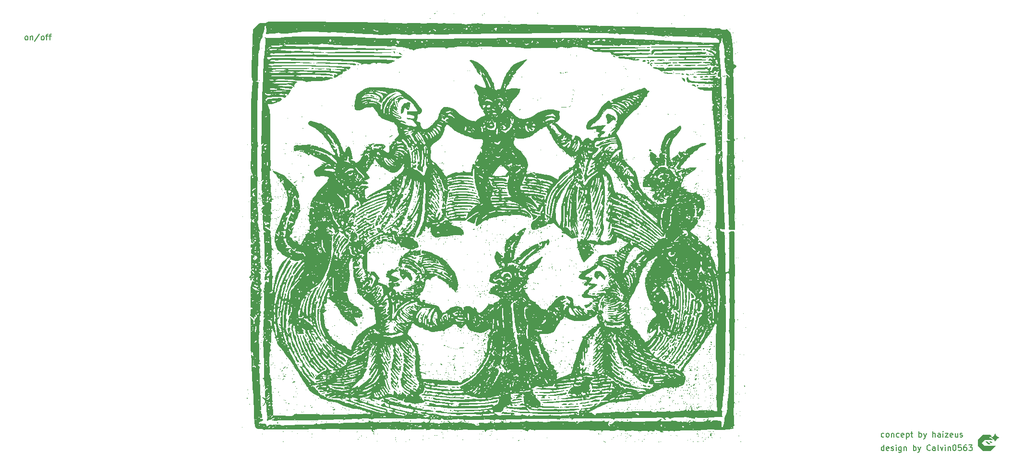
<source format=gbr>
%TF.GenerationSoftware,KiCad,Pcbnew,8.0.8*%
%TF.CreationDate,2025-03-15T17:30:07+01:00*%
%TF.ProjectId,pandemonium BLE e7 cutout,70616e64-656d-46f6-9e69-756d20424c45,rev?*%
%TF.SameCoordinates,Original*%
%TF.FileFunction,Legend,Top*%
%TF.FilePolarity,Positive*%
%FSLAX46Y46*%
G04 Gerber Fmt 4.6, Leading zero omitted, Abs format (unit mm)*
G04 Created by KiCad (PCBNEW 8.0.8) date 2025-03-15 17:30:07*
%MOMM*%
%LPD*%
G01*
G04 APERTURE LIST*
%ADD10C,0.150000*%
%ADD11C,0.200000*%
%ADD12C,0.000000*%
G04 APERTURE END LIST*
D10*
D11*
X48728571Y-31408469D02*
X48633333Y-31360850D01*
X48633333Y-31360850D02*
X48585714Y-31313230D01*
X48585714Y-31313230D02*
X48538095Y-31217992D01*
X48538095Y-31217992D02*
X48538095Y-30932278D01*
X48538095Y-30932278D02*
X48585714Y-30837040D01*
X48585714Y-30837040D02*
X48633333Y-30789421D01*
X48633333Y-30789421D02*
X48728571Y-30741802D01*
X48728571Y-30741802D02*
X48871428Y-30741802D01*
X48871428Y-30741802D02*
X48966666Y-30789421D01*
X48966666Y-30789421D02*
X49014285Y-30837040D01*
X49014285Y-30837040D02*
X49061904Y-30932278D01*
X49061904Y-30932278D02*
X49061904Y-31217992D01*
X49061904Y-31217992D02*
X49014285Y-31313230D01*
X49014285Y-31313230D02*
X48966666Y-31360850D01*
X48966666Y-31360850D02*
X48871428Y-31408469D01*
X48871428Y-31408469D02*
X48728571Y-31408469D01*
X49490476Y-30741802D02*
X49490476Y-31408469D01*
X49490476Y-30837040D02*
X49538095Y-30789421D01*
X49538095Y-30789421D02*
X49633333Y-30741802D01*
X49633333Y-30741802D02*
X49776190Y-30741802D01*
X49776190Y-30741802D02*
X49871428Y-30789421D01*
X49871428Y-30789421D02*
X49919047Y-30884659D01*
X49919047Y-30884659D02*
X49919047Y-31408469D01*
X51109523Y-30360850D02*
X50252381Y-31646564D01*
X51585714Y-31408469D02*
X51490476Y-31360850D01*
X51490476Y-31360850D02*
X51442857Y-31313230D01*
X51442857Y-31313230D02*
X51395238Y-31217992D01*
X51395238Y-31217992D02*
X51395238Y-30932278D01*
X51395238Y-30932278D02*
X51442857Y-30837040D01*
X51442857Y-30837040D02*
X51490476Y-30789421D01*
X51490476Y-30789421D02*
X51585714Y-30741802D01*
X51585714Y-30741802D02*
X51728571Y-30741802D01*
X51728571Y-30741802D02*
X51823809Y-30789421D01*
X51823809Y-30789421D02*
X51871428Y-30837040D01*
X51871428Y-30837040D02*
X51919047Y-30932278D01*
X51919047Y-30932278D02*
X51919047Y-31217992D01*
X51919047Y-31217992D02*
X51871428Y-31313230D01*
X51871428Y-31313230D02*
X51823809Y-31360850D01*
X51823809Y-31360850D02*
X51728571Y-31408469D01*
X51728571Y-31408469D02*
X51585714Y-31408469D01*
X52204762Y-30741802D02*
X52585714Y-30741802D01*
X52347619Y-31408469D02*
X52347619Y-30551326D01*
X52347619Y-30551326D02*
X52395238Y-30456088D01*
X52395238Y-30456088D02*
X52490476Y-30408469D01*
X52490476Y-30408469D02*
X52585714Y-30408469D01*
X52776191Y-30741802D02*
X53157143Y-30741802D01*
X52919048Y-31408469D02*
X52919048Y-30551326D01*
X52919048Y-30551326D02*
X52966667Y-30456088D01*
X52966667Y-30456088D02*
X53061905Y-30408469D01*
X53061905Y-30408469D02*
X53157143Y-30408469D01*
X200029494Y-103848469D02*
X200029494Y-102848469D01*
X200029494Y-103800850D02*
X199934256Y-103848469D01*
X199934256Y-103848469D02*
X199743780Y-103848469D01*
X199743780Y-103848469D02*
X199648542Y-103800850D01*
X199648542Y-103800850D02*
X199600923Y-103753230D01*
X199600923Y-103753230D02*
X199553304Y-103657992D01*
X199553304Y-103657992D02*
X199553304Y-103372278D01*
X199553304Y-103372278D02*
X199600923Y-103277040D01*
X199600923Y-103277040D02*
X199648542Y-103229421D01*
X199648542Y-103229421D02*
X199743780Y-103181802D01*
X199743780Y-103181802D02*
X199934256Y-103181802D01*
X199934256Y-103181802D02*
X200029494Y-103229421D01*
X200886637Y-103800850D02*
X200791399Y-103848469D01*
X200791399Y-103848469D02*
X200600923Y-103848469D01*
X200600923Y-103848469D02*
X200505685Y-103800850D01*
X200505685Y-103800850D02*
X200458066Y-103705611D01*
X200458066Y-103705611D02*
X200458066Y-103324659D01*
X200458066Y-103324659D02*
X200505685Y-103229421D01*
X200505685Y-103229421D02*
X200600923Y-103181802D01*
X200600923Y-103181802D02*
X200791399Y-103181802D01*
X200791399Y-103181802D02*
X200886637Y-103229421D01*
X200886637Y-103229421D02*
X200934256Y-103324659D01*
X200934256Y-103324659D02*
X200934256Y-103419897D01*
X200934256Y-103419897D02*
X200458066Y-103515135D01*
X201315209Y-103800850D02*
X201410447Y-103848469D01*
X201410447Y-103848469D02*
X201600923Y-103848469D01*
X201600923Y-103848469D02*
X201696161Y-103800850D01*
X201696161Y-103800850D02*
X201743780Y-103705611D01*
X201743780Y-103705611D02*
X201743780Y-103657992D01*
X201743780Y-103657992D02*
X201696161Y-103562754D01*
X201696161Y-103562754D02*
X201600923Y-103515135D01*
X201600923Y-103515135D02*
X201458066Y-103515135D01*
X201458066Y-103515135D02*
X201362828Y-103467516D01*
X201362828Y-103467516D02*
X201315209Y-103372278D01*
X201315209Y-103372278D02*
X201315209Y-103324659D01*
X201315209Y-103324659D02*
X201362828Y-103229421D01*
X201362828Y-103229421D02*
X201458066Y-103181802D01*
X201458066Y-103181802D02*
X201600923Y-103181802D01*
X201600923Y-103181802D02*
X201696161Y-103229421D01*
X202172352Y-103848469D02*
X202172352Y-103181802D01*
X202172352Y-102848469D02*
X202124733Y-102896088D01*
X202124733Y-102896088D02*
X202172352Y-102943707D01*
X202172352Y-102943707D02*
X202219971Y-102896088D01*
X202219971Y-102896088D02*
X202172352Y-102848469D01*
X202172352Y-102848469D02*
X202172352Y-102943707D01*
X203077113Y-103181802D02*
X203077113Y-103991326D01*
X203077113Y-103991326D02*
X203029494Y-104086564D01*
X203029494Y-104086564D02*
X202981875Y-104134183D01*
X202981875Y-104134183D02*
X202886637Y-104181802D01*
X202886637Y-104181802D02*
X202743780Y-104181802D01*
X202743780Y-104181802D02*
X202648542Y-104134183D01*
X203077113Y-103800850D02*
X202981875Y-103848469D01*
X202981875Y-103848469D02*
X202791399Y-103848469D01*
X202791399Y-103848469D02*
X202696161Y-103800850D01*
X202696161Y-103800850D02*
X202648542Y-103753230D01*
X202648542Y-103753230D02*
X202600923Y-103657992D01*
X202600923Y-103657992D02*
X202600923Y-103372278D01*
X202600923Y-103372278D02*
X202648542Y-103277040D01*
X202648542Y-103277040D02*
X202696161Y-103229421D01*
X202696161Y-103229421D02*
X202791399Y-103181802D01*
X202791399Y-103181802D02*
X202981875Y-103181802D01*
X202981875Y-103181802D02*
X203077113Y-103229421D01*
X203553304Y-103181802D02*
X203553304Y-103848469D01*
X203553304Y-103277040D02*
X203600923Y-103229421D01*
X203600923Y-103229421D02*
X203696161Y-103181802D01*
X203696161Y-103181802D02*
X203839018Y-103181802D01*
X203839018Y-103181802D02*
X203934256Y-103229421D01*
X203934256Y-103229421D02*
X203981875Y-103324659D01*
X203981875Y-103324659D02*
X203981875Y-103848469D01*
X205219971Y-103848469D02*
X205219971Y-102848469D01*
X205219971Y-103229421D02*
X205315209Y-103181802D01*
X205315209Y-103181802D02*
X205505685Y-103181802D01*
X205505685Y-103181802D02*
X205600923Y-103229421D01*
X205600923Y-103229421D02*
X205648542Y-103277040D01*
X205648542Y-103277040D02*
X205696161Y-103372278D01*
X205696161Y-103372278D02*
X205696161Y-103657992D01*
X205696161Y-103657992D02*
X205648542Y-103753230D01*
X205648542Y-103753230D02*
X205600923Y-103800850D01*
X205600923Y-103800850D02*
X205505685Y-103848469D01*
X205505685Y-103848469D02*
X205315209Y-103848469D01*
X205315209Y-103848469D02*
X205219971Y-103800850D01*
X206029495Y-103181802D02*
X206267590Y-103848469D01*
X206505685Y-103181802D02*
X206267590Y-103848469D01*
X206267590Y-103848469D02*
X206172352Y-104086564D01*
X206172352Y-104086564D02*
X206124733Y-104134183D01*
X206124733Y-104134183D02*
X206029495Y-104181802D01*
X208219971Y-103753230D02*
X208172352Y-103800850D01*
X208172352Y-103800850D02*
X208029495Y-103848469D01*
X208029495Y-103848469D02*
X207934257Y-103848469D01*
X207934257Y-103848469D02*
X207791400Y-103800850D01*
X207791400Y-103800850D02*
X207696162Y-103705611D01*
X207696162Y-103705611D02*
X207648543Y-103610373D01*
X207648543Y-103610373D02*
X207600924Y-103419897D01*
X207600924Y-103419897D02*
X207600924Y-103277040D01*
X207600924Y-103277040D02*
X207648543Y-103086564D01*
X207648543Y-103086564D02*
X207696162Y-102991326D01*
X207696162Y-102991326D02*
X207791400Y-102896088D01*
X207791400Y-102896088D02*
X207934257Y-102848469D01*
X207934257Y-102848469D02*
X208029495Y-102848469D01*
X208029495Y-102848469D02*
X208172352Y-102896088D01*
X208172352Y-102896088D02*
X208219971Y-102943707D01*
X209077114Y-103848469D02*
X209077114Y-103324659D01*
X209077114Y-103324659D02*
X209029495Y-103229421D01*
X209029495Y-103229421D02*
X208934257Y-103181802D01*
X208934257Y-103181802D02*
X208743781Y-103181802D01*
X208743781Y-103181802D02*
X208648543Y-103229421D01*
X209077114Y-103800850D02*
X208981876Y-103848469D01*
X208981876Y-103848469D02*
X208743781Y-103848469D01*
X208743781Y-103848469D02*
X208648543Y-103800850D01*
X208648543Y-103800850D02*
X208600924Y-103705611D01*
X208600924Y-103705611D02*
X208600924Y-103610373D01*
X208600924Y-103610373D02*
X208648543Y-103515135D01*
X208648543Y-103515135D02*
X208743781Y-103467516D01*
X208743781Y-103467516D02*
X208981876Y-103467516D01*
X208981876Y-103467516D02*
X209077114Y-103419897D01*
X209696162Y-103848469D02*
X209600924Y-103800850D01*
X209600924Y-103800850D02*
X209553305Y-103705611D01*
X209553305Y-103705611D02*
X209553305Y-102848469D01*
X209981877Y-103181802D02*
X210219972Y-103848469D01*
X210219972Y-103848469D02*
X210458067Y-103181802D01*
X210839020Y-103848469D02*
X210839020Y-103181802D01*
X210839020Y-102848469D02*
X210791401Y-102896088D01*
X210791401Y-102896088D02*
X210839020Y-102943707D01*
X210839020Y-102943707D02*
X210886639Y-102896088D01*
X210886639Y-102896088D02*
X210839020Y-102848469D01*
X210839020Y-102848469D02*
X210839020Y-102943707D01*
X211315210Y-103181802D02*
X211315210Y-103848469D01*
X211315210Y-103277040D02*
X211362829Y-103229421D01*
X211362829Y-103229421D02*
X211458067Y-103181802D01*
X211458067Y-103181802D02*
X211600924Y-103181802D01*
X211600924Y-103181802D02*
X211696162Y-103229421D01*
X211696162Y-103229421D02*
X211743781Y-103324659D01*
X211743781Y-103324659D02*
X211743781Y-103848469D01*
X212410448Y-102848469D02*
X212505686Y-102848469D01*
X212505686Y-102848469D02*
X212600924Y-102896088D01*
X212600924Y-102896088D02*
X212648543Y-102943707D01*
X212648543Y-102943707D02*
X212696162Y-103038945D01*
X212696162Y-103038945D02*
X212743781Y-103229421D01*
X212743781Y-103229421D02*
X212743781Y-103467516D01*
X212743781Y-103467516D02*
X212696162Y-103657992D01*
X212696162Y-103657992D02*
X212648543Y-103753230D01*
X212648543Y-103753230D02*
X212600924Y-103800850D01*
X212600924Y-103800850D02*
X212505686Y-103848469D01*
X212505686Y-103848469D02*
X212410448Y-103848469D01*
X212410448Y-103848469D02*
X212315210Y-103800850D01*
X212315210Y-103800850D02*
X212267591Y-103753230D01*
X212267591Y-103753230D02*
X212219972Y-103657992D01*
X212219972Y-103657992D02*
X212172353Y-103467516D01*
X212172353Y-103467516D02*
X212172353Y-103229421D01*
X212172353Y-103229421D02*
X212219972Y-103038945D01*
X212219972Y-103038945D02*
X212267591Y-102943707D01*
X212267591Y-102943707D02*
X212315210Y-102896088D01*
X212315210Y-102896088D02*
X212410448Y-102848469D01*
X213648543Y-102848469D02*
X213172353Y-102848469D01*
X213172353Y-102848469D02*
X213124734Y-103324659D01*
X213124734Y-103324659D02*
X213172353Y-103277040D01*
X213172353Y-103277040D02*
X213267591Y-103229421D01*
X213267591Y-103229421D02*
X213505686Y-103229421D01*
X213505686Y-103229421D02*
X213600924Y-103277040D01*
X213600924Y-103277040D02*
X213648543Y-103324659D01*
X213648543Y-103324659D02*
X213696162Y-103419897D01*
X213696162Y-103419897D02*
X213696162Y-103657992D01*
X213696162Y-103657992D02*
X213648543Y-103753230D01*
X213648543Y-103753230D02*
X213600924Y-103800850D01*
X213600924Y-103800850D02*
X213505686Y-103848469D01*
X213505686Y-103848469D02*
X213267591Y-103848469D01*
X213267591Y-103848469D02*
X213172353Y-103800850D01*
X213172353Y-103800850D02*
X213124734Y-103753230D01*
X214553305Y-102848469D02*
X214362829Y-102848469D01*
X214362829Y-102848469D02*
X214267591Y-102896088D01*
X214267591Y-102896088D02*
X214219972Y-102943707D01*
X214219972Y-102943707D02*
X214124734Y-103086564D01*
X214124734Y-103086564D02*
X214077115Y-103277040D01*
X214077115Y-103277040D02*
X214077115Y-103657992D01*
X214077115Y-103657992D02*
X214124734Y-103753230D01*
X214124734Y-103753230D02*
X214172353Y-103800850D01*
X214172353Y-103800850D02*
X214267591Y-103848469D01*
X214267591Y-103848469D02*
X214458067Y-103848469D01*
X214458067Y-103848469D02*
X214553305Y-103800850D01*
X214553305Y-103800850D02*
X214600924Y-103753230D01*
X214600924Y-103753230D02*
X214648543Y-103657992D01*
X214648543Y-103657992D02*
X214648543Y-103419897D01*
X214648543Y-103419897D02*
X214600924Y-103324659D01*
X214600924Y-103324659D02*
X214553305Y-103277040D01*
X214553305Y-103277040D02*
X214458067Y-103229421D01*
X214458067Y-103229421D02*
X214267591Y-103229421D01*
X214267591Y-103229421D02*
X214172353Y-103277040D01*
X214172353Y-103277040D02*
X214124734Y-103324659D01*
X214124734Y-103324659D02*
X214077115Y-103419897D01*
X214981877Y-102848469D02*
X215600924Y-102848469D01*
X215600924Y-102848469D02*
X215267591Y-103229421D01*
X215267591Y-103229421D02*
X215410448Y-103229421D01*
X215410448Y-103229421D02*
X215505686Y-103277040D01*
X215505686Y-103277040D02*
X215553305Y-103324659D01*
X215553305Y-103324659D02*
X215600924Y-103419897D01*
X215600924Y-103419897D02*
X215600924Y-103657992D01*
X215600924Y-103657992D02*
X215553305Y-103753230D01*
X215553305Y-103753230D02*
X215505686Y-103800850D01*
X215505686Y-103800850D02*
X215410448Y-103848469D01*
X215410448Y-103848469D02*
X215124734Y-103848469D01*
X215124734Y-103848469D02*
X215029496Y-103800850D01*
X215029496Y-103800850D02*
X214981877Y-103753230D01*
X200029494Y-101419600D02*
X199934256Y-101467219D01*
X199934256Y-101467219D02*
X199743780Y-101467219D01*
X199743780Y-101467219D02*
X199648542Y-101419600D01*
X199648542Y-101419600D02*
X199600923Y-101371980D01*
X199600923Y-101371980D02*
X199553304Y-101276742D01*
X199553304Y-101276742D02*
X199553304Y-100991028D01*
X199553304Y-100991028D02*
X199600923Y-100895790D01*
X199600923Y-100895790D02*
X199648542Y-100848171D01*
X199648542Y-100848171D02*
X199743780Y-100800552D01*
X199743780Y-100800552D02*
X199934256Y-100800552D01*
X199934256Y-100800552D02*
X200029494Y-100848171D01*
X200600923Y-101467219D02*
X200505685Y-101419600D01*
X200505685Y-101419600D02*
X200458066Y-101371980D01*
X200458066Y-101371980D02*
X200410447Y-101276742D01*
X200410447Y-101276742D02*
X200410447Y-100991028D01*
X200410447Y-100991028D02*
X200458066Y-100895790D01*
X200458066Y-100895790D02*
X200505685Y-100848171D01*
X200505685Y-100848171D02*
X200600923Y-100800552D01*
X200600923Y-100800552D02*
X200743780Y-100800552D01*
X200743780Y-100800552D02*
X200839018Y-100848171D01*
X200839018Y-100848171D02*
X200886637Y-100895790D01*
X200886637Y-100895790D02*
X200934256Y-100991028D01*
X200934256Y-100991028D02*
X200934256Y-101276742D01*
X200934256Y-101276742D02*
X200886637Y-101371980D01*
X200886637Y-101371980D02*
X200839018Y-101419600D01*
X200839018Y-101419600D02*
X200743780Y-101467219D01*
X200743780Y-101467219D02*
X200600923Y-101467219D01*
X201362828Y-100800552D02*
X201362828Y-101467219D01*
X201362828Y-100895790D02*
X201410447Y-100848171D01*
X201410447Y-100848171D02*
X201505685Y-100800552D01*
X201505685Y-100800552D02*
X201648542Y-100800552D01*
X201648542Y-100800552D02*
X201743780Y-100848171D01*
X201743780Y-100848171D02*
X201791399Y-100943409D01*
X201791399Y-100943409D02*
X201791399Y-101467219D01*
X202696161Y-101419600D02*
X202600923Y-101467219D01*
X202600923Y-101467219D02*
X202410447Y-101467219D01*
X202410447Y-101467219D02*
X202315209Y-101419600D01*
X202315209Y-101419600D02*
X202267590Y-101371980D01*
X202267590Y-101371980D02*
X202219971Y-101276742D01*
X202219971Y-101276742D02*
X202219971Y-100991028D01*
X202219971Y-100991028D02*
X202267590Y-100895790D01*
X202267590Y-100895790D02*
X202315209Y-100848171D01*
X202315209Y-100848171D02*
X202410447Y-100800552D01*
X202410447Y-100800552D02*
X202600923Y-100800552D01*
X202600923Y-100800552D02*
X202696161Y-100848171D01*
X203505685Y-101419600D02*
X203410447Y-101467219D01*
X203410447Y-101467219D02*
X203219971Y-101467219D01*
X203219971Y-101467219D02*
X203124733Y-101419600D01*
X203124733Y-101419600D02*
X203077114Y-101324361D01*
X203077114Y-101324361D02*
X203077114Y-100943409D01*
X203077114Y-100943409D02*
X203124733Y-100848171D01*
X203124733Y-100848171D02*
X203219971Y-100800552D01*
X203219971Y-100800552D02*
X203410447Y-100800552D01*
X203410447Y-100800552D02*
X203505685Y-100848171D01*
X203505685Y-100848171D02*
X203553304Y-100943409D01*
X203553304Y-100943409D02*
X203553304Y-101038647D01*
X203553304Y-101038647D02*
X203077114Y-101133885D01*
X203981876Y-100800552D02*
X203981876Y-101800552D01*
X203981876Y-100848171D02*
X204077114Y-100800552D01*
X204077114Y-100800552D02*
X204267590Y-100800552D01*
X204267590Y-100800552D02*
X204362828Y-100848171D01*
X204362828Y-100848171D02*
X204410447Y-100895790D01*
X204410447Y-100895790D02*
X204458066Y-100991028D01*
X204458066Y-100991028D02*
X204458066Y-101276742D01*
X204458066Y-101276742D02*
X204410447Y-101371980D01*
X204410447Y-101371980D02*
X204362828Y-101419600D01*
X204362828Y-101419600D02*
X204267590Y-101467219D01*
X204267590Y-101467219D02*
X204077114Y-101467219D01*
X204077114Y-101467219D02*
X203981876Y-101419600D01*
X204743781Y-100800552D02*
X205124733Y-100800552D01*
X204886638Y-100467219D02*
X204886638Y-101324361D01*
X204886638Y-101324361D02*
X204934257Y-101419600D01*
X204934257Y-101419600D02*
X205029495Y-101467219D01*
X205029495Y-101467219D02*
X205124733Y-101467219D01*
X206219972Y-101467219D02*
X206219972Y-100467219D01*
X206219972Y-100848171D02*
X206315210Y-100800552D01*
X206315210Y-100800552D02*
X206505686Y-100800552D01*
X206505686Y-100800552D02*
X206600924Y-100848171D01*
X206600924Y-100848171D02*
X206648543Y-100895790D01*
X206648543Y-100895790D02*
X206696162Y-100991028D01*
X206696162Y-100991028D02*
X206696162Y-101276742D01*
X206696162Y-101276742D02*
X206648543Y-101371980D01*
X206648543Y-101371980D02*
X206600924Y-101419600D01*
X206600924Y-101419600D02*
X206505686Y-101467219D01*
X206505686Y-101467219D02*
X206315210Y-101467219D01*
X206315210Y-101467219D02*
X206219972Y-101419600D01*
X207029496Y-100800552D02*
X207267591Y-101467219D01*
X207505686Y-100800552D02*
X207267591Y-101467219D01*
X207267591Y-101467219D02*
X207172353Y-101705314D01*
X207172353Y-101705314D02*
X207124734Y-101752933D01*
X207124734Y-101752933D02*
X207029496Y-101800552D01*
X208648544Y-101467219D02*
X208648544Y-100467219D01*
X209077115Y-101467219D02*
X209077115Y-100943409D01*
X209077115Y-100943409D02*
X209029496Y-100848171D01*
X209029496Y-100848171D02*
X208934258Y-100800552D01*
X208934258Y-100800552D02*
X208791401Y-100800552D01*
X208791401Y-100800552D02*
X208696163Y-100848171D01*
X208696163Y-100848171D02*
X208648544Y-100895790D01*
X209981877Y-101467219D02*
X209981877Y-100943409D01*
X209981877Y-100943409D02*
X209934258Y-100848171D01*
X209934258Y-100848171D02*
X209839020Y-100800552D01*
X209839020Y-100800552D02*
X209648544Y-100800552D01*
X209648544Y-100800552D02*
X209553306Y-100848171D01*
X209981877Y-101419600D02*
X209886639Y-101467219D01*
X209886639Y-101467219D02*
X209648544Y-101467219D01*
X209648544Y-101467219D02*
X209553306Y-101419600D01*
X209553306Y-101419600D02*
X209505687Y-101324361D01*
X209505687Y-101324361D02*
X209505687Y-101229123D01*
X209505687Y-101229123D02*
X209553306Y-101133885D01*
X209553306Y-101133885D02*
X209648544Y-101086266D01*
X209648544Y-101086266D02*
X209886639Y-101086266D01*
X209886639Y-101086266D02*
X209981877Y-101038647D01*
X210458068Y-101467219D02*
X210458068Y-100800552D01*
X210458068Y-100467219D02*
X210410449Y-100514838D01*
X210410449Y-100514838D02*
X210458068Y-100562457D01*
X210458068Y-100562457D02*
X210505687Y-100514838D01*
X210505687Y-100514838D02*
X210458068Y-100467219D01*
X210458068Y-100467219D02*
X210458068Y-100562457D01*
X210839020Y-100800552D02*
X211362829Y-100800552D01*
X211362829Y-100800552D02*
X210839020Y-101467219D01*
X210839020Y-101467219D02*
X211362829Y-101467219D01*
X212124734Y-101419600D02*
X212029496Y-101467219D01*
X212029496Y-101467219D02*
X211839020Y-101467219D01*
X211839020Y-101467219D02*
X211743782Y-101419600D01*
X211743782Y-101419600D02*
X211696163Y-101324361D01*
X211696163Y-101324361D02*
X211696163Y-100943409D01*
X211696163Y-100943409D02*
X211743782Y-100848171D01*
X211743782Y-100848171D02*
X211839020Y-100800552D01*
X211839020Y-100800552D02*
X212029496Y-100800552D01*
X212029496Y-100800552D02*
X212124734Y-100848171D01*
X212124734Y-100848171D02*
X212172353Y-100943409D01*
X212172353Y-100943409D02*
X212172353Y-101038647D01*
X212172353Y-101038647D02*
X211696163Y-101133885D01*
X213029496Y-100800552D02*
X213029496Y-101467219D01*
X212600925Y-100800552D02*
X212600925Y-101324361D01*
X212600925Y-101324361D02*
X212648544Y-101419600D01*
X212648544Y-101419600D02*
X212743782Y-101467219D01*
X212743782Y-101467219D02*
X212886639Y-101467219D01*
X212886639Y-101467219D02*
X212981877Y-101419600D01*
X212981877Y-101419600D02*
X213029496Y-101371980D01*
X213458068Y-101419600D02*
X213553306Y-101467219D01*
X213553306Y-101467219D02*
X213743782Y-101467219D01*
X213743782Y-101467219D02*
X213839020Y-101419600D01*
X213839020Y-101419600D02*
X213886639Y-101324361D01*
X213886639Y-101324361D02*
X213886639Y-101276742D01*
X213886639Y-101276742D02*
X213839020Y-101181504D01*
X213839020Y-101181504D02*
X213743782Y-101133885D01*
X213743782Y-101133885D02*
X213600925Y-101133885D01*
X213600925Y-101133885D02*
X213505687Y-101086266D01*
X213505687Y-101086266D02*
X213458068Y-100991028D01*
X213458068Y-100991028D02*
X213458068Y-100943409D01*
X213458068Y-100943409D02*
X213505687Y-100848171D01*
X213505687Y-100848171D02*
X213600925Y-100800552D01*
X213600925Y-100800552D02*
X213743782Y-100800552D01*
X213743782Y-100800552D02*
X213839020Y-100848171D01*
D12*
%TO.C,G\u002A\u002A\u002A*%
G36*
X219085000Y-102358750D02*
G01*
X219227483Y-102501250D01*
X219033733Y-102501250D01*
X218839983Y-102501250D01*
X218697500Y-102358750D01*
X218555016Y-102216250D01*
X218748766Y-102216250D01*
X218942516Y-102216250D01*
X219085000Y-102358750D01*
G37*
G36*
X218593129Y-102499379D02*
G01*
X218624486Y-102530748D01*
X218654869Y-102561166D01*
X218684092Y-102590444D01*
X218711967Y-102618394D01*
X218738307Y-102644828D01*
X218762924Y-102669556D01*
X218785633Y-102692390D01*
X218806244Y-102713143D01*
X218824571Y-102731624D01*
X218840427Y-102747647D01*
X218853625Y-102761023D01*
X218863977Y-102771562D01*
X218871297Y-102779077D01*
X218875396Y-102783380D01*
X218876250Y-102784379D01*
X218873813Y-102784676D01*
X218866759Y-102784959D01*
X218855469Y-102785223D01*
X218840325Y-102785465D01*
X218821709Y-102785682D01*
X218800003Y-102785869D01*
X218775590Y-102786023D01*
X218748851Y-102786140D01*
X218720168Y-102786217D01*
X218689924Y-102786249D01*
X218684370Y-102786250D01*
X218492491Y-102786250D01*
X218207500Y-102501250D01*
X217922508Y-102216250D01*
X218116258Y-102216250D01*
X218310008Y-102216250D01*
X218593129Y-102499379D01*
G37*
G36*
X218913649Y-101174899D02*
G01*
X218935826Y-101197105D01*
X218956929Y-101218285D01*
X218976697Y-101238177D01*
X218994870Y-101256514D01*
X219011188Y-101273034D01*
X219025390Y-101287472D01*
X219037216Y-101299563D01*
X219046406Y-101309042D01*
X219052698Y-101315646D01*
X219055833Y-101319110D01*
X219056141Y-101319578D01*
X219053822Y-101321381D01*
X219048277Y-101325590D01*
X219040283Y-101331620D01*
X219030617Y-101338882D01*
X219028371Y-101340566D01*
X218965752Y-101384427D01*
X218899874Y-101424629D01*
X218831059Y-101461005D01*
X218759630Y-101493387D01*
X218685908Y-101521604D01*
X218675813Y-101525080D01*
X218656472Y-101531422D01*
X218634621Y-101538203D01*
X218611582Y-101545041D01*
X218588680Y-101551555D01*
X218567240Y-101557366D01*
X218548584Y-101562090D01*
X218541250Y-101563806D01*
X218533320Y-101565719D01*
X218527412Y-101567372D01*
X218525369Y-101568134D01*
X218526902Y-101569126D01*
X218532525Y-101571059D01*
X218541468Y-101573701D01*
X218552963Y-101576819D01*
X218560369Y-101578723D01*
X218638598Y-101600636D01*
X218713488Y-101626129D01*
X218785337Y-101655353D01*
X218854445Y-101688458D01*
X218921112Y-101725596D01*
X218985635Y-101766915D01*
X219048314Y-101812568D01*
X219087500Y-101844046D01*
X219097834Y-101852993D01*
X219110038Y-101864117D01*
X219123689Y-101876985D01*
X219138365Y-101891163D01*
X219153646Y-101906219D01*
X219169108Y-101921718D01*
X219184331Y-101937229D01*
X219198893Y-101952316D01*
X219212371Y-101966547D01*
X219224344Y-101979490D01*
X219234390Y-101990709D01*
X219242087Y-101999773D01*
X219247015Y-102006247D01*
X219248750Y-102009699D01*
X219246282Y-102009826D01*
X219239011Y-102009951D01*
X219227131Y-102010073D01*
X219210840Y-102010191D01*
X219190332Y-102010305D01*
X219165804Y-102010415D01*
X219137451Y-102010520D01*
X219105471Y-102010619D01*
X219070058Y-102010713D01*
X219031408Y-102010801D01*
X218989718Y-102010882D01*
X218945184Y-102010956D01*
X218898001Y-102011023D01*
X218848365Y-102011082D01*
X218796473Y-102011133D01*
X218742520Y-102011175D01*
X218686702Y-102011208D01*
X218629216Y-102011232D01*
X218570256Y-102011246D01*
X218519370Y-102011250D01*
X217789990Y-102011249D01*
X217545000Y-102256250D01*
X217300009Y-102501250D01*
X217545000Y-102746250D01*
X217789990Y-102991250D01*
X218769992Y-102991250D01*
X219749995Y-102991250D01*
X219260000Y-103481250D01*
X218770004Y-103971250D01*
X218156250Y-103971250D01*
X217542495Y-103971250D01*
X217053122Y-103481872D01*
X216563750Y-102992495D01*
X216563749Y-102501245D01*
X216563749Y-102009995D01*
X217053127Y-101520622D01*
X217542504Y-101031250D01*
X218156260Y-101031250D01*
X218770016Y-101031250D01*
X218913649Y-101174899D01*
G37*
G36*
X219641840Y-100775386D02*
G01*
X219643363Y-100778752D01*
X219645519Y-100785758D01*
X219648517Y-100796920D01*
X219649977Y-100802581D01*
X219670486Y-100872685D01*
X219695577Y-100940859D01*
X219725167Y-101006939D01*
X219759173Y-101070764D01*
X219797515Y-101132171D01*
X219840107Y-101190997D01*
X219859252Y-101214905D01*
X219882685Y-101241937D01*
X219909393Y-101270344D01*
X219938281Y-101299067D01*
X219968256Y-101327048D01*
X219998225Y-101353228D01*
X220022500Y-101372978D01*
X220074917Y-101411150D01*
X220130836Y-101446460D01*
X220189477Y-101478524D01*
X220250062Y-101506960D01*
X220311808Y-101531385D01*
X220373938Y-101551417D01*
X220401343Y-101558778D01*
X220413427Y-101561842D01*
X220423945Y-101564549D01*
X220431842Y-101566625D01*
X220436058Y-101567795D01*
X220436250Y-101567856D01*
X220435281Y-101568852D01*
X220430177Y-101570802D01*
X220421656Y-101573474D01*
X220410439Y-101576637D01*
X220402500Y-101578729D01*
X220333742Y-101598940D01*
X220267038Y-101623620D01*
X220202564Y-101652607D01*
X220140495Y-101685734D01*
X220081007Y-101722839D01*
X220024278Y-101763756D01*
X219970483Y-101808322D01*
X219919798Y-101856371D01*
X219872400Y-101907740D01*
X219828465Y-101962264D01*
X219788169Y-102019779D01*
X219751688Y-102080121D01*
X219719198Y-102143124D01*
X219690877Y-102208626D01*
X219672332Y-102259724D01*
X219666899Y-102276544D01*
X219661255Y-102294947D01*
X219655958Y-102313065D01*
X219651560Y-102329028D01*
X219650274Y-102334008D01*
X219646912Y-102347275D01*
X219644522Y-102356220D01*
X219642855Y-102361372D01*
X219641665Y-102363258D01*
X219640702Y-102362407D01*
X219639718Y-102359346D01*
X219639232Y-102357500D01*
X219633350Y-102335055D01*
X219628406Y-102316551D01*
X219624137Y-102301074D01*
X219620282Y-102287713D01*
X219616579Y-102275553D01*
X219612764Y-102263682D01*
X219609447Y-102253750D01*
X219584309Y-102187192D01*
X219554737Y-102122761D01*
X219520911Y-102060661D01*
X219483014Y-102001096D01*
X219441227Y-101944272D01*
X219395731Y-101890392D01*
X219346708Y-101839661D01*
X219294339Y-101792282D01*
X219238805Y-101748462D01*
X219180288Y-101708404D01*
X219118969Y-101672312D01*
X219072500Y-101648568D01*
X219028896Y-101628953D01*
X218983459Y-101610919D01*
X218937715Y-101595016D01*
X218893190Y-101581790D01*
X218870618Y-101576056D01*
X218860627Y-101573493D01*
X218853004Y-101571172D01*
X218848681Y-101569400D01*
X218848118Y-101568648D01*
X218851121Y-101567467D01*
X218858022Y-101565370D01*
X218867863Y-101562631D01*
X218879684Y-101559523D01*
X218882500Y-101558806D01*
X218949301Y-101539337D01*
X219014708Y-101515187D01*
X219078444Y-101486548D01*
X219140233Y-101453612D01*
X219199797Y-101416572D01*
X219256861Y-101375620D01*
X219311147Y-101330949D01*
X219362378Y-101282750D01*
X219410279Y-101231217D01*
X219454572Y-101176540D01*
X219477014Y-101145601D01*
X219515802Y-101085720D01*
X219550265Y-101023573D01*
X219580473Y-100959001D01*
X219606496Y-100891845D01*
X219628405Y-100821947D01*
X219639867Y-100777526D01*
X219640744Y-100775149D01*
X219641840Y-100775386D01*
G37*
G36*
X86882406Y-99708288D02*
G01*
X86826459Y-99764235D01*
X86770512Y-99708288D01*
X86826459Y-99652341D01*
X86882406Y-99708288D01*
G37*
G36*
X86994300Y-62559389D02*
G01*
X86938353Y-62615336D01*
X86882406Y-62559389D01*
X86938353Y-62503442D01*
X86994300Y-62559389D01*
G37*
G36*
X87106195Y-62335601D02*
G01*
X87050248Y-62391548D01*
X86994300Y-62335601D01*
X87050248Y-62279653D01*
X87106195Y-62335601D01*
G37*
G36*
X87889455Y-93106526D02*
G01*
X87833507Y-93162473D01*
X87777560Y-93106526D01*
X87833507Y-93050579D01*
X87889455Y-93106526D01*
G37*
G36*
X88001349Y-93777891D02*
G01*
X87945402Y-93833838D01*
X87889455Y-93777891D01*
X87945402Y-93721944D01*
X88001349Y-93777891D01*
G37*
G36*
X88225137Y-95680094D02*
G01*
X88169190Y-95736041D01*
X88113243Y-95680094D01*
X88169190Y-95624147D01*
X88225137Y-95680094D01*
G37*
G36*
X88448926Y-54950579D02*
G01*
X88392979Y-55006526D01*
X88337032Y-54950579D01*
X88392979Y-54894631D01*
X88448926Y-54950579D01*
G37*
G36*
X89344080Y-75427231D02*
G01*
X89288133Y-75483178D01*
X89232186Y-75427231D01*
X89288133Y-75371283D01*
X89344080Y-75427231D01*
G37*
G36*
X89791657Y-56293310D02*
G01*
X89735710Y-56349257D01*
X89679763Y-56293310D01*
X89735710Y-56237363D01*
X89791657Y-56293310D01*
G37*
G36*
X89791657Y-60992869D02*
G01*
X89735710Y-61048816D01*
X89679763Y-60992869D01*
X89735710Y-60936922D01*
X89791657Y-60992869D01*
G37*
G36*
X89903552Y-38502120D02*
G01*
X89847604Y-38558068D01*
X89791657Y-38502120D01*
X89847604Y-38446173D01*
X89903552Y-38502120D01*
G37*
G36*
X89903552Y-60545292D02*
G01*
X89847604Y-60601239D01*
X89791657Y-60545292D01*
X89847604Y-60489345D01*
X89903552Y-60545292D01*
G37*
G36*
X90015446Y-49803442D02*
G01*
X89959499Y-49859389D01*
X89903552Y-49803442D01*
X89959499Y-49747495D01*
X90015446Y-49803442D01*
G37*
G36*
X90015446Y-56405204D02*
G01*
X89959499Y-56461151D01*
X89903552Y-56405204D01*
X89959499Y-56349257D01*
X90015446Y-56405204D01*
G37*
G36*
X90015446Y-61999918D02*
G01*
X89959499Y-62055865D01*
X89903552Y-61999918D01*
X89959499Y-61943971D01*
X90015446Y-61999918D01*
G37*
G36*
X90015446Y-100715336D02*
G01*
X89959499Y-100771283D01*
X89903552Y-100715336D01*
X89959499Y-100659389D01*
X90015446Y-100715336D01*
G37*
G36*
X90127340Y-60321504D02*
G01*
X90071393Y-60377451D01*
X90015446Y-60321504D01*
X90071393Y-60265557D01*
X90127340Y-60321504D01*
G37*
G36*
X90239234Y-59762032D02*
G01*
X90183287Y-59817979D01*
X90127340Y-59762032D01*
X90183287Y-59706085D01*
X90239234Y-59762032D01*
G37*
G36*
X90239234Y-62111812D02*
G01*
X90183287Y-62167759D01*
X90127340Y-62111812D01*
X90183287Y-62055865D01*
X90239234Y-62111812D01*
G37*
G36*
X90239234Y-67258949D02*
G01*
X90183287Y-67314896D01*
X90127340Y-67258949D01*
X90183287Y-67203001D01*
X90239234Y-67258949D01*
G37*
G36*
X90239234Y-69049257D02*
G01*
X90183287Y-69105204D01*
X90127340Y-69049257D01*
X90183287Y-68993310D01*
X90239234Y-69049257D01*
G37*
G36*
X90239234Y-77217539D02*
G01*
X90183287Y-77273486D01*
X90127340Y-77217539D01*
X90183287Y-77161592D01*
X90239234Y-77217539D01*
G37*
G36*
X90239234Y-84714455D02*
G01*
X90183287Y-84770402D01*
X90127340Y-84714455D01*
X90183287Y-84658508D01*
X90239234Y-84714455D01*
G37*
G36*
X90351129Y-63902120D02*
G01*
X90295181Y-63958068D01*
X90239234Y-63902120D01*
X90295181Y-63846173D01*
X90351129Y-63902120D01*
G37*
G36*
X90351129Y-64909169D02*
G01*
X90295181Y-64965116D01*
X90239234Y-64909169D01*
X90295181Y-64853222D01*
X90351129Y-64909169D01*
G37*
G36*
X90351129Y-66028112D02*
G01*
X90295181Y-66084059D01*
X90239234Y-66028112D01*
X90295181Y-65972164D01*
X90351129Y-66028112D01*
G37*
G36*
X90351129Y-69832517D02*
G01*
X90295181Y-69888464D01*
X90239234Y-69832517D01*
X90295181Y-69776570D01*
X90351129Y-69832517D01*
G37*
G36*
X90351129Y-73636922D02*
G01*
X90295181Y-73692869D01*
X90239234Y-73636922D01*
X90295181Y-73580975D01*
X90351129Y-73636922D01*
G37*
G36*
X90351129Y-84378772D02*
G01*
X90295181Y-84434720D01*
X90239234Y-84378772D01*
X90295181Y-84322825D01*
X90351129Y-84378772D01*
G37*
G36*
X90351129Y-93554103D02*
G01*
X90295181Y-93610050D01*
X90239234Y-93554103D01*
X90295181Y-93498156D01*
X90351129Y-93554103D01*
G37*
G36*
X90463023Y-83371724D02*
G01*
X90407076Y-83427671D01*
X90351129Y-83371724D01*
X90407076Y-83315777D01*
X90463023Y-83371724D01*
G37*
G36*
X90463023Y-100939125D02*
G01*
X90407076Y-100995072D01*
X90351129Y-100939125D01*
X90407076Y-100883178D01*
X90463023Y-100939125D01*
G37*
G36*
X90574917Y-68937363D02*
G01*
X90518970Y-68993310D01*
X90463023Y-68937363D01*
X90518970Y-68881416D01*
X90574917Y-68937363D01*
G37*
G36*
X90574917Y-95568200D02*
G01*
X90518970Y-95624147D01*
X90463023Y-95568200D01*
X90518970Y-95512253D01*
X90574917Y-95568200D01*
G37*
G36*
X90686811Y-72406085D02*
G01*
X90630864Y-72462032D01*
X90574917Y-72406085D01*
X90630864Y-72350138D01*
X90686811Y-72406085D01*
G37*
G36*
X90686811Y-92435160D02*
G01*
X90630864Y-92491107D01*
X90574917Y-92435160D01*
X90630864Y-92379213D01*
X90686811Y-92435160D01*
G37*
G36*
X90798706Y-93106526D02*
G01*
X90742759Y-93162473D01*
X90686811Y-93106526D01*
X90742759Y-93050579D01*
X90798706Y-93106526D01*
G37*
G36*
X92029543Y-86952341D02*
G01*
X91973596Y-87008288D01*
X91917648Y-86952341D01*
X91973596Y-86896394D01*
X92029543Y-86952341D01*
G37*
G36*
X92029543Y-88742649D02*
G01*
X91973596Y-88798596D01*
X91917648Y-88742649D01*
X91973596Y-88686702D01*
X92029543Y-88742649D01*
G37*
G36*
X92141437Y-61328552D02*
G01*
X92085490Y-61384499D01*
X92029543Y-61328552D01*
X92085490Y-61272605D01*
X92141437Y-61328552D01*
G37*
G36*
X92141437Y-64573486D02*
G01*
X92085490Y-64629433D01*
X92029543Y-64573486D01*
X92085490Y-64517539D01*
X92141437Y-64573486D01*
G37*
G36*
X92141437Y-64797275D02*
G01*
X92085490Y-64853222D01*
X92029543Y-64797275D01*
X92085490Y-64741327D01*
X92141437Y-64797275D01*
G37*
G36*
X92141437Y-87288023D02*
G01*
X92085490Y-87343971D01*
X92029543Y-87288023D01*
X92085490Y-87232076D01*
X92141437Y-87288023D01*
G37*
G36*
X92253331Y-62895072D02*
G01*
X92197384Y-62951019D01*
X92141437Y-62895072D01*
X92197384Y-62839125D01*
X92253331Y-62895072D01*
G37*
G36*
X92253331Y-66363794D02*
G01*
X92197384Y-66419742D01*
X92141437Y-66363794D01*
X92197384Y-66307847D01*
X92253331Y-66363794D01*
G37*
G36*
X92253331Y-84714455D02*
G01*
X92197384Y-84770402D01*
X92141437Y-84714455D01*
X92197384Y-84658508D01*
X92253331Y-84714455D01*
G37*
G36*
X92253331Y-88630755D02*
G01*
X92197384Y-88686702D01*
X92141437Y-88630755D01*
X92197384Y-88574808D01*
X92253331Y-88630755D01*
G37*
G36*
X92365226Y-61440446D02*
G01*
X92309278Y-61496394D01*
X92253331Y-61440446D01*
X92309278Y-61384499D01*
X92365226Y-61440446D01*
G37*
G36*
X92365226Y-66028112D02*
G01*
X92309278Y-66084059D01*
X92253331Y-66028112D01*
X92309278Y-65972164D01*
X92365226Y-66028112D01*
G37*
G36*
X92365226Y-69944411D02*
G01*
X92309278Y-70000358D01*
X92253331Y-69944411D01*
X92309278Y-69888464D01*
X92365226Y-69944411D01*
G37*
G36*
X92365226Y-74420182D02*
G01*
X92309278Y-74476129D01*
X92253331Y-74420182D01*
X92309278Y-74364235D01*
X92365226Y-74420182D01*
G37*
G36*
X92365226Y-88406966D02*
G01*
X92309278Y-88462913D01*
X92253331Y-88406966D01*
X92309278Y-88351019D01*
X92365226Y-88406966D01*
G37*
G36*
X92365226Y-93554103D02*
G01*
X92309278Y-93610050D01*
X92253331Y-93554103D01*
X92309278Y-93498156D01*
X92365226Y-93554103D01*
G37*
G36*
X92477120Y-65021063D02*
G01*
X92421173Y-65077010D01*
X92365226Y-65021063D01*
X92421173Y-64965116D01*
X92477120Y-65021063D01*
G37*
G36*
X92477120Y-67258949D02*
G01*
X92421173Y-67314896D01*
X92365226Y-67258949D01*
X92421173Y-67203001D01*
X92477120Y-67258949D01*
G37*
G36*
X92477120Y-68154103D02*
G01*
X92421173Y-68210050D01*
X92365226Y-68154103D01*
X92421173Y-68098156D01*
X92477120Y-68154103D01*
G37*
G36*
X92477120Y-89525909D02*
G01*
X92421173Y-89581856D01*
X92365226Y-89525909D01*
X92421173Y-89469962D01*
X92477120Y-89525909D01*
G37*
G36*
X92477120Y-91092429D02*
G01*
X92421173Y-91148376D01*
X92365226Y-91092429D01*
X92421173Y-91036482D01*
X92477120Y-91092429D01*
G37*
G36*
X92477120Y-102058068D02*
G01*
X92421173Y-102114015D01*
X92365226Y-102058068D01*
X92421173Y-102002120D01*
X92477120Y-102058068D01*
G37*
G36*
X92589014Y-62335601D02*
G01*
X92533067Y-62391548D01*
X92477120Y-62335601D01*
X92533067Y-62279653D01*
X92589014Y-62335601D01*
G37*
G36*
X92700908Y-58978772D02*
G01*
X92644961Y-59034720D01*
X92589014Y-58978772D01*
X92644961Y-58922825D01*
X92700908Y-58978772D01*
G37*
G36*
X92700908Y-62895072D02*
G01*
X92644961Y-62951019D01*
X92589014Y-62895072D01*
X92644961Y-62839125D01*
X92700908Y-62895072D01*
G37*
G36*
X92700908Y-92882737D02*
G01*
X92644961Y-92938684D01*
X92589014Y-92882737D01*
X92644961Y-92826790D01*
X92700908Y-92882737D01*
G37*
G36*
X92812803Y-57747935D02*
G01*
X92756855Y-57803883D01*
X92700908Y-57747935D01*
X92756855Y-57691988D01*
X92812803Y-57747935D01*
G37*
G36*
X92812803Y-58083618D02*
G01*
X92756855Y-58139565D01*
X92700908Y-58083618D01*
X92756855Y-58027671D01*
X92812803Y-58083618D01*
G37*
G36*
X92812803Y-62335601D02*
G01*
X92756855Y-62391548D01*
X92700908Y-62335601D01*
X92756855Y-62279653D01*
X92812803Y-62335601D01*
G37*
G36*
X92812803Y-63902120D02*
G01*
X92756855Y-63958068D01*
X92700908Y-63902120D01*
X92756855Y-63846173D01*
X92812803Y-63902120D01*
G37*
G36*
X92924697Y-63342649D02*
G01*
X92868750Y-63398596D01*
X92812803Y-63342649D01*
X92868750Y-63286702D01*
X92924697Y-63342649D01*
G37*
G36*
X93036591Y-64014015D02*
G01*
X92980644Y-64069962D01*
X92924697Y-64014015D01*
X92980644Y-63958068D01*
X93036591Y-64014015D01*
G37*
G36*
X93148485Y-49803442D02*
G01*
X93092538Y-49859389D01*
X93036591Y-49803442D01*
X93092538Y-49747495D01*
X93148485Y-49803442D01*
G37*
G36*
X93148485Y-60433398D02*
G01*
X93092538Y-60489345D01*
X93036591Y-60433398D01*
X93092538Y-60377451D01*
X93148485Y-60433398D01*
G37*
G36*
X93260380Y-57076570D02*
G01*
X93204433Y-57132517D01*
X93148485Y-57076570D01*
X93204433Y-57020623D01*
X93260380Y-57076570D01*
G37*
G36*
X93260380Y-59314455D02*
G01*
X93204433Y-59370402D01*
X93148485Y-59314455D01*
X93204433Y-59258508D01*
X93260380Y-59314455D01*
G37*
G36*
X93260380Y-91092429D02*
G01*
X93204433Y-91148376D01*
X93148485Y-91092429D01*
X93204433Y-91036482D01*
X93260380Y-91092429D01*
G37*
G36*
X93372274Y-63454543D02*
G01*
X93316327Y-63510490D01*
X93260380Y-63454543D01*
X93316327Y-63398596D01*
X93372274Y-63454543D01*
G37*
G36*
X93372274Y-85721504D02*
G01*
X93316327Y-85777451D01*
X93260380Y-85721504D01*
X93316327Y-85665557D01*
X93372274Y-85721504D01*
G37*
G36*
X93372274Y-90644852D02*
G01*
X93316327Y-90700799D01*
X93260380Y-90644852D01*
X93316327Y-90588905D01*
X93372274Y-90644852D01*
G37*
G36*
X93484168Y-61216658D02*
G01*
X93428221Y-61272605D01*
X93372274Y-61216658D01*
X93428221Y-61160711D01*
X93484168Y-61216658D01*
G37*
G36*
X93484168Y-62559389D02*
G01*
X93428221Y-62615336D01*
X93372274Y-62559389D01*
X93428221Y-62503442D01*
X93484168Y-62559389D01*
G37*
G36*
X93484168Y-94113574D02*
G01*
X93428221Y-94169521D01*
X93372274Y-94113574D01*
X93428221Y-94057627D01*
X93484168Y-94113574D01*
G37*
G36*
X93596063Y-69049257D02*
G01*
X93540115Y-69105204D01*
X93484168Y-69049257D01*
X93540115Y-68993310D01*
X93596063Y-69049257D01*
G37*
G36*
X93596063Y-91204323D02*
G01*
X93540115Y-91260270D01*
X93484168Y-91204323D01*
X93540115Y-91148376D01*
X93596063Y-91204323D01*
G37*
G36*
X93596063Y-97246614D02*
G01*
X93540115Y-97302561D01*
X93484168Y-97246614D01*
X93540115Y-97190667D01*
X93596063Y-97246614D01*
G37*
G36*
X93819851Y-60769081D02*
G01*
X93763904Y-60825028D01*
X93707957Y-60769081D01*
X93763904Y-60713134D01*
X93819851Y-60769081D01*
G37*
G36*
X93931745Y-59202561D02*
G01*
X93875798Y-59258508D01*
X93819851Y-59202561D01*
X93875798Y-59146614D01*
X93931745Y-59202561D01*
G37*
G36*
X93931745Y-59650138D02*
G01*
X93875798Y-59706085D01*
X93819851Y-59650138D01*
X93875798Y-59594191D01*
X93931745Y-59650138D01*
G37*
G36*
X93931745Y-88406966D02*
G01*
X93875798Y-88462913D01*
X93819851Y-88406966D01*
X93875798Y-88351019D01*
X93931745Y-88406966D01*
G37*
G36*
X94043640Y-57971724D02*
G01*
X93987692Y-58027671D01*
X93931745Y-57971724D01*
X93987692Y-57915777D01*
X94043640Y-57971724D01*
G37*
G36*
X94043640Y-59426349D02*
G01*
X93987692Y-59482297D01*
X93931745Y-59426349D01*
X93987692Y-59370402D01*
X94043640Y-59426349D01*
G37*
G36*
X94155534Y-58754984D02*
G01*
X94099587Y-58810931D01*
X94043640Y-58754984D01*
X94099587Y-58699037D01*
X94155534Y-58754984D01*
G37*
G36*
X94155534Y-59090667D02*
G01*
X94099587Y-59146614D01*
X94043640Y-59090667D01*
X94099587Y-59034720D01*
X94155534Y-59090667D01*
G37*
G36*
X94155534Y-90309169D02*
G01*
X94099587Y-90365116D01*
X94043640Y-90309169D01*
X94099587Y-90253222D01*
X94155534Y-90309169D01*
G37*
G36*
X94155534Y-100491548D02*
G01*
X94099587Y-100547495D01*
X94043640Y-100491548D01*
X94099587Y-100435601D01*
X94155534Y-100491548D01*
G37*
G36*
X94155534Y-102281856D02*
G01*
X94099587Y-102337803D01*
X94043640Y-102281856D01*
X94099587Y-102225909D01*
X94155534Y-102281856D01*
G37*
G36*
X94267428Y-50698596D02*
G01*
X94211481Y-50754543D01*
X94155534Y-50698596D01*
X94211481Y-50642649D01*
X94267428Y-50698596D01*
G37*
G36*
X94267428Y-94896834D02*
G01*
X94211481Y-94952781D01*
X94155534Y-94896834D01*
X94211481Y-94840887D01*
X94267428Y-94896834D01*
G37*
G36*
X94379322Y-58866878D02*
G01*
X94323375Y-58922825D01*
X94267428Y-58866878D01*
X94323375Y-58810931D01*
X94379322Y-58866878D01*
G37*
G36*
X94379322Y-65468640D02*
G01*
X94323375Y-65524587D01*
X94267428Y-65468640D01*
X94323375Y-65412693D01*
X94379322Y-65468640D01*
G37*
G36*
X94491217Y-51481856D02*
G01*
X94435270Y-51537803D01*
X94379322Y-51481856D01*
X94435270Y-51425909D01*
X94491217Y-51481856D01*
G37*
G36*
X94491217Y-53384059D02*
G01*
X94435270Y-53440006D01*
X94379322Y-53384059D01*
X94435270Y-53328112D01*
X94491217Y-53384059D01*
G37*
G36*
X94491217Y-64349698D02*
G01*
X94435270Y-64405645D01*
X94379322Y-64349698D01*
X94435270Y-64293750D01*
X94491217Y-64349698D01*
G37*
G36*
X94491217Y-95008728D02*
G01*
X94435270Y-95064675D01*
X94379322Y-95008728D01*
X94435270Y-94952781D01*
X94491217Y-95008728D01*
G37*
G36*
X94826900Y-88854543D02*
G01*
X94770952Y-88910490D01*
X94715005Y-88854543D01*
X94770952Y-88798596D01*
X94826900Y-88854543D01*
G37*
G36*
X94826900Y-96687142D02*
G01*
X94770952Y-96743090D01*
X94715005Y-96687142D01*
X94770952Y-96631195D01*
X94826900Y-96687142D01*
G37*
G36*
X94938794Y-45215777D02*
G01*
X94882847Y-45271724D01*
X94826900Y-45215777D01*
X94882847Y-45159830D01*
X94938794Y-45215777D01*
G37*
G36*
X95050688Y-67818420D02*
G01*
X94994741Y-67874367D01*
X94938794Y-67818420D01*
X94994741Y-67762473D01*
X95050688Y-67818420D01*
G37*
G36*
X95050688Y-88742649D02*
G01*
X94994741Y-88798596D01*
X94938794Y-88742649D01*
X94994741Y-88686702D01*
X95050688Y-88742649D01*
G37*
G36*
X95162582Y-54950579D02*
G01*
X95106635Y-55006526D01*
X95050688Y-54950579D01*
X95106635Y-54894631D01*
X95162582Y-54950579D01*
G37*
G36*
X95162582Y-55510050D02*
G01*
X95106635Y-55565997D01*
X95050688Y-55510050D01*
X95106635Y-55454103D01*
X95162582Y-55510050D01*
G37*
G36*
X95162582Y-89190226D02*
G01*
X95106635Y-89246173D01*
X95050688Y-89190226D01*
X95106635Y-89134279D01*
X95162582Y-89190226D01*
G37*
G36*
X95162582Y-90868640D02*
G01*
X95106635Y-90924587D01*
X95050688Y-90868640D01*
X95106635Y-90812693D01*
X95162582Y-90868640D01*
G37*
G36*
X95386371Y-55621944D02*
G01*
X95330424Y-55677891D01*
X95274477Y-55621944D01*
X95330424Y-55565997D01*
X95386371Y-55621944D01*
G37*
G36*
X95498265Y-49467759D02*
G01*
X95442318Y-49523706D01*
X95386371Y-49467759D01*
X95442318Y-49411812D01*
X95498265Y-49467759D01*
G37*
G36*
X95610159Y-51034279D02*
G01*
X95554212Y-51090226D01*
X95498265Y-51034279D01*
X95554212Y-50978332D01*
X95610159Y-51034279D01*
G37*
G36*
X95610159Y-89190226D02*
G01*
X95554212Y-89246173D01*
X95498265Y-89190226D01*
X95554212Y-89134279D01*
X95610159Y-89190226D01*
G37*
G36*
X95722054Y-53272164D02*
G01*
X95666107Y-53328112D01*
X95610159Y-53272164D01*
X95666107Y-53216217D01*
X95722054Y-53272164D01*
G37*
G36*
X95722054Y-98925028D02*
G01*
X95666107Y-98980975D01*
X95610159Y-98925028D01*
X95666107Y-98869081D01*
X95722054Y-98925028D01*
G37*
G36*
X95722054Y-100491548D02*
G01*
X95666107Y-100547495D01*
X95610159Y-100491548D01*
X95666107Y-100435601D01*
X95722054Y-100491548D01*
G37*
G36*
X95833948Y-70839565D02*
G01*
X95778001Y-70895512D01*
X95722054Y-70839565D01*
X95778001Y-70783618D01*
X95833948Y-70839565D01*
G37*
G36*
X95945842Y-51146173D02*
G01*
X95889895Y-51202120D01*
X95833948Y-51146173D01*
X95889895Y-51090226D01*
X95945842Y-51146173D01*
G37*
G36*
X95945842Y-51593750D02*
G01*
X95889895Y-51649698D01*
X95833948Y-51593750D01*
X95889895Y-51537803D01*
X95945842Y-51593750D01*
G37*
G36*
X96057737Y-96575248D02*
G01*
X96001789Y-96631195D01*
X95945842Y-96575248D01*
X96001789Y-96519301D01*
X96057737Y-96575248D01*
G37*
G36*
X96169631Y-64797275D02*
G01*
X96113684Y-64853222D01*
X96057737Y-64797275D01*
X96113684Y-64741327D01*
X96169631Y-64797275D01*
G37*
G36*
X96281525Y-55398156D02*
G01*
X96225578Y-55454103D01*
X96169631Y-55398156D01*
X96225578Y-55342209D01*
X96281525Y-55398156D01*
G37*
G36*
X96281525Y-92547054D02*
G01*
X96225578Y-92603001D01*
X96169631Y-92547054D01*
X96225578Y-92491107D01*
X96281525Y-92547054D01*
G37*
G36*
X96393419Y-49579653D02*
G01*
X96337472Y-49635601D01*
X96281525Y-49579653D01*
X96337472Y-49523706D01*
X96393419Y-49579653D01*
G37*
G36*
X96393419Y-65244852D02*
G01*
X96337472Y-65300799D01*
X96281525Y-65244852D01*
X96337472Y-65188905D01*
X96393419Y-65244852D01*
G37*
G36*
X96393419Y-93442209D02*
G01*
X96337472Y-93498156D01*
X96281525Y-93442209D01*
X96337472Y-93386261D01*
X96393419Y-93442209D01*
G37*
G36*
X96505314Y-64797275D02*
G01*
X96449366Y-64853222D01*
X96393419Y-64797275D01*
X96449366Y-64741327D01*
X96505314Y-64797275D01*
G37*
G36*
X96505314Y-92882737D02*
G01*
X96449366Y-92938684D01*
X96393419Y-92882737D01*
X96449366Y-92826790D01*
X96505314Y-92882737D01*
G37*
G36*
X96617208Y-49691548D02*
G01*
X96561261Y-49747495D01*
X96505314Y-49691548D01*
X96561261Y-49635601D01*
X96617208Y-49691548D01*
G37*
G36*
X96617208Y-56069521D02*
G01*
X96561261Y-56125468D01*
X96505314Y-56069521D01*
X96561261Y-56013574D01*
X96617208Y-56069521D01*
G37*
G36*
X96617208Y-93777891D02*
G01*
X96561261Y-93833838D01*
X96505314Y-93777891D01*
X96561261Y-93721944D01*
X96617208Y-93777891D01*
G37*
G36*
X96617208Y-98701239D02*
G01*
X96561261Y-98757186D01*
X96505314Y-98701239D01*
X96561261Y-98645292D01*
X96617208Y-98701239D01*
G37*
G36*
X96617208Y-100827231D02*
G01*
X96561261Y-100883178D01*
X96505314Y-100827231D01*
X96561261Y-100771283D01*
X96617208Y-100827231D01*
G37*
G36*
X96729102Y-66587583D02*
G01*
X96673155Y-66643530D01*
X96617208Y-66587583D01*
X96673155Y-66531636D01*
X96729102Y-66587583D01*
G37*
G36*
X96729102Y-94449257D02*
G01*
X96673155Y-94505204D01*
X96617208Y-94449257D01*
X96673155Y-94393310D01*
X96729102Y-94449257D01*
G37*
G36*
X96840996Y-88966438D02*
G01*
X96785049Y-89022385D01*
X96729102Y-88966438D01*
X96785049Y-88910490D01*
X96840996Y-88966438D01*
G37*
G36*
X96952891Y-66363794D02*
G01*
X96896944Y-66419742D01*
X96840996Y-66363794D01*
X96896944Y-66307847D01*
X96952891Y-66363794D01*
G37*
G36*
X97064785Y-51481856D02*
G01*
X97008838Y-51537803D01*
X96952891Y-51481856D01*
X97008838Y-51425909D01*
X97064785Y-51481856D01*
G37*
G36*
X97064785Y-94337363D02*
G01*
X97008838Y-94393310D01*
X96952891Y-94337363D01*
X97008838Y-94281416D01*
X97064785Y-94337363D01*
G37*
G36*
X97288574Y-54950579D02*
G01*
X97232626Y-55006526D01*
X97176679Y-54950579D01*
X97232626Y-54894631D01*
X97288574Y-54950579D01*
G37*
G36*
X97288574Y-60657186D02*
G01*
X97232626Y-60713134D01*
X97176679Y-60657186D01*
X97232626Y-60601239D01*
X97288574Y-60657186D01*
G37*
G36*
X97288574Y-60992869D02*
G01*
X97232626Y-61048816D01*
X97176679Y-60992869D01*
X97232626Y-60936922D01*
X97288574Y-60992869D01*
G37*
G36*
X97288574Y-96463354D02*
G01*
X97232626Y-96519301D01*
X97176679Y-96463354D01*
X97232626Y-96407407D01*
X97288574Y-96463354D01*
G37*
G36*
X97400468Y-61216658D02*
G01*
X97344521Y-61272605D01*
X97288574Y-61216658D01*
X97344521Y-61160711D01*
X97400468Y-61216658D01*
G37*
G36*
X97400468Y-62335601D02*
G01*
X97344521Y-62391548D01*
X97288574Y-62335601D01*
X97344521Y-62279653D01*
X97400468Y-62335601D01*
G37*
G36*
X97400468Y-63006966D02*
G01*
X97344521Y-63062913D01*
X97288574Y-63006966D01*
X97344521Y-62951019D01*
X97400468Y-63006966D01*
G37*
G36*
X97400468Y-63566438D02*
G01*
X97344521Y-63622385D01*
X97288574Y-63566438D01*
X97344521Y-63510490D01*
X97400468Y-63566438D01*
G37*
G36*
X97400468Y-92099477D02*
G01*
X97344521Y-92155424D01*
X97288574Y-92099477D01*
X97344521Y-92043530D01*
X97400468Y-92099477D01*
G37*
G36*
X97512362Y-56181416D02*
G01*
X97456415Y-56237363D01*
X97400468Y-56181416D01*
X97456415Y-56125468D01*
X97512362Y-56181416D01*
G37*
G36*
X97512362Y-56405204D02*
G01*
X97456415Y-56461151D01*
X97400468Y-56405204D01*
X97456415Y-56349257D01*
X97512362Y-56405204D01*
G37*
G36*
X97512362Y-66140006D02*
G01*
X97456415Y-66195953D01*
X97400468Y-66140006D01*
X97456415Y-66084059D01*
X97512362Y-66140006D01*
G37*
G36*
X97512362Y-92994631D02*
G01*
X97456415Y-93050579D01*
X97400468Y-92994631D01*
X97456415Y-92938684D01*
X97512362Y-92994631D01*
G37*
G36*
X97624256Y-47006085D02*
G01*
X97568309Y-47062032D01*
X97512362Y-47006085D01*
X97568309Y-46950138D01*
X97624256Y-47006085D01*
G37*
G36*
X97624256Y-55845733D02*
G01*
X97568309Y-55901680D01*
X97512362Y-55845733D01*
X97568309Y-55789786D01*
X97624256Y-55845733D01*
G37*
G36*
X97624256Y-65804323D02*
G01*
X97568309Y-65860270D01*
X97512362Y-65804323D01*
X97568309Y-65748376D01*
X97624256Y-65804323D01*
G37*
G36*
X97736151Y-61104764D02*
G01*
X97680203Y-61160711D01*
X97624256Y-61104764D01*
X97680203Y-61048816D01*
X97736151Y-61104764D01*
G37*
G36*
X97736151Y-92323266D02*
G01*
X97680203Y-92379213D01*
X97624256Y-92323266D01*
X97680203Y-92267319D01*
X97736151Y-92323266D01*
G37*
G36*
X97736151Y-93665997D02*
G01*
X97680203Y-93721944D01*
X97624256Y-93665997D01*
X97680203Y-93610050D01*
X97736151Y-93665997D01*
G37*
G36*
X97736151Y-97022825D02*
G01*
X97680203Y-97078772D01*
X97624256Y-97022825D01*
X97680203Y-96966878D01*
X97736151Y-97022825D01*
G37*
G36*
X97848045Y-92099477D02*
G01*
X97792098Y-92155424D01*
X97736151Y-92099477D01*
X97792098Y-92043530D01*
X97848045Y-92099477D01*
G37*
G36*
X97959939Y-96015777D02*
G01*
X97903992Y-96071724D01*
X97848045Y-96015777D01*
X97903992Y-95959830D01*
X97959939Y-96015777D01*
G37*
G36*
X98071833Y-63006966D02*
G01*
X98015886Y-63062913D01*
X97959939Y-63006966D01*
X98015886Y-62951019D01*
X98071833Y-63006966D01*
G37*
G36*
X98071833Y-65356746D02*
G01*
X98015886Y-65412693D01*
X97959939Y-65356746D01*
X98015886Y-65300799D01*
X98071833Y-65356746D01*
G37*
G36*
X98183728Y-61328552D02*
G01*
X98127781Y-61384499D01*
X98071833Y-61328552D01*
X98127781Y-61272605D01*
X98183728Y-61328552D01*
G37*
G36*
X98183728Y-64125909D02*
G01*
X98127781Y-64181856D01*
X98071833Y-64125909D01*
X98127781Y-64069962D01*
X98183728Y-64125909D01*
G37*
G36*
X98183728Y-64909169D02*
G01*
X98127781Y-64965116D01*
X98071833Y-64909169D01*
X98127781Y-64853222D01*
X98183728Y-64909169D01*
G37*
G36*
X98183728Y-93106526D02*
G01*
X98127781Y-93162473D01*
X98071833Y-93106526D01*
X98127781Y-93050579D01*
X98183728Y-93106526D01*
G37*
G36*
X98295622Y-63118860D02*
G01*
X98239675Y-63174808D01*
X98183728Y-63118860D01*
X98239675Y-63062913D01*
X98295622Y-63118860D01*
G37*
G36*
X98295622Y-64461592D02*
G01*
X98239675Y-64517539D01*
X98183728Y-64461592D01*
X98239675Y-64405645D01*
X98295622Y-64461592D01*
G37*
G36*
X98407516Y-65356746D02*
G01*
X98351569Y-65412693D01*
X98295622Y-65356746D01*
X98351569Y-65300799D01*
X98407516Y-65356746D01*
G37*
G36*
X98519411Y-63006966D02*
G01*
X98463463Y-63062913D01*
X98407516Y-63006966D01*
X98463463Y-62951019D01*
X98519411Y-63006966D01*
G37*
G36*
X98519411Y-100379653D02*
G01*
X98463463Y-100435601D01*
X98407516Y-100379653D01*
X98463463Y-100323706D01*
X98519411Y-100379653D01*
G37*
G36*
X98519411Y-102058068D02*
G01*
X98463463Y-102114015D01*
X98407516Y-102058068D01*
X98463463Y-102002120D01*
X98519411Y-102058068D01*
G37*
G36*
X98631305Y-53495953D02*
G01*
X98575358Y-53551900D01*
X98519411Y-53495953D01*
X98575358Y-53440006D01*
X98631305Y-53495953D01*
G37*
G36*
X98631305Y-61104764D02*
G01*
X98575358Y-61160711D01*
X98519411Y-61104764D01*
X98575358Y-61048816D01*
X98631305Y-61104764D01*
G37*
G36*
X98631305Y-62783178D02*
G01*
X98575358Y-62839125D01*
X98519411Y-62783178D01*
X98575358Y-62727231D01*
X98631305Y-62783178D01*
G37*
G36*
X98631305Y-96463354D02*
G01*
X98575358Y-96519301D01*
X98519411Y-96463354D01*
X98575358Y-96407407D01*
X98631305Y-96463354D01*
G37*
G36*
X98966988Y-95903883D02*
G01*
X98911041Y-95959830D01*
X98855093Y-95903883D01*
X98911041Y-95847935D01*
X98966988Y-95903883D01*
G37*
G36*
X99190776Y-98701239D02*
G01*
X99134829Y-98757186D01*
X99078882Y-98701239D01*
X99134829Y-98645292D01*
X99190776Y-98701239D01*
G37*
G36*
X99190776Y-101498596D02*
G01*
X99134829Y-101554543D01*
X99078882Y-101498596D01*
X99134829Y-101442649D01*
X99190776Y-101498596D01*
G37*
G36*
X99414565Y-74084499D02*
G01*
X99358618Y-74140446D01*
X99302670Y-74084499D01*
X99358618Y-74028552D01*
X99414565Y-74084499D01*
G37*
G36*
X99414565Y-94113574D02*
G01*
X99358618Y-94169521D01*
X99302670Y-94113574D01*
X99358618Y-94057627D01*
X99414565Y-94113574D01*
G37*
G36*
X99414565Y-98701239D02*
G01*
X99358618Y-98757186D01*
X99302670Y-98701239D01*
X99358618Y-98645292D01*
X99414565Y-98701239D01*
G37*
G36*
X99638353Y-37718860D02*
G01*
X99582406Y-37774808D01*
X99526459Y-37718860D01*
X99582406Y-37662913D01*
X99638353Y-37718860D01*
G37*
G36*
X99638353Y-94337363D02*
G01*
X99582406Y-94393310D01*
X99526459Y-94337363D01*
X99582406Y-94281416D01*
X99638353Y-94337363D01*
G37*
G36*
X99862142Y-94896834D02*
G01*
X99806195Y-94952781D01*
X99750248Y-94896834D01*
X99806195Y-94840887D01*
X99862142Y-94896834D01*
G37*
G36*
X99974036Y-98701239D02*
G01*
X99918089Y-98757186D01*
X99862142Y-98701239D01*
X99918089Y-98645292D01*
X99974036Y-98701239D01*
G37*
G36*
X100085930Y-97246614D02*
G01*
X100029983Y-97302561D01*
X99974036Y-97246614D01*
X100029983Y-97190667D01*
X100085930Y-97246614D01*
G37*
G36*
X100421613Y-94673046D02*
G01*
X100365666Y-94728993D01*
X100309719Y-94673046D01*
X100365666Y-94617098D01*
X100421613Y-94673046D01*
G37*
G36*
X100869190Y-74084499D02*
G01*
X100813243Y-74140446D01*
X100757296Y-74084499D01*
X100813243Y-74028552D01*
X100869190Y-74084499D01*
G37*
G36*
X100981085Y-30333838D02*
G01*
X100925137Y-30389786D01*
X100869190Y-30333838D01*
X100925137Y-30277891D01*
X100981085Y-30333838D01*
G37*
G36*
X100981085Y-42977891D02*
G01*
X100925137Y-43033838D01*
X100869190Y-42977891D01*
X100925137Y-42921944D01*
X100981085Y-42977891D01*
G37*
G36*
X101092979Y-49691548D02*
G01*
X101037032Y-49747495D01*
X100981085Y-49691548D01*
X101037032Y-49635601D01*
X101092979Y-49691548D01*
G37*
G36*
X101316767Y-97246614D02*
G01*
X101260820Y-97302561D01*
X101204873Y-97246614D01*
X101260820Y-97190667D01*
X101316767Y-97246614D01*
G37*
G36*
X101540556Y-49803442D02*
G01*
X101484609Y-49859389D01*
X101428662Y-49803442D01*
X101484609Y-49747495D01*
X101540556Y-49803442D01*
G37*
G36*
X101652450Y-80574367D02*
G01*
X101596503Y-80630314D01*
X101540556Y-80574367D01*
X101596503Y-80518420D01*
X101652450Y-80574367D01*
G37*
G36*
X101652450Y-81245733D02*
G01*
X101596503Y-81301680D01*
X101540556Y-81245733D01*
X101596503Y-81189786D01*
X101652450Y-81245733D01*
G37*
G36*
X101764344Y-98813134D02*
G01*
X101708397Y-98869081D01*
X101652450Y-98813134D01*
X101708397Y-98757186D01*
X101764344Y-98813134D01*
G37*
G36*
X101876239Y-49803442D02*
G01*
X101820292Y-49859389D01*
X101764344Y-49803442D01*
X101820292Y-49747495D01*
X101876239Y-49803442D01*
G37*
G36*
X101876239Y-78224587D02*
G01*
X101820292Y-78280535D01*
X101764344Y-78224587D01*
X101820292Y-78168640D01*
X101876239Y-78224587D01*
G37*
G36*
X101876239Y-78784059D02*
G01*
X101820292Y-78840006D01*
X101764344Y-78784059D01*
X101820292Y-78728112D01*
X101876239Y-78784059D01*
G37*
G36*
X101988133Y-92994631D02*
G01*
X101932186Y-93050579D01*
X101876239Y-92994631D01*
X101932186Y-92938684D01*
X101988133Y-92994631D01*
G37*
G36*
X102211922Y-78224587D02*
G01*
X102155974Y-78280535D01*
X102100027Y-78224587D01*
X102155974Y-78168640D01*
X102211922Y-78224587D01*
G37*
G36*
X102323816Y-88406966D02*
G01*
X102267869Y-88462913D01*
X102211922Y-88406966D01*
X102267869Y-88351019D01*
X102323816Y-88406966D01*
G37*
G36*
X102323816Y-95456305D02*
G01*
X102267869Y-95512253D01*
X102211922Y-95456305D01*
X102267869Y-95400358D01*
X102323816Y-95456305D01*
G37*
G36*
X102435710Y-98589345D02*
G01*
X102379763Y-98645292D01*
X102323816Y-98589345D01*
X102379763Y-98533398D01*
X102435710Y-98589345D01*
G37*
G36*
X102659499Y-51146173D02*
G01*
X102603552Y-51202120D01*
X102547604Y-51146173D01*
X102603552Y-51090226D01*
X102659499Y-51146173D01*
G37*
G36*
X102883287Y-83259830D02*
G01*
X102827340Y-83315777D01*
X102771393Y-83259830D01*
X102827340Y-83203883D01*
X102883287Y-83259830D01*
G37*
G36*
X102995181Y-83931195D02*
G01*
X102939234Y-83987142D01*
X102883287Y-83931195D01*
X102939234Y-83875248D01*
X102995181Y-83931195D01*
G37*
G36*
X102995181Y-98589345D02*
G01*
X102939234Y-98645292D01*
X102883287Y-98589345D01*
X102939234Y-98533398D01*
X102995181Y-98589345D01*
G37*
G36*
X103218970Y-81805204D02*
G01*
X103163023Y-81861151D01*
X103107076Y-81805204D01*
X103163023Y-81749257D01*
X103218970Y-81805204D01*
G37*
G36*
X103218970Y-83483618D02*
G01*
X103163023Y-83539565D01*
X103107076Y-83483618D01*
X103163023Y-83427671D01*
X103218970Y-83483618D01*
G37*
G36*
X103554653Y-26865116D02*
G01*
X103498706Y-26921063D01*
X103442759Y-26865116D01*
X103498706Y-26809169D01*
X103554653Y-26865116D01*
G37*
G36*
X103554653Y-84378772D02*
G01*
X103498706Y-84434720D01*
X103442759Y-84378772D01*
X103498706Y-84322825D01*
X103554653Y-84378772D01*
G37*
G36*
X104002230Y-82588464D02*
G01*
X103946283Y-82644411D01*
X103890336Y-82588464D01*
X103946283Y-82532517D01*
X104002230Y-82588464D01*
G37*
G36*
X104002230Y-84043090D02*
G01*
X103946283Y-84099037D01*
X103890336Y-84043090D01*
X103946283Y-83987142D01*
X104002230Y-84043090D01*
G37*
G36*
X104114124Y-100379653D02*
G01*
X104058177Y-100435601D01*
X104002230Y-100379653D01*
X104058177Y-100323706D01*
X104114124Y-100379653D01*
G37*
G36*
X104226018Y-80126790D02*
G01*
X104170071Y-80182737D01*
X104114124Y-80126790D01*
X104170071Y-80070843D01*
X104226018Y-80126790D01*
G37*
G36*
X104226018Y-87064235D02*
G01*
X104170071Y-87120182D01*
X104114124Y-87064235D01*
X104170071Y-87008288D01*
X104226018Y-87064235D01*
G37*
G36*
X104337913Y-37942649D02*
G01*
X104281966Y-37998596D01*
X104226018Y-37942649D01*
X104281966Y-37886702D01*
X104337913Y-37942649D01*
G37*
G36*
X104337913Y-80462473D02*
G01*
X104281966Y-80518420D01*
X104226018Y-80462473D01*
X104281966Y-80406526D01*
X104337913Y-80462473D01*
G37*
G36*
X104449807Y-84602561D02*
G01*
X104393860Y-84658508D01*
X104337913Y-84602561D01*
X104393860Y-84546614D01*
X104449807Y-84602561D01*
G37*
G36*
X104449807Y-96575248D02*
G01*
X104393860Y-96631195D01*
X104337913Y-96575248D01*
X104393860Y-96519301D01*
X104449807Y-96575248D01*
G37*
G36*
X104561701Y-84938244D02*
G01*
X104505754Y-84994191D01*
X104449807Y-84938244D01*
X104505754Y-84882297D01*
X104561701Y-84938244D01*
G37*
G36*
X104897384Y-81469521D02*
G01*
X104841437Y-81525468D01*
X104785490Y-81469521D01*
X104841437Y-81413574D01*
X104897384Y-81469521D01*
G37*
G36*
X105121173Y-30445733D02*
G01*
X105065226Y-30501680D01*
X105009278Y-30445733D01*
X105065226Y-30389786D01*
X105121173Y-30445733D01*
G37*
G36*
X105121173Y-49803442D02*
G01*
X105065226Y-49859389D01*
X105009278Y-49803442D01*
X105065226Y-49747495D01*
X105121173Y-49803442D01*
G37*
G36*
X105233067Y-50139125D02*
G01*
X105177120Y-50195072D01*
X105121173Y-50139125D01*
X105177120Y-50083178D01*
X105233067Y-50139125D01*
G37*
G36*
X105344961Y-81245733D02*
G01*
X105289014Y-81301680D01*
X105233067Y-81245733D01*
X105289014Y-81189786D01*
X105344961Y-81245733D01*
G37*
G36*
X105344961Y-96687142D02*
G01*
X105289014Y-96743090D01*
X105233067Y-96687142D01*
X105289014Y-96631195D01*
X105344961Y-96687142D01*
G37*
G36*
X105568750Y-97358508D02*
G01*
X105512803Y-97414455D01*
X105456855Y-97358508D01*
X105512803Y-97302561D01*
X105568750Y-97358508D01*
G37*
G36*
X105680644Y-76322385D02*
G01*
X105624697Y-76378332D01*
X105568750Y-76322385D01*
X105624697Y-76266438D01*
X105680644Y-76322385D01*
G37*
G36*
X105792538Y-81245733D02*
G01*
X105736591Y-81301680D01*
X105680644Y-81245733D01*
X105736591Y-81189786D01*
X105792538Y-81245733D01*
G37*
G36*
X105904433Y-74867759D02*
G01*
X105848485Y-74923706D01*
X105792538Y-74867759D01*
X105848485Y-74811812D01*
X105904433Y-74867759D01*
G37*
G36*
X105904433Y-83259830D02*
G01*
X105848485Y-83315777D01*
X105792538Y-83259830D01*
X105848485Y-83203883D01*
X105904433Y-83259830D01*
G37*
G36*
X106016327Y-98589345D02*
G01*
X105960380Y-98645292D01*
X105904433Y-98589345D01*
X105960380Y-98533398D01*
X106016327Y-98589345D01*
G37*
G36*
X106128221Y-70727671D02*
G01*
X106072274Y-70783618D01*
X106016327Y-70727671D01*
X106072274Y-70671724D01*
X106128221Y-70727671D01*
G37*
G36*
X106128221Y-94896834D02*
G01*
X106072274Y-94952781D01*
X106016327Y-94896834D01*
X106072274Y-94840887D01*
X106128221Y-94896834D01*
G37*
G36*
X106352010Y-42977891D02*
G01*
X106296063Y-43033838D01*
X106240115Y-42977891D01*
X106296063Y-42921944D01*
X106352010Y-42977891D01*
G37*
G36*
X106352010Y-47677451D02*
G01*
X106296063Y-47733398D01*
X106240115Y-47677451D01*
X106296063Y-47621504D01*
X106352010Y-47677451D01*
G37*
G36*
X106463904Y-49243971D02*
G01*
X106407957Y-49299918D01*
X106352010Y-49243971D01*
X106407957Y-49188023D01*
X106463904Y-49243971D01*
G37*
G36*
X106463904Y-59985821D02*
G01*
X106407957Y-60041768D01*
X106352010Y-59985821D01*
X106407957Y-59929874D01*
X106463904Y-59985821D01*
G37*
G36*
X106463904Y-82812253D02*
G01*
X106407957Y-82868200D01*
X106352010Y-82812253D01*
X106407957Y-82756305D01*
X106463904Y-82812253D01*
G37*
G36*
X106575798Y-49691548D02*
G01*
X106519851Y-49747495D01*
X106463904Y-49691548D01*
X106519851Y-49635601D01*
X106575798Y-49691548D01*
G37*
G36*
X106911481Y-97246614D02*
G01*
X106855534Y-97302561D01*
X106799587Y-97246614D01*
X106855534Y-97190667D01*
X106911481Y-97246614D01*
G37*
G36*
X107135270Y-80686261D02*
G01*
X107079322Y-80742209D01*
X107023375Y-80686261D01*
X107079322Y-80630314D01*
X107135270Y-80686261D01*
G37*
G36*
X107135270Y-83036041D02*
G01*
X107079322Y-83091988D01*
X107023375Y-83036041D01*
X107079322Y-82980094D01*
X107135270Y-83036041D01*
G37*
G36*
X107135270Y-85721504D02*
G01*
X107079322Y-85777451D01*
X107023375Y-85721504D01*
X107079322Y-85665557D01*
X107135270Y-85721504D01*
G37*
G36*
X107247164Y-36488023D02*
G01*
X107191217Y-36543971D01*
X107135270Y-36488023D01*
X107191217Y-36432076D01*
X107247164Y-36488023D01*
G37*
G36*
X107359058Y-101834279D02*
G01*
X107303111Y-101890226D01*
X107247164Y-101834279D01*
X107303111Y-101778332D01*
X107359058Y-101834279D01*
G37*
G36*
X107470952Y-82252781D02*
G01*
X107415005Y-82308728D01*
X107359058Y-82252781D01*
X107415005Y-82196834D01*
X107470952Y-82252781D01*
G37*
G36*
X107582847Y-101498596D02*
G01*
X107526900Y-101554543D01*
X107470952Y-101498596D01*
X107526900Y-101442649D01*
X107582847Y-101498596D01*
G37*
G36*
X107806635Y-71063354D02*
G01*
X107750688Y-71119301D01*
X107694741Y-71063354D01*
X107750688Y-71007407D01*
X107806635Y-71063354D01*
G37*
G36*
X107918529Y-78000799D02*
G01*
X107862582Y-78056746D01*
X107806635Y-78000799D01*
X107862582Y-77944852D01*
X107918529Y-78000799D01*
G37*
G36*
X107918529Y-100267759D02*
G01*
X107862582Y-100323706D01*
X107806635Y-100267759D01*
X107862582Y-100211812D01*
X107918529Y-100267759D01*
G37*
G36*
X108030424Y-72294191D02*
G01*
X107974477Y-72350138D01*
X107918529Y-72294191D01*
X107974477Y-72238244D01*
X108030424Y-72294191D01*
G37*
G36*
X108142318Y-51146173D02*
G01*
X108086371Y-51202120D01*
X108030424Y-51146173D01*
X108086371Y-51090226D01*
X108142318Y-51146173D01*
G37*
G36*
X108142318Y-80910050D02*
G01*
X108086371Y-80965997D01*
X108030424Y-80910050D01*
X108086371Y-80854103D01*
X108142318Y-80910050D01*
G37*
G36*
X108366107Y-91540006D02*
G01*
X108310159Y-91595953D01*
X108254212Y-91540006D01*
X108310159Y-91484059D01*
X108366107Y-91540006D01*
G37*
G36*
X108478001Y-50027231D02*
G01*
X108422054Y-50083178D01*
X108366107Y-50027231D01*
X108422054Y-49971283D01*
X108478001Y-50027231D01*
G37*
G36*
X108701789Y-48348816D02*
G01*
X108645842Y-48404764D01*
X108589895Y-48348816D01*
X108645842Y-48292869D01*
X108701789Y-48348816D01*
G37*
G36*
X108701789Y-90532957D02*
G01*
X108645842Y-90588905D01*
X108589895Y-90532957D01*
X108645842Y-90477010D01*
X108701789Y-90532957D01*
G37*
G36*
X108813684Y-50027231D02*
G01*
X108757737Y-50083178D01*
X108701789Y-50027231D01*
X108757737Y-49971283D01*
X108813684Y-50027231D01*
G37*
G36*
X108813684Y-101498596D02*
G01*
X108757737Y-101554543D01*
X108701789Y-101498596D01*
X108757737Y-101442649D01*
X108813684Y-101498596D01*
G37*
G36*
X108925578Y-78895953D02*
G01*
X108869631Y-78951900D01*
X108813684Y-78895953D01*
X108869631Y-78840006D01*
X108925578Y-78895953D01*
G37*
G36*
X109037472Y-61664235D02*
G01*
X108981525Y-61720182D01*
X108925578Y-61664235D01*
X108981525Y-61608288D01*
X109037472Y-61664235D01*
G37*
G36*
X109037472Y-78448376D02*
G01*
X108981525Y-78504323D01*
X108925578Y-78448376D01*
X108981525Y-78392429D01*
X109037472Y-78448376D01*
G37*
G36*
X109149366Y-89078332D02*
G01*
X109093419Y-89134279D01*
X109037472Y-89078332D01*
X109093419Y-89022385D01*
X109149366Y-89078332D01*
G37*
G36*
X109261261Y-89973486D02*
G01*
X109205314Y-90029433D01*
X109149366Y-89973486D01*
X109205314Y-89917539D01*
X109261261Y-89973486D01*
G37*
G36*
X109373155Y-88966438D02*
G01*
X109317208Y-89022385D01*
X109261261Y-88966438D01*
X109317208Y-88910490D01*
X109373155Y-88966438D01*
G37*
G36*
X109820732Y-101722385D02*
G01*
X109764785Y-101778332D01*
X109708838Y-101722385D01*
X109764785Y-101666438D01*
X109820732Y-101722385D01*
G37*
G36*
X109932626Y-68154103D02*
G01*
X109876679Y-68210050D01*
X109820732Y-68154103D01*
X109876679Y-68098156D01*
X109932626Y-68154103D01*
G37*
G36*
X109932626Y-101051019D02*
G01*
X109876679Y-101106966D01*
X109820732Y-101051019D01*
X109876679Y-100995072D01*
X109932626Y-101051019D01*
G37*
G36*
X110044521Y-71399037D02*
G01*
X109988574Y-71454984D01*
X109932626Y-71399037D01*
X109988574Y-71343090D01*
X110044521Y-71399037D01*
G37*
G36*
X110044521Y-95568200D02*
G01*
X109988574Y-95624147D01*
X109932626Y-95568200D01*
X109988574Y-95512253D01*
X110044521Y-95568200D01*
G37*
G36*
X110156415Y-68154103D02*
G01*
X110100468Y-68210050D01*
X110044521Y-68154103D01*
X110100468Y-68098156D01*
X110156415Y-68154103D01*
G37*
G36*
X110156415Y-68825468D02*
G01*
X110100468Y-68881416D01*
X110044521Y-68825468D01*
X110100468Y-68769521D01*
X110156415Y-68825468D01*
G37*
G36*
X110268309Y-71063354D02*
G01*
X110212362Y-71119301D01*
X110156415Y-71063354D01*
X110212362Y-71007407D01*
X110268309Y-71063354D01*
G37*
G36*
X110268309Y-72070402D02*
G01*
X110212362Y-72126349D01*
X110156415Y-72070402D01*
X110212362Y-72014455D01*
X110268309Y-72070402D01*
G37*
G36*
X110380203Y-65356746D02*
G01*
X110324256Y-65412693D01*
X110268309Y-65356746D01*
X110324256Y-65300799D01*
X110380203Y-65356746D01*
G37*
G36*
X110603992Y-67818420D02*
G01*
X110548045Y-67874367D01*
X110492098Y-67818420D01*
X110548045Y-67762473D01*
X110603992Y-67818420D01*
G37*
G36*
X110603992Y-95232517D02*
G01*
X110548045Y-95288464D01*
X110492098Y-95232517D01*
X110548045Y-95176570D01*
X110603992Y-95232517D01*
G37*
G36*
X110715886Y-50474808D02*
G01*
X110659939Y-50530755D01*
X110603992Y-50474808D01*
X110659939Y-50418860D01*
X110715886Y-50474808D01*
G37*
G36*
X110715886Y-102169962D02*
G01*
X110659939Y-102225909D01*
X110603992Y-102169962D01*
X110659939Y-102114015D01*
X110715886Y-102169962D01*
G37*
G36*
X110827781Y-67706526D02*
G01*
X110771833Y-67762473D01*
X110715886Y-67706526D01*
X110771833Y-67650579D01*
X110827781Y-67706526D01*
G37*
G36*
X110827781Y-96463354D02*
G01*
X110771833Y-96519301D01*
X110715886Y-96463354D01*
X110771833Y-96407407D01*
X110827781Y-96463354D01*
G37*
G36*
X110939675Y-41635160D02*
G01*
X110883728Y-41691107D01*
X110827781Y-41635160D01*
X110883728Y-41579213D01*
X110939675Y-41635160D01*
G37*
G36*
X111163463Y-55845733D02*
G01*
X111107516Y-55901680D01*
X111051569Y-55845733D01*
X111107516Y-55789786D01*
X111163463Y-55845733D01*
G37*
G36*
X111275358Y-62111812D02*
G01*
X111219411Y-62167759D01*
X111163463Y-62111812D01*
X111219411Y-62055865D01*
X111275358Y-62111812D01*
G37*
G36*
X111275358Y-71734720D02*
G01*
X111219411Y-71790667D01*
X111163463Y-71734720D01*
X111219411Y-71678772D01*
X111275358Y-71734720D01*
G37*
G36*
X111387252Y-64237803D02*
G01*
X111331305Y-64293750D01*
X111275358Y-64237803D01*
X111331305Y-64181856D01*
X111387252Y-64237803D01*
G37*
G36*
X111611041Y-68825468D02*
G01*
X111555093Y-68881416D01*
X111499146Y-68825468D01*
X111555093Y-68769521D01*
X111611041Y-68825468D01*
G37*
G36*
X111834829Y-68601680D02*
G01*
X111778882Y-68657627D01*
X111722935Y-68601680D01*
X111778882Y-68545733D01*
X111834829Y-68601680D01*
G37*
G36*
X111834829Y-70951460D02*
G01*
X111778882Y-71007407D01*
X111722935Y-70951460D01*
X111778882Y-70895512D01*
X111834829Y-70951460D01*
G37*
G36*
X111946723Y-67147054D02*
G01*
X111890776Y-67203001D01*
X111834829Y-67147054D01*
X111890776Y-67091107D01*
X111946723Y-67147054D01*
G37*
G36*
X112058618Y-27872164D02*
G01*
X112002670Y-27928112D01*
X111946723Y-27872164D01*
X112002670Y-27816217D01*
X112058618Y-27872164D01*
G37*
G36*
X112729983Y-93777891D02*
G01*
X112674036Y-93833838D01*
X112618089Y-93777891D01*
X112674036Y-93721944D01*
X112729983Y-93777891D01*
G37*
G36*
X112841878Y-91763794D02*
G01*
X112785930Y-91819742D01*
X112729983Y-91763794D01*
X112785930Y-91707847D01*
X112841878Y-91763794D01*
G37*
G36*
X113065666Y-47229874D02*
G01*
X113009719Y-47285821D01*
X112953772Y-47229874D01*
X113009719Y-47173927D01*
X113065666Y-47229874D01*
G37*
G36*
X113065666Y-88742649D02*
G01*
X113009719Y-88798596D01*
X112953772Y-88742649D01*
X113009719Y-88686702D01*
X113065666Y-88742649D01*
G37*
G36*
X113065666Y-93554103D02*
G01*
X113009719Y-93610050D01*
X112953772Y-93554103D01*
X113009719Y-93498156D01*
X113065666Y-93554103D01*
G37*
G36*
X113513243Y-55062473D02*
G01*
X113457296Y-55118420D01*
X113401349Y-55062473D01*
X113457296Y-55006526D01*
X113513243Y-55062473D01*
G37*
G36*
X113513243Y-68825468D02*
G01*
X113457296Y-68881416D01*
X113401349Y-68825468D01*
X113457296Y-68769521D01*
X113513243Y-68825468D01*
G37*
G36*
X113513243Y-81469521D02*
G01*
X113457296Y-81525468D01*
X113401349Y-81469521D01*
X113457296Y-81413574D01*
X113513243Y-81469521D01*
G37*
G36*
X113625137Y-63230755D02*
G01*
X113569190Y-63286702D01*
X113513243Y-63230755D01*
X113569190Y-63174808D01*
X113625137Y-63230755D01*
G37*
G36*
X113625137Y-82028993D02*
G01*
X113569190Y-82084940D01*
X113513243Y-82028993D01*
X113569190Y-81973046D01*
X113625137Y-82028993D01*
G37*
G36*
X113737032Y-62559389D02*
G01*
X113681085Y-62615336D01*
X113625137Y-62559389D01*
X113681085Y-62503442D01*
X113737032Y-62559389D01*
G37*
G36*
X113848926Y-62111812D02*
G01*
X113792979Y-62167759D01*
X113737032Y-62111812D01*
X113792979Y-62055865D01*
X113848926Y-62111812D01*
G37*
G36*
X113960820Y-68042209D02*
G01*
X113904873Y-68098156D01*
X113848926Y-68042209D01*
X113904873Y-67986261D01*
X113960820Y-68042209D01*
G37*
G36*
X113960820Y-75315336D02*
G01*
X113904873Y-75371283D01*
X113848926Y-75315336D01*
X113904873Y-75259389D01*
X113960820Y-75315336D01*
G37*
G36*
X113960820Y-101610490D02*
G01*
X113904873Y-101666438D01*
X113848926Y-101610490D01*
X113904873Y-101554543D01*
X113960820Y-101610490D01*
G37*
G36*
X113960820Y-101946173D02*
G01*
X113904873Y-102002120D01*
X113848926Y-101946173D01*
X113904873Y-101890226D01*
X113960820Y-101946173D01*
G37*
G36*
X114072715Y-41187583D02*
G01*
X114016767Y-41243530D01*
X113960820Y-41187583D01*
X114016767Y-41131636D01*
X114072715Y-41187583D01*
G37*
G36*
X114072715Y-55286261D02*
G01*
X114016767Y-55342209D01*
X113960820Y-55286261D01*
X114016767Y-55230314D01*
X114072715Y-55286261D01*
G37*
G36*
X114072715Y-72965557D02*
G01*
X114016767Y-73021504D01*
X113960820Y-72965557D01*
X114016767Y-72909609D01*
X114072715Y-72965557D01*
G37*
G36*
X114072715Y-98365557D02*
G01*
X114016767Y-98421504D01*
X113960820Y-98365557D01*
X114016767Y-98309609D01*
X114072715Y-98365557D01*
G37*
G36*
X114072715Y-102281856D02*
G01*
X114016767Y-102337803D01*
X113960820Y-102281856D01*
X114016767Y-102225909D01*
X114072715Y-102281856D01*
G37*
G36*
X114184609Y-75651019D02*
G01*
X114128662Y-75706966D01*
X114072715Y-75651019D01*
X114128662Y-75595072D01*
X114184609Y-75651019D01*
G37*
G36*
X114296503Y-60880975D02*
G01*
X114240556Y-60936922D01*
X114184609Y-60880975D01*
X114240556Y-60825028D01*
X114296503Y-60880975D01*
G37*
G36*
X114296503Y-70280094D02*
G01*
X114240556Y-70336041D01*
X114184609Y-70280094D01*
X114240556Y-70224147D01*
X114296503Y-70280094D01*
G37*
G36*
X114296503Y-71846614D02*
G01*
X114240556Y-71902561D01*
X114184609Y-71846614D01*
X114240556Y-71790667D01*
X114296503Y-71846614D01*
G37*
G36*
X114408397Y-63454543D02*
G01*
X114352450Y-63510490D01*
X114296503Y-63454543D01*
X114352450Y-63398596D01*
X114408397Y-63454543D01*
G37*
G36*
X114408397Y-68377891D02*
G01*
X114352450Y-68433838D01*
X114296503Y-68377891D01*
X114352450Y-68321944D01*
X114408397Y-68377891D01*
G37*
G36*
X114408397Y-72629874D02*
G01*
X114352450Y-72685821D01*
X114296503Y-72629874D01*
X114352450Y-72573927D01*
X114408397Y-72629874D01*
G37*
G36*
X114520292Y-77441327D02*
G01*
X114464344Y-77497275D01*
X114408397Y-77441327D01*
X114464344Y-77385380D01*
X114520292Y-77441327D01*
G37*
G36*
X114632186Y-37047495D02*
G01*
X114576239Y-37103442D01*
X114520292Y-37047495D01*
X114576239Y-36991548D01*
X114632186Y-37047495D01*
G37*
G36*
X114632186Y-96351460D02*
G01*
X114576239Y-96407407D01*
X114520292Y-96351460D01*
X114576239Y-96295512D01*
X114632186Y-96351460D01*
G37*
G36*
X114744080Y-64797275D02*
G01*
X114688133Y-64853222D01*
X114632186Y-64797275D01*
X114688133Y-64741327D01*
X114744080Y-64797275D01*
G37*
G36*
X114855974Y-64461592D02*
G01*
X114800027Y-64517539D01*
X114744080Y-64461592D01*
X114800027Y-64405645D01*
X114855974Y-64461592D01*
G37*
G36*
X114855974Y-73636922D02*
G01*
X114800027Y-73692869D01*
X114744080Y-73636922D01*
X114800027Y-73580975D01*
X114855974Y-73636922D01*
G37*
G36*
X114855974Y-75762913D02*
G01*
X114800027Y-75818860D01*
X114744080Y-75762913D01*
X114800027Y-75706966D01*
X114855974Y-75762913D01*
G37*
G36*
X114967869Y-57747935D02*
G01*
X114911922Y-57803883D01*
X114855974Y-57747935D01*
X114911922Y-57691988D01*
X114967869Y-57747935D01*
G37*
G36*
X115079763Y-68265997D02*
G01*
X115023816Y-68321944D01*
X114967869Y-68265997D01*
X115023816Y-68210050D01*
X115079763Y-68265997D01*
G37*
G36*
X115191657Y-64125909D02*
G01*
X115135710Y-64181856D01*
X115079763Y-64125909D01*
X115135710Y-64069962D01*
X115191657Y-64125909D01*
G37*
G36*
X115303552Y-61552341D02*
G01*
X115247604Y-61608288D01*
X115191657Y-61552341D01*
X115247604Y-61496394D01*
X115303552Y-61552341D01*
G37*
G36*
X115303552Y-98477451D02*
G01*
X115247604Y-98533398D01*
X115191657Y-98477451D01*
X115247604Y-98421504D01*
X115303552Y-98477451D01*
G37*
G36*
X115415446Y-33243090D02*
G01*
X115359499Y-33299037D01*
X115303552Y-33243090D01*
X115359499Y-33187142D01*
X115415446Y-33243090D01*
G37*
G36*
X115527340Y-68937363D02*
G01*
X115471393Y-68993310D01*
X115415446Y-68937363D01*
X115471393Y-68881416D01*
X115527340Y-68937363D01*
G37*
G36*
X115639234Y-98589345D02*
G01*
X115583287Y-98645292D01*
X115527340Y-98589345D01*
X115583287Y-98533398D01*
X115639234Y-98589345D01*
G37*
G36*
X115751129Y-62783178D02*
G01*
X115695181Y-62839125D01*
X115639234Y-62783178D01*
X115695181Y-62727231D01*
X115751129Y-62783178D01*
G37*
G36*
X115751129Y-102281856D02*
G01*
X115695181Y-102337803D01*
X115639234Y-102281856D01*
X115695181Y-102225909D01*
X115751129Y-102281856D01*
G37*
G36*
X115863023Y-74979653D02*
G01*
X115807076Y-75035601D01*
X115751129Y-74979653D01*
X115807076Y-74923706D01*
X115863023Y-74979653D01*
G37*
G36*
X116310600Y-96799037D02*
G01*
X116254653Y-96854984D01*
X116198706Y-96799037D01*
X116254653Y-96743090D01*
X116310600Y-96799037D01*
G37*
G36*
X116422494Y-61776129D02*
G01*
X116366547Y-61832076D01*
X116310600Y-61776129D01*
X116366547Y-61720182D01*
X116422494Y-61776129D01*
G37*
G36*
X116422494Y-101946173D02*
G01*
X116366547Y-102002120D01*
X116310600Y-101946173D01*
X116366547Y-101890226D01*
X116422494Y-101946173D01*
G37*
G36*
X116534389Y-64909169D02*
G01*
X116478441Y-64965116D01*
X116422494Y-64909169D01*
X116478441Y-64853222D01*
X116534389Y-64909169D01*
G37*
G36*
X116870071Y-82140887D02*
G01*
X116814124Y-82196834D01*
X116758177Y-82140887D01*
X116814124Y-82084940D01*
X116870071Y-82140887D01*
G37*
G36*
X116981966Y-75427231D02*
G01*
X116926018Y-75483178D01*
X116870071Y-75427231D01*
X116926018Y-75371283D01*
X116981966Y-75427231D01*
G37*
G36*
X117093860Y-60880975D02*
G01*
X117037913Y-60936922D01*
X116981966Y-60880975D01*
X117037913Y-60825028D01*
X117093860Y-60880975D01*
G37*
G36*
X117093860Y-72629874D02*
G01*
X117037913Y-72685821D01*
X116981966Y-72629874D01*
X117037913Y-72573927D01*
X117093860Y-72629874D01*
G37*
G36*
X117205754Y-87959389D02*
G01*
X117149807Y-88015336D01*
X117093860Y-87959389D01*
X117149807Y-87903442D01*
X117205754Y-87959389D01*
G37*
G36*
X117317648Y-60321504D02*
G01*
X117261701Y-60377451D01*
X117205754Y-60321504D01*
X117261701Y-60265557D01*
X117317648Y-60321504D01*
G37*
G36*
X117429543Y-83707407D02*
G01*
X117373596Y-83763354D01*
X117317648Y-83707407D01*
X117373596Y-83651460D01*
X117429543Y-83707407D01*
G37*
G36*
X117541437Y-65916217D02*
G01*
X117485490Y-65972164D01*
X117429543Y-65916217D01*
X117485490Y-65860270D01*
X117541437Y-65916217D01*
G37*
G36*
X117877120Y-69720623D02*
G01*
X117821173Y-69776570D01*
X117765226Y-69720623D01*
X117821173Y-69664675D01*
X117877120Y-69720623D01*
G37*
G36*
X117989014Y-51481856D02*
G01*
X117933067Y-51537803D01*
X117877120Y-51481856D01*
X117933067Y-51425909D01*
X117989014Y-51481856D01*
G37*
G36*
X118100908Y-66475689D02*
G01*
X118044961Y-66531636D01*
X117989014Y-66475689D01*
X118044961Y-66419742D01*
X118100908Y-66475689D01*
G37*
G36*
X118212803Y-85385821D02*
G01*
X118156855Y-85441768D01*
X118100908Y-85385821D01*
X118156855Y-85329874D01*
X118212803Y-85385821D01*
G37*
G36*
X118548485Y-86169081D02*
G01*
X118492538Y-86225028D01*
X118436591Y-86169081D01*
X118492538Y-86113134D01*
X118548485Y-86169081D01*
G37*
G36*
X118660380Y-66587583D02*
G01*
X118604433Y-66643530D01*
X118548485Y-66587583D01*
X118604433Y-66531636D01*
X118660380Y-66587583D01*
G37*
G36*
X118772274Y-66028112D02*
G01*
X118716327Y-66084059D01*
X118660380Y-66028112D01*
X118716327Y-65972164D01*
X118772274Y-66028112D01*
G37*
G36*
X118772274Y-85162032D02*
G01*
X118716327Y-85217979D01*
X118660380Y-85162032D01*
X118716327Y-85106085D01*
X118772274Y-85162032D01*
G37*
G36*
X118772274Y-88630755D02*
G01*
X118716327Y-88686702D01*
X118660380Y-88630755D01*
X118716327Y-88574808D01*
X118772274Y-88630755D01*
G37*
G36*
X118772274Y-101946173D02*
G01*
X118716327Y-102002120D01*
X118660380Y-101946173D01*
X118716327Y-101890226D01*
X118772274Y-101946173D01*
G37*
G36*
X118884168Y-88295072D02*
G01*
X118828221Y-88351019D01*
X118772274Y-88295072D01*
X118828221Y-88239125D01*
X118884168Y-88295072D01*
G37*
G36*
X118996063Y-59314455D02*
G01*
X118940115Y-59370402D01*
X118884168Y-59314455D01*
X118940115Y-59258508D01*
X118996063Y-59314455D01*
G37*
G36*
X118996063Y-98477451D02*
G01*
X118940115Y-98533398D01*
X118884168Y-98477451D01*
X118940115Y-98421504D01*
X118996063Y-98477451D01*
G37*
G36*
X119107957Y-53943530D02*
G01*
X119052010Y-53999477D01*
X118996063Y-53943530D01*
X119052010Y-53887583D01*
X119107957Y-53943530D01*
G37*
G36*
X119107957Y-88518860D02*
G01*
X119052010Y-88574808D01*
X118996063Y-88518860D01*
X119052010Y-88462913D01*
X119107957Y-88518860D01*
G37*
G36*
X119219851Y-88742649D02*
G01*
X119163904Y-88798596D01*
X119107957Y-88742649D01*
X119163904Y-88686702D01*
X119219851Y-88742649D01*
G37*
G36*
X119219851Y-89973486D02*
G01*
X119163904Y-90029433D01*
X119107957Y-89973486D01*
X119163904Y-89917539D01*
X119219851Y-89973486D01*
G37*
G36*
X119219851Y-100715336D02*
G01*
X119163904Y-100771283D01*
X119107957Y-100715336D01*
X119163904Y-100659389D01*
X119219851Y-100715336D01*
G37*
G36*
X119331745Y-74755865D02*
G01*
X119275798Y-74811812D01*
X119219851Y-74755865D01*
X119275798Y-74699918D01*
X119331745Y-74755865D01*
G37*
G36*
X119331745Y-101722385D02*
G01*
X119275798Y-101778332D01*
X119219851Y-101722385D01*
X119275798Y-101666438D01*
X119331745Y-101722385D01*
G37*
G36*
X119667428Y-75762913D02*
G01*
X119611481Y-75818860D01*
X119555534Y-75762913D01*
X119611481Y-75706966D01*
X119667428Y-75762913D01*
G37*
G36*
X119667428Y-77553222D02*
G01*
X119611481Y-77609169D01*
X119555534Y-77553222D01*
X119611481Y-77497275D01*
X119667428Y-77553222D01*
G37*
G36*
X119667428Y-87399918D02*
G01*
X119611481Y-87455865D01*
X119555534Y-87399918D01*
X119611481Y-87343971D01*
X119667428Y-87399918D01*
G37*
G36*
X119891217Y-89525909D02*
G01*
X119835270Y-89581856D01*
X119779322Y-89525909D01*
X119835270Y-89469962D01*
X119891217Y-89525909D01*
G37*
G36*
X119891217Y-93777891D02*
G01*
X119835270Y-93833838D01*
X119779322Y-93777891D01*
X119835270Y-93721944D01*
X119891217Y-93777891D01*
G37*
G36*
X120003111Y-75874808D02*
G01*
X119947164Y-75930755D01*
X119891217Y-75874808D01*
X119947164Y-75818860D01*
X120003111Y-75874808D01*
G37*
G36*
X120003111Y-90644852D02*
G01*
X119947164Y-90700799D01*
X119891217Y-90644852D01*
X119947164Y-90588905D01*
X120003111Y-90644852D01*
G37*
G36*
X120226900Y-66140006D02*
G01*
X120170952Y-66195953D01*
X120115005Y-66140006D01*
X120170952Y-66084059D01*
X120226900Y-66140006D01*
G37*
G36*
X120226900Y-66475689D02*
G01*
X120170952Y-66531636D01*
X120115005Y-66475689D01*
X120170952Y-66419742D01*
X120226900Y-66475689D01*
G37*
G36*
X120226900Y-88742649D02*
G01*
X120170952Y-88798596D01*
X120115005Y-88742649D01*
X120170952Y-88686702D01*
X120226900Y-88742649D01*
G37*
G36*
X120338794Y-46110931D02*
G01*
X120282847Y-46166878D01*
X120226900Y-46110931D01*
X120282847Y-46054984D01*
X120338794Y-46110931D01*
G37*
G36*
X120338794Y-50586702D02*
G01*
X120282847Y-50642649D01*
X120226900Y-50586702D01*
X120282847Y-50530755D01*
X120338794Y-50586702D01*
G37*
G36*
X120338794Y-75091548D02*
G01*
X120282847Y-75147495D01*
X120226900Y-75091548D01*
X120282847Y-75035601D01*
X120338794Y-75091548D01*
G37*
G36*
X120338794Y-89525909D02*
G01*
X120282847Y-89581856D01*
X120226900Y-89525909D01*
X120282847Y-89469962D01*
X120338794Y-89525909D01*
G37*
G36*
X120562582Y-90421063D02*
G01*
X120506635Y-90477010D01*
X120450688Y-90421063D01*
X120506635Y-90365116D01*
X120562582Y-90421063D01*
G37*
G36*
X120674477Y-61552341D02*
G01*
X120618529Y-61608288D01*
X120562582Y-61552341D01*
X120618529Y-61496394D01*
X120674477Y-61552341D01*
G37*
G36*
X120674477Y-75651019D02*
G01*
X120618529Y-75706966D01*
X120562582Y-75651019D01*
X120618529Y-75595072D01*
X120674477Y-75651019D01*
G37*
G36*
X120674477Y-98813134D02*
G01*
X120618529Y-98869081D01*
X120562582Y-98813134D01*
X120618529Y-98757186D01*
X120674477Y-98813134D01*
G37*
G36*
X120898265Y-80014896D02*
G01*
X120842318Y-80070843D01*
X120786371Y-80014896D01*
X120842318Y-79958949D01*
X120898265Y-80014896D01*
G37*
G36*
X120898265Y-93330314D02*
G01*
X120842318Y-93386261D01*
X120786371Y-93330314D01*
X120842318Y-93274367D01*
X120898265Y-93330314D01*
G37*
G36*
X120898265Y-97246614D02*
G01*
X120842318Y-97302561D01*
X120786371Y-97246614D01*
X120842318Y-97190667D01*
X120898265Y-97246614D01*
G37*
G36*
X120898265Y-101162913D02*
G01*
X120842318Y-101218860D01*
X120786371Y-101162913D01*
X120842318Y-101106966D01*
X120898265Y-101162913D01*
G37*
G36*
X121122054Y-67370843D02*
G01*
X121066107Y-67426790D01*
X121010159Y-67370843D01*
X121066107Y-67314896D01*
X121122054Y-67370843D01*
G37*
G36*
X121122054Y-80014896D02*
G01*
X121066107Y-80070843D01*
X121010159Y-80014896D01*
X121066107Y-79958949D01*
X121122054Y-80014896D01*
G37*
G36*
X121233948Y-53048376D02*
G01*
X121178001Y-53104323D01*
X121122054Y-53048376D01*
X121178001Y-52992429D01*
X121233948Y-53048376D01*
G37*
G36*
X121233948Y-90868640D02*
G01*
X121178001Y-90924587D01*
X121122054Y-90868640D01*
X121178001Y-90812693D01*
X121233948Y-90868640D01*
G37*
G36*
X121233948Y-101162913D02*
G01*
X121178001Y-101218860D01*
X121122054Y-101162913D01*
X121178001Y-101106966D01*
X121233948Y-101162913D01*
G37*
G36*
X121457737Y-85050138D02*
G01*
X121401789Y-85106085D01*
X121345842Y-85050138D01*
X121401789Y-84994191D01*
X121457737Y-85050138D01*
G37*
G36*
X121457737Y-90421063D02*
G01*
X121401789Y-90477010D01*
X121345842Y-90421063D01*
X121401789Y-90365116D01*
X121457737Y-90421063D01*
G37*
G36*
X121569631Y-57412253D02*
G01*
X121513684Y-57468200D01*
X121457737Y-57412253D01*
X121513684Y-57356305D01*
X121569631Y-57412253D01*
G37*
G36*
X121793419Y-53160270D02*
G01*
X121737472Y-53216217D01*
X121681525Y-53160270D01*
X121737472Y-53104323D01*
X121793419Y-53160270D01*
G37*
G36*
X122017208Y-58083618D02*
G01*
X121961261Y-58139565D01*
X121905314Y-58083618D01*
X121961261Y-58027671D01*
X122017208Y-58083618D01*
G37*
G36*
X122017208Y-63678332D02*
G01*
X121961261Y-63734279D01*
X121905314Y-63678332D01*
X121961261Y-63622385D01*
X122017208Y-63678332D01*
G37*
G36*
X122017208Y-74532076D02*
G01*
X121961261Y-74588023D01*
X121905314Y-74532076D01*
X121961261Y-74476129D01*
X122017208Y-74532076D01*
G37*
G36*
X122017208Y-87735601D02*
G01*
X121961261Y-87791548D01*
X121905314Y-87735601D01*
X121961261Y-87679653D01*
X122017208Y-87735601D01*
G37*
G36*
X122017208Y-90197275D02*
G01*
X121961261Y-90253222D01*
X121905314Y-90197275D01*
X121961261Y-90141327D01*
X122017208Y-90197275D01*
G37*
G36*
X122129102Y-50027231D02*
G01*
X122073155Y-50083178D01*
X122017208Y-50027231D01*
X122073155Y-49971283D01*
X122129102Y-50027231D01*
G37*
G36*
X122129102Y-66251900D02*
G01*
X122073155Y-66307847D01*
X122017208Y-66251900D01*
X122073155Y-66195953D01*
X122129102Y-66251900D01*
G37*
G36*
X122129102Y-84154984D02*
G01*
X122073155Y-84210931D01*
X122017208Y-84154984D01*
X122073155Y-84099037D01*
X122129102Y-84154984D01*
G37*
G36*
X122352891Y-101610490D02*
G01*
X122296944Y-101666438D01*
X122240996Y-101610490D01*
X122296944Y-101554543D01*
X122352891Y-101610490D01*
G37*
G36*
X122464785Y-73189345D02*
G01*
X122408838Y-73245292D01*
X122352891Y-73189345D01*
X122408838Y-73133398D01*
X122464785Y-73189345D01*
G37*
G36*
X122464785Y-88183178D02*
G01*
X122408838Y-88239125D01*
X122352891Y-88183178D01*
X122408838Y-88127231D01*
X122464785Y-88183178D01*
G37*
G36*
X122576679Y-66363794D02*
G01*
X122520732Y-66419742D01*
X122464785Y-66363794D01*
X122520732Y-66307847D01*
X122576679Y-66363794D01*
G37*
G36*
X122576679Y-90197275D02*
G01*
X122520732Y-90253222D01*
X122464785Y-90197275D01*
X122520732Y-90141327D01*
X122576679Y-90197275D01*
G37*
G36*
X122688574Y-51146173D02*
G01*
X122632626Y-51202120D01*
X122576679Y-51146173D01*
X122632626Y-51090226D01*
X122688574Y-51146173D01*
G37*
G36*
X122912362Y-84490667D02*
G01*
X122856415Y-84546614D01*
X122800468Y-84490667D01*
X122856415Y-84434720D01*
X122912362Y-84490667D01*
G37*
G36*
X122912362Y-89302120D02*
G01*
X122856415Y-89358068D01*
X122800468Y-89302120D01*
X122856415Y-89246173D01*
X122912362Y-89302120D01*
G37*
G36*
X122912362Y-89637803D02*
G01*
X122856415Y-89693750D01*
X122800468Y-89637803D01*
X122856415Y-89581856D01*
X122912362Y-89637803D01*
G37*
G36*
X122912362Y-93554103D02*
G01*
X122856415Y-93610050D01*
X122800468Y-93554103D01*
X122856415Y-93498156D01*
X122912362Y-93554103D01*
G37*
G36*
X122912362Y-96687142D02*
G01*
X122856415Y-96743090D01*
X122800468Y-96687142D01*
X122856415Y-96631195D01*
X122912362Y-96687142D01*
G37*
G36*
X123024256Y-66363794D02*
G01*
X122968309Y-66419742D01*
X122912362Y-66363794D01*
X122968309Y-66307847D01*
X123024256Y-66363794D01*
G37*
G36*
X123024256Y-70168200D02*
G01*
X122968309Y-70224147D01*
X122912362Y-70168200D01*
X122968309Y-70112253D01*
X123024256Y-70168200D01*
G37*
G36*
X123024256Y-91204323D02*
G01*
X122968309Y-91260270D01*
X122912362Y-91204323D01*
X122968309Y-91148376D01*
X123024256Y-91204323D01*
G37*
G36*
X123136151Y-89861592D02*
G01*
X123080203Y-89917539D01*
X123024256Y-89861592D01*
X123080203Y-89805645D01*
X123136151Y-89861592D01*
G37*
G36*
X123136151Y-100379653D02*
G01*
X123080203Y-100435601D01*
X123024256Y-100379653D01*
X123080203Y-100323706D01*
X123136151Y-100379653D01*
G37*
G36*
X123248045Y-85050138D02*
G01*
X123192098Y-85106085D01*
X123136151Y-85050138D01*
X123192098Y-84994191D01*
X123248045Y-85050138D01*
G37*
G36*
X123248045Y-88295072D02*
G01*
X123192098Y-88351019D01*
X123136151Y-88295072D01*
X123192098Y-88239125D01*
X123248045Y-88295072D01*
G37*
G36*
X123248045Y-88966438D02*
G01*
X123192098Y-89022385D01*
X123136151Y-88966438D01*
X123192098Y-88910490D01*
X123248045Y-88966438D01*
G37*
G36*
X123248045Y-89190226D02*
G01*
X123192098Y-89246173D01*
X123136151Y-89190226D01*
X123192098Y-89134279D01*
X123248045Y-89190226D01*
G37*
G36*
X123359939Y-83931195D02*
G01*
X123303992Y-83987142D01*
X123248045Y-83931195D01*
X123303992Y-83875248D01*
X123359939Y-83931195D01*
G37*
G36*
X123359939Y-85609609D02*
G01*
X123303992Y-85665557D01*
X123248045Y-85609609D01*
X123303992Y-85553662D01*
X123359939Y-85609609D01*
G37*
G36*
X123359939Y-90421063D02*
G01*
X123303992Y-90477010D01*
X123248045Y-90421063D01*
X123303992Y-90365116D01*
X123359939Y-90421063D01*
G37*
G36*
X123471833Y-49803442D02*
G01*
X123415886Y-49859389D01*
X123359939Y-49803442D01*
X123415886Y-49747495D01*
X123471833Y-49803442D01*
G37*
G36*
X123471833Y-83036041D02*
G01*
X123415886Y-83091988D01*
X123359939Y-83036041D01*
X123415886Y-82980094D01*
X123471833Y-83036041D01*
G37*
G36*
X123583728Y-66140006D02*
G01*
X123527781Y-66195953D01*
X123471833Y-66140006D01*
X123527781Y-66084059D01*
X123583728Y-66140006D01*
G37*
G36*
X123583728Y-90980535D02*
G01*
X123527781Y-91036482D01*
X123471833Y-90980535D01*
X123527781Y-90924587D01*
X123583728Y-90980535D01*
G37*
G36*
X123583728Y-92658949D02*
G01*
X123527781Y-92714896D01*
X123471833Y-92658949D01*
X123527781Y-92603001D01*
X123583728Y-92658949D01*
G37*
G36*
X123583728Y-93554103D02*
G01*
X123527781Y-93610050D01*
X123471833Y-93554103D01*
X123527781Y-93498156D01*
X123583728Y-93554103D01*
G37*
G36*
X123695622Y-87735601D02*
G01*
X123639675Y-87791548D01*
X123583728Y-87735601D01*
X123639675Y-87679653D01*
X123695622Y-87735601D01*
G37*
G36*
X123695622Y-88742649D02*
G01*
X123639675Y-88798596D01*
X123583728Y-88742649D01*
X123639675Y-88686702D01*
X123695622Y-88742649D01*
G37*
G36*
X123807516Y-68937363D02*
G01*
X123751569Y-68993310D01*
X123695622Y-68937363D01*
X123751569Y-68881416D01*
X123807516Y-68937363D01*
G37*
G36*
X123807516Y-90980535D02*
G01*
X123751569Y-91036482D01*
X123695622Y-90980535D01*
X123751569Y-90924587D01*
X123807516Y-90980535D01*
G37*
G36*
X123807516Y-101722385D02*
G01*
X123751569Y-101778332D01*
X123695622Y-101722385D01*
X123751569Y-101666438D01*
X123807516Y-101722385D01*
G37*
G36*
X124031305Y-66140006D02*
G01*
X123975358Y-66195953D01*
X123919411Y-66140006D01*
X123975358Y-66084059D01*
X124031305Y-66140006D01*
G37*
G36*
X124031305Y-69720623D02*
G01*
X123975358Y-69776570D01*
X123919411Y-69720623D01*
X123975358Y-69664675D01*
X124031305Y-69720623D01*
G37*
G36*
X124031305Y-94225468D02*
G01*
X123975358Y-94281416D01*
X123919411Y-94225468D01*
X123975358Y-94169521D01*
X124031305Y-94225468D01*
G37*
G36*
X124031305Y-96910931D02*
G01*
X123975358Y-96966878D01*
X123919411Y-96910931D01*
X123975358Y-96854984D01*
X124031305Y-96910931D01*
G37*
G36*
X124143199Y-63454543D02*
G01*
X124087252Y-63510490D01*
X124031305Y-63454543D01*
X124087252Y-63398596D01*
X124143199Y-63454543D01*
G37*
G36*
X124143199Y-63902120D02*
G01*
X124087252Y-63958068D01*
X124031305Y-63902120D01*
X124087252Y-63846173D01*
X124143199Y-63902120D01*
G37*
G36*
X124143199Y-87288023D02*
G01*
X124087252Y-87343971D01*
X124031305Y-87288023D01*
X124087252Y-87232076D01*
X124143199Y-87288023D01*
G37*
G36*
X124143199Y-88630755D02*
G01*
X124087252Y-88686702D01*
X124031305Y-88630755D01*
X124087252Y-88574808D01*
X124143199Y-88630755D01*
G37*
G36*
X124143199Y-91316217D02*
G01*
X124087252Y-91372164D01*
X124031305Y-91316217D01*
X124087252Y-91260270D01*
X124143199Y-91316217D01*
G37*
G36*
X124255093Y-26753222D02*
G01*
X124199146Y-26809169D01*
X124143199Y-26753222D01*
X124199146Y-26697275D01*
X124255093Y-26753222D01*
G37*
G36*
X124255093Y-38614015D02*
G01*
X124199146Y-38669962D01*
X124143199Y-38614015D01*
X124199146Y-38558068D01*
X124255093Y-38614015D01*
G37*
G36*
X124255093Y-85833398D02*
G01*
X124199146Y-85889345D01*
X124143199Y-85833398D01*
X124199146Y-85777451D01*
X124255093Y-85833398D01*
G37*
G36*
X124255093Y-95903883D02*
G01*
X124199146Y-95959830D01*
X124143199Y-95903883D01*
X124199146Y-95847935D01*
X124255093Y-95903883D01*
G37*
G36*
X124366988Y-32795512D02*
G01*
X124311041Y-32851460D01*
X124255093Y-32795512D01*
X124311041Y-32739565D01*
X124366988Y-32795512D01*
G37*
G36*
X124366988Y-87511812D02*
G01*
X124311041Y-87567759D01*
X124255093Y-87511812D01*
X124311041Y-87455865D01*
X124366988Y-87511812D01*
G37*
G36*
X124366988Y-90309169D02*
G01*
X124311041Y-90365116D01*
X124255093Y-90309169D01*
X124311041Y-90253222D01*
X124366988Y-90309169D01*
G37*
G36*
X124478882Y-66140006D02*
G01*
X124422935Y-66195953D01*
X124366988Y-66140006D01*
X124422935Y-66084059D01*
X124478882Y-66140006D01*
G37*
G36*
X124478882Y-77777010D02*
G01*
X124422935Y-77832957D01*
X124366988Y-77777010D01*
X124422935Y-77721063D01*
X124478882Y-77777010D01*
G37*
G36*
X124478882Y-82364675D02*
G01*
X124422935Y-82420623D01*
X124366988Y-82364675D01*
X124422935Y-82308728D01*
X124478882Y-82364675D01*
G37*
G36*
X124478882Y-93554103D02*
G01*
X124422935Y-93610050D01*
X124366988Y-93554103D01*
X124422935Y-93498156D01*
X124478882Y-93554103D01*
G37*
G36*
X124590776Y-32907407D02*
G01*
X124534829Y-32963354D01*
X124478882Y-32907407D01*
X124534829Y-32851460D01*
X124590776Y-32907407D01*
G37*
G36*
X124590776Y-85945292D02*
G01*
X124534829Y-86001239D01*
X124478882Y-85945292D01*
X124534829Y-85889345D01*
X124590776Y-85945292D01*
G37*
G36*
X124590776Y-95456305D02*
G01*
X124534829Y-95512253D01*
X124478882Y-95456305D01*
X124534829Y-95400358D01*
X124590776Y-95456305D01*
G37*
G36*
X124702670Y-78112693D02*
G01*
X124646723Y-78168640D01*
X124590776Y-78112693D01*
X124646723Y-78056746D01*
X124702670Y-78112693D01*
G37*
G36*
X124702670Y-95903883D02*
G01*
X124646723Y-95959830D01*
X124590776Y-95903883D01*
X124646723Y-95847935D01*
X124702670Y-95903883D01*
G37*
G36*
X124814565Y-85050138D02*
G01*
X124758618Y-85106085D01*
X124702670Y-85050138D01*
X124758618Y-84994191D01*
X124814565Y-85050138D01*
G37*
G36*
X124814565Y-85945292D02*
G01*
X124758618Y-86001239D01*
X124702670Y-85945292D01*
X124758618Y-85889345D01*
X124814565Y-85945292D01*
G37*
G36*
X124814565Y-88183178D02*
G01*
X124758618Y-88239125D01*
X124702670Y-88183178D01*
X124758618Y-88127231D01*
X124814565Y-88183178D01*
G37*
G36*
X124814565Y-101274808D02*
G01*
X124758618Y-101330755D01*
X124702670Y-101274808D01*
X124758618Y-101218860D01*
X124814565Y-101274808D01*
G37*
G36*
X124926459Y-65916217D02*
G01*
X124870512Y-65972164D01*
X124814565Y-65916217D01*
X124870512Y-65860270D01*
X124926459Y-65916217D01*
G37*
G36*
X124926459Y-66475689D02*
G01*
X124870512Y-66531636D01*
X124814565Y-66475689D01*
X124870512Y-66419742D01*
X124926459Y-66475689D01*
G37*
G36*
X124926459Y-82812253D02*
G01*
X124870512Y-82868200D01*
X124814565Y-82812253D01*
X124870512Y-82756305D01*
X124926459Y-82812253D01*
G37*
G36*
X124926459Y-87735601D02*
G01*
X124870512Y-87791548D01*
X124814565Y-87735601D01*
X124870512Y-87679653D01*
X124926459Y-87735601D01*
G37*
G36*
X124926459Y-89861592D02*
G01*
X124870512Y-89917539D01*
X124814565Y-89861592D01*
X124870512Y-89805645D01*
X124926459Y-89861592D01*
G37*
G36*
X125038353Y-77553222D02*
G01*
X124982406Y-77609169D01*
X124926459Y-77553222D01*
X124982406Y-77497275D01*
X125038353Y-77553222D01*
G37*
G36*
X125038353Y-82364675D02*
G01*
X124982406Y-82420623D01*
X124926459Y-82364675D01*
X124982406Y-82308728D01*
X125038353Y-82364675D01*
G37*
G36*
X125150248Y-49915336D02*
G01*
X125094300Y-49971283D01*
X125038353Y-49915336D01*
X125094300Y-49859389D01*
X125150248Y-49915336D01*
G37*
G36*
X125150248Y-66251900D02*
G01*
X125094300Y-66307847D01*
X125038353Y-66251900D01*
X125094300Y-66195953D01*
X125150248Y-66251900D01*
G37*
G36*
X125150248Y-76322385D02*
G01*
X125094300Y-76378332D01*
X125038353Y-76322385D01*
X125094300Y-76266438D01*
X125150248Y-76322385D01*
G37*
G36*
X125150248Y-78224587D02*
G01*
X125094300Y-78280535D01*
X125038353Y-78224587D01*
X125094300Y-78168640D01*
X125150248Y-78224587D01*
G37*
G36*
X125150248Y-91540006D02*
G01*
X125094300Y-91595953D01*
X125038353Y-91540006D01*
X125094300Y-91484059D01*
X125150248Y-91540006D01*
G37*
G36*
X125374036Y-75091548D02*
G01*
X125318089Y-75147495D01*
X125262142Y-75091548D01*
X125318089Y-75035601D01*
X125374036Y-75091548D01*
G37*
G36*
X125374036Y-88183178D02*
G01*
X125318089Y-88239125D01*
X125262142Y-88183178D01*
X125318089Y-88127231D01*
X125374036Y-88183178D01*
G37*
G36*
X125485930Y-63902120D02*
G01*
X125429983Y-63958068D01*
X125374036Y-63902120D01*
X125429983Y-63846173D01*
X125485930Y-63902120D01*
G37*
G36*
X125485930Y-67035160D02*
G01*
X125429983Y-67091107D01*
X125374036Y-67035160D01*
X125429983Y-66979213D01*
X125485930Y-67035160D01*
G37*
G36*
X125597825Y-82476570D02*
G01*
X125541878Y-82532517D01*
X125485930Y-82476570D01*
X125541878Y-82420623D01*
X125597825Y-82476570D01*
G37*
G36*
X125597825Y-83147935D02*
G01*
X125541878Y-83203883D01*
X125485930Y-83147935D01*
X125541878Y-83091988D01*
X125597825Y-83147935D01*
G37*
G36*
X125821613Y-53607847D02*
G01*
X125765666Y-53663794D01*
X125709719Y-53607847D01*
X125765666Y-53551900D01*
X125821613Y-53607847D01*
G37*
G36*
X125821613Y-78336482D02*
G01*
X125765666Y-78392429D01*
X125709719Y-78336482D01*
X125765666Y-78280535D01*
X125821613Y-78336482D01*
G37*
G36*
X125821613Y-88966438D02*
G01*
X125765666Y-89022385D01*
X125709719Y-88966438D01*
X125765666Y-88910490D01*
X125821613Y-88966438D01*
G37*
G36*
X125821613Y-101946173D02*
G01*
X125765666Y-102002120D01*
X125709719Y-101946173D01*
X125765666Y-101890226D01*
X125821613Y-101946173D01*
G37*
G36*
X125933507Y-77777010D02*
G01*
X125877560Y-77832957D01*
X125821613Y-77777010D01*
X125877560Y-77721063D01*
X125933507Y-77777010D01*
G37*
G36*
X125933507Y-83036041D02*
G01*
X125877560Y-83091988D01*
X125821613Y-83036041D01*
X125877560Y-82980094D01*
X125933507Y-83036041D01*
G37*
G36*
X125933507Y-87176129D02*
G01*
X125877560Y-87232076D01*
X125821613Y-87176129D01*
X125877560Y-87120182D01*
X125933507Y-87176129D01*
G37*
G36*
X125933507Y-89637803D02*
G01*
X125877560Y-89693750D01*
X125821613Y-89637803D01*
X125877560Y-89581856D01*
X125933507Y-89637803D01*
G37*
G36*
X125933507Y-89861592D02*
G01*
X125877560Y-89917539D01*
X125821613Y-89861592D01*
X125877560Y-89805645D01*
X125933507Y-89861592D01*
G37*
G36*
X126045402Y-71958508D02*
G01*
X125989455Y-72014455D01*
X125933507Y-71958508D01*
X125989455Y-71902561D01*
X126045402Y-71958508D01*
G37*
G36*
X126045402Y-86057186D02*
G01*
X125989455Y-86113134D01*
X125933507Y-86057186D01*
X125989455Y-86001239D01*
X126045402Y-86057186D01*
G37*
G36*
X126045402Y-88966438D02*
G01*
X125989455Y-89022385D01*
X125933507Y-88966438D01*
X125989455Y-88910490D01*
X126045402Y-88966438D01*
G37*
G36*
X126045402Y-90644852D02*
G01*
X125989455Y-90700799D01*
X125933507Y-90644852D01*
X125989455Y-90588905D01*
X126045402Y-90644852D01*
G37*
G36*
X126045402Y-90980535D02*
G01*
X125989455Y-91036482D01*
X125933507Y-90980535D01*
X125989455Y-90924587D01*
X126045402Y-90980535D01*
G37*
G36*
X126045402Y-95903883D02*
G01*
X125989455Y-95959830D01*
X125933507Y-95903883D01*
X125989455Y-95847935D01*
X126045402Y-95903883D01*
G37*
G36*
X126157296Y-90085380D02*
G01*
X126101349Y-90141327D01*
X126045402Y-90085380D01*
X126101349Y-90029433D01*
X126157296Y-90085380D01*
G37*
G36*
X126157296Y-94225468D02*
G01*
X126101349Y-94281416D01*
X126045402Y-94225468D01*
X126101349Y-94169521D01*
X126157296Y-94225468D01*
G37*
G36*
X126269190Y-88406966D02*
G01*
X126213243Y-88462913D01*
X126157296Y-88406966D01*
X126213243Y-88351019D01*
X126269190Y-88406966D01*
G37*
G36*
X126269190Y-90309169D02*
G01*
X126213243Y-90365116D01*
X126157296Y-90309169D01*
X126213243Y-90253222D01*
X126269190Y-90309169D01*
G37*
G36*
X126381085Y-70056305D02*
G01*
X126325137Y-70112253D01*
X126269190Y-70056305D01*
X126325137Y-70000358D01*
X126381085Y-70056305D01*
G37*
G36*
X126381085Y-90868640D02*
G01*
X126325137Y-90924587D01*
X126269190Y-90868640D01*
X126325137Y-90812693D01*
X126381085Y-90868640D01*
G37*
G36*
X126492979Y-68265997D02*
G01*
X126437032Y-68321944D01*
X126381085Y-68265997D01*
X126437032Y-68210050D01*
X126492979Y-68265997D01*
G37*
G36*
X126492979Y-89525909D02*
G01*
X126437032Y-89581856D01*
X126381085Y-89525909D01*
X126437032Y-89469962D01*
X126492979Y-89525909D01*
G37*
G36*
X126492979Y-89861592D02*
G01*
X126437032Y-89917539D01*
X126381085Y-89861592D01*
X126437032Y-89805645D01*
X126492979Y-89861592D01*
G37*
G36*
X126492979Y-90532957D02*
G01*
X126437032Y-90588905D01*
X126381085Y-90532957D01*
X126437032Y-90477010D01*
X126492979Y-90532957D01*
G37*
G36*
X126604873Y-69273046D02*
G01*
X126548926Y-69328993D01*
X126492979Y-69273046D01*
X126548926Y-69217098D01*
X126604873Y-69273046D01*
G37*
G36*
X126604873Y-74643971D02*
G01*
X126548926Y-74699918D01*
X126492979Y-74643971D01*
X126548926Y-74588023D01*
X126604873Y-74643971D01*
G37*
G36*
X126604873Y-82924147D02*
G01*
X126548926Y-82980094D01*
X126492979Y-82924147D01*
X126548926Y-82868200D01*
X126604873Y-82924147D01*
G37*
G36*
X126604873Y-84938244D02*
G01*
X126548926Y-84994191D01*
X126492979Y-84938244D01*
X126548926Y-84882297D01*
X126604873Y-84938244D01*
G37*
G36*
X126716767Y-36823706D02*
G01*
X126660820Y-36879653D01*
X126604873Y-36823706D01*
X126660820Y-36767759D01*
X126716767Y-36823706D01*
G37*
G36*
X126716767Y-88406966D02*
G01*
X126660820Y-88462913D01*
X126604873Y-88406966D01*
X126660820Y-88351019D01*
X126716767Y-88406966D01*
G37*
G36*
X126716767Y-90980535D02*
G01*
X126660820Y-91036482D01*
X126604873Y-90980535D01*
X126660820Y-90924587D01*
X126716767Y-90980535D01*
G37*
G36*
X126828662Y-83147935D02*
G01*
X126772715Y-83203883D01*
X126716767Y-83147935D01*
X126772715Y-83091988D01*
X126828662Y-83147935D01*
G37*
G36*
X126828662Y-85050138D02*
G01*
X126772715Y-85106085D01*
X126716767Y-85050138D01*
X126772715Y-84994191D01*
X126828662Y-85050138D01*
G37*
G36*
X126828662Y-98813134D02*
G01*
X126772715Y-98869081D01*
X126716767Y-98813134D01*
X126772715Y-98757186D01*
X126828662Y-98813134D01*
G37*
G36*
X126940556Y-74979653D02*
G01*
X126884609Y-75035601D01*
X126828662Y-74979653D01*
X126884609Y-74923706D01*
X126940556Y-74979653D01*
G37*
G36*
X126940556Y-90085380D02*
G01*
X126884609Y-90141327D01*
X126828662Y-90085380D01*
X126884609Y-90029433D01*
X126940556Y-90085380D01*
G37*
G36*
X127052450Y-36823706D02*
G01*
X126996503Y-36879653D01*
X126940556Y-36823706D01*
X126996503Y-36767759D01*
X127052450Y-36823706D01*
G37*
G36*
X127052450Y-82812253D02*
G01*
X126996503Y-82868200D01*
X126940556Y-82812253D01*
X126996503Y-82756305D01*
X127052450Y-82812253D01*
G37*
G36*
X127164344Y-77329433D02*
G01*
X127108397Y-77385380D01*
X127052450Y-77329433D01*
X127108397Y-77273486D01*
X127164344Y-77329433D01*
G37*
G36*
X127164344Y-83259830D02*
G01*
X127108397Y-83315777D01*
X127052450Y-83259830D01*
X127108397Y-83203883D01*
X127164344Y-83259830D01*
G37*
G36*
X127164344Y-88742649D02*
G01*
X127108397Y-88798596D01*
X127052450Y-88742649D01*
X127108397Y-88686702D01*
X127164344Y-88742649D01*
G37*
G36*
X127276239Y-69049257D02*
G01*
X127220292Y-69105204D01*
X127164344Y-69049257D01*
X127220292Y-68993310D01*
X127276239Y-69049257D01*
G37*
G36*
X127276239Y-77665116D02*
G01*
X127220292Y-77721063D01*
X127164344Y-77665116D01*
X127220292Y-77609169D01*
X127276239Y-77665116D01*
G37*
G36*
X127276239Y-83707407D02*
G01*
X127220292Y-83763354D01*
X127164344Y-83707407D01*
X127220292Y-83651460D01*
X127276239Y-83707407D01*
G37*
G36*
X127276239Y-94561151D02*
G01*
X127220292Y-94617098D01*
X127164344Y-94561151D01*
X127220292Y-94505204D01*
X127276239Y-94561151D01*
G37*
G36*
X127388133Y-66251900D02*
G01*
X127332186Y-66307847D01*
X127276239Y-66251900D01*
X127332186Y-66195953D01*
X127388133Y-66251900D01*
G37*
G36*
X127500027Y-65132957D02*
G01*
X127444080Y-65188905D01*
X127388133Y-65132957D01*
X127444080Y-65077010D01*
X127500027Y-65132957D01*
G37*
G36*
X127500027Y-84154984D02*
G01*
X127444080Y-84210931D01*
X127388133Y-84154984D01*
X127444080Y-84099037D01*
X127500027Y-84154984D01*
G37*
G36*
X127500027Y-84378772D02*
G01*
X127444080Y-84434720D01*
X127388133Y-84378772D01*
X127444080Y-84322825D01*
X127500027Y-84378772D01*
G37*
G36*
X127611922Y-77777010D02*
G01*
X127555974Y-77832957D01*
X127500027Y-77777010D01*
X127555974Y-77721063D01*
X127611922Y-77777010D01*
G37*
G36*
X127611922Y-94561151D02*
G01*
X127555974Y-94617098D01*
X127500027Y-94561151D01*
X127555974Y-94505204D01*
X127611922Y-94561151D01*
G37*
G36*
X127723816Y-64461592D02*
G01*
X127667869Y-64517539D01*
X127611922Y-64461592D01*
X127667869Y-64405645D01*
X127723816Y-64461592D01*
G37*
G36*
X127723816Y-77441327D02*
G01*
X127667869Y-77497275D01*
X127611922Y-77441327D01*
X127667869Y-77385380D01*
X127723816Y-77441327D01*
G37*
G36*
X127723816Y-83483618D02*
G01*
X127667869Y-83539565D01*
X127611922Y-83483618D01*
X127667869Y-83427671D01*
X127723816Y-83483618D01*
G37*
G36*
X127723816Y-84043090D02*
G01*
X127667869Y-84099037D01*
X127611922Y-84043090D01*
X127667869Y-83987142D01*
X127723816Y-84043090D01*
G37*
G36*
X127723816Y-86728552D02*
G01*
X127667869Y-86784499D01*
X127611922Y-86728552D01*
X127667869Y-86672605D01*
X127723816Y-86728552D01*
G37*
G36*
X127723816Y-102393750D02*
G01*
X127667869Y-102449698D01*
X127611922Y-102393750D01*
X127667869Y-102337803D01*
X127723816Y-102393750D01*
G37*
G36*
X127835710Y-40740006D02*
G01*
X127779763Y-40795953D01*
X127723816Y-40740006D01*
X127779763Y-40684059D01*
X127835710Y-40740006D01*
G37*
G36*
X127835710Y-74755865D02*
G01*
X127779763Y-74811812D01*
X127723816Y-74755865D01*
X127779763Y-74699918D01*
X127835710Y-74755865D01*
G37*
G36*
X127835710Y-86169081D02*
G01*
X127779763Y-86225028D01*
X127723816Y-86169081D01*
X127779763Y-86113134D01*
X127835710Y-86169081D01*
G37*
G36*
X127835710Y-86952341D02*
G01*
X127779763Y-87008288D01*
X127723816Y-86952341D01*
X127779763Y-86896394D01*
X127835710Y-86952341D01*
G37*
G36*
X127947604Y-41858949D02*
G01*
X127891657Y-41914896D01*
X127835710Y-41858949D01*
X127891657Y-41803001D01*
X127947604Y-41858949D01*
G37*
G36*
X127947604Y-65916217D02*
G01*
X127891657Y-65972164D01*
X127835710Y-65916217D01*
X127891657Y-65860270D01*
X127947604Y-65916217D01*
G37*
G36*
X127947604Y-87399918D02*
G01*
X127891657Y-87455865D01*
X127835710Y-87399918D01*
X127891657Y-87343971D01*
X127947604Y-87399918D01*
G37*
G36*
X128059499Y-75091548D02*
G01*
X128003552Y-75147495D01*
X127947604Y-75091548D01*
X128003552Y-75035601D01*
X128059499Y-75091548D01*
G37*
G36*
X128059499Y-75762913D02*
G01*
X128003552Y-75818860D01*
X127947604Y-75762913D01*
X128003552Y-75706966D01*
X128059499Y-75762913D01*
G37*
G36*
X128171393Y-66028112D02*
G01*
X128115446Y-66084059D01*
X128059499Y-66028112D01*
X128115446Y-65972164D01*
X128171393Y-66028112D01*
G37*
G36*
X128171393Y-89078332D02*
G01*
X128115446Y-89134279D01*
X128059499Y-89078332D01*
X128115446Y-89022385D01*
X128171393Y-89078332D01*
G37*
G36*
X128283287Y-76546173D02*
G01*
X128227340Y-76602120D01*
X128171393Y-76546173D01*
X128227340Y-76490226D01*
X128283287Y-76546173D01*
G37*
G36*
X128283287Y-87064235D02*
G01*
X128227340Y-87120182D01*
X128171393Y-87064235D01*
X128227340Y-87008288D01*
X128283287Y-87064235D01*
G37*
G36*
X128283287Y-87623706D02*
G01*
X128227340Y-87679653D01*
X128171393Y-87623706D01*
X128227340Y-87567759D01*
X128283287Y-87623706D01*
G37*
G36*
X128283287Y-98589345D02*
G01*
X128227340Y-98645292D01*
X128171393Y-98589345D01*
X128227340Y-98533398D01*
X128283287Y-98589345D01*
G37*
G36*
X128395181Y-75091548D02*
G01*
X128339234Y-75147495D01*
X128283287Y-75091548D01*
X128339234Y-75035601D01*
X128395181Y-75091548D01*
G37*
G36*
X128395181Y-85162032D02*
G01*
X128339234Y-85217979D01*
X128283287Y-85162032D01*
X128339234Y-85106085D01*
X128395181Y-85162032D01*
G37*
G36*
X128395181Y-88518860D02*
G01*
X128339234Y-88574808D01*
X128283287Y-88518860D01*
X128339234Y-88462913D01*
X128395181Y-88518860D01*
G37*
G36*
X128507076Y-65021063D02*
G01*
X128451129Y-65077010D01*
X128395181Y-65021063D01*
X128451129Y-64965116D01*
X128507076Y-65021063D01*
G37*
G36*
X128507076Y-70615777D02*
G01*
X128451129Y-70671724D01*
X128395181Y-70615777D01*
X128451129Y-70559830D01*
X128507076Y-70615777D01*
G37*
G36*
X128507076Y-71063354D02*
G01*
X128451129Y-71119301D01*
X128395181Y-71063354D01*
X128451129Y-71007407D01*
X128507076Y-71063354D01*
G37*
G36*
X128507076Y-72294191D02*
G01*
X128451129Y-72350138D01*
X128395181Y-72294191D01*
X128451129Y-72238244D01*
X128507076Y-72294191D01*
G37*
G36*
X128507076Y-74532076D02*
G01*
X128451129Y-74588023D01*
X128395181Y-74532076D01*
X128451129Y-74476129D01*
X128507076Y-74532076D01*
G37*
G36*
X128507076Y-76546173D02*
G01*
X128451129Y-76602120D01*
X128395181Y-76546173D01*
X128451129Y-76490226D01*
X128507076Y-76546173D01*
G37*
G36*
X128618970Y-64797275D02*
G01*
X128563023Y-64853222D01*
X128507076Y-64797275D01*
X128563023Y-64741327D01*
X128618970Y-64797275D01*
G37*
G36*
X128618970Y-75203442D02*
G01*
X128563023Y-75259389D01*
X128507076Y-75203442D01*
X128563023Y-75147495D01*
X128618970Y-75203442D01*
G37*
G36*
X128618970Y-75762913D02*
G01*
X128563023Y-75818860D01*
X128507076Y-75762913D01*
X128563023Y-75706966D01*
X128618970Y-75762913D01*
G37*
G36*
X128730864Y-67930314D02*
G01*
X128674917Y-67986261D01*
X128618970Y-67930314D01*
X128674917Y-67874367D01*
X128730864Y-67930314D01*
G37*
G36*
X128730864Y-69384940D02*
G01*
X128674917Y-69440887D01*
X128618970Y-69384940D01*
X128674917Y-69328993D01*
X128730864Y-69384940D01*
G37*
G36*
X128730864Y-85721504D02*
G01*
X128674917Y-85777451D01*
X128618970Y-85721504D01*
X128674917Y-85665557D01*
X128730864Y-85721504D01*
G37*
G36*
X128730864Y-101834279D02*
G01*
X128674917Y-101890226D01*
X128618970Y-101834279D01*
X128674917Y-101778332D01*
X128730864Y-101834279D01*
G37*
G36*
X128842759Y-37159389D02*
G01*
X128786811Y-37215336D01*
X128730864Y-37159389D01*
X128786811Y-37103442D01*
X128842759Y-37159389D01*
G37*
G36*
X128842759Y-74196394D02*
G01*
X128786811Y-74252341D01*
X128730864Y-74196394D01*
X128786811Y-74140446D01*
X128842759Y-74196394D01*
G37*
G36*
X128842759Y-86504764D02*
G01*
X128786811Y-86560711D01*
X128730864Y-86504764D01*
X128786811Y-86448816D01*
X128842759Y-86504764D01*
G37*
G36*
X128842759Y-100939125D02*
G01*
X128786811Y-100995072D01*
X128730864Y-100939125D01*
X128786811Y-100883178D01*
X128842759Y-100939125D01*
G37*
G36*
X128954653Y-66923266D02*
G01*
X128898706Y-66979213D01*
X128842759Y-66923266D01*
X128898706Y-66867319D01*
X128954653Y-66923266D01*
G37*
G36*
X128954653Y-75203442D02*
G01*
X128898706Y-75259389D01*
X128842759Y-75203442D01*
X128898706Y-75147495D01*
X128954653Y-75203442D01*
G37*
G36*
X128954653Y-85050138D02*
G01*
X128898706Y-85106085D01*
X128842759Y-85050138D01*
X128898706Y-84994191D01*
X128954653Y-85050138D01*
G37*
G36*
X128954653Y-86169081D02*
G01*
X128898706Y-86225028D01*
X128842759Y-86169081D01*
X128898706Y-86113134D01*
X128954653Y-86169081D01*
G37*
G36*
X129066547Y-84378772D02*
G01*
X129010600Y-84434720D01*
X128954653Y-84378772D01*
X129010600Y-84322825D01*
X129066547Y-84378772D01*
G37*
G36*
X129066547Y-87399918D02*
G01*
X129010600Y-87455865D01*
X128954653Y-87399918D01*
X129010600Y-87343971D01*
X129066547Y-87399918D01*
G37*
G36*
X129178441Y-65244852D02*
G01*
X129122494Y-65300799D01*
X129066547Y-65244852D01*
X129122494Y-65188905D01*
X129178441Y-65244852D01*
G37*
G36*
X129178441Y-72294191D02*
G01*
X129122494Y-72350138D01*
X129066547Y-72294191D01*
X129122494Y-72238244D01*
X129178441Y-72294191D01*
G37*
G36*
X129178441Y-74755865D02*
G01*
X129122494Y-74811812D01*
X129066547Y-74755865D01*
X129122494Y-74699918D01*
X129178441Y-74755865D01*
G37*
G36*
X129178441Y-76098596D02*
G01*
X129122494Y-76154543D01*
X129066547Y-76098596D01*
X129122494Y-76042649D01*
X129178441Y-76098596D01*
G37*
G36*
X129178441Y-84826349D02*
G01*
X129122494Y-84882297D01*
X129066547Y-84826349D01*
X129122494Y-84770402D01*
X129178441Y-84826349D01*
G37*
G36*
X129178441Y-86616658D02*
G01*
X129122494Y-86672605D01*
X129066547Y-86616658D01*
X129122494Y-86560711D01*
X129178441Y-86616658D01*
G37*
G36*
X129178441Y-87623706D02*
G01*
X129122494Y-87679653D01*
X129066547Y-87623706D01*
X129122494Y-87567759D01*
X129178441Y-87623706D01*
G37*
G36*
X129178441Y-100939125D02*
G01*
X129122494Y-100995072D01*
X129066547Y-100939125D01*
X129122494Y-100883178D01*
X129178441Y-100939125D01*
G37*
G36*
X129290336Y-26977010D02*
G01*
X129234389Y-27032957D01*
X129178441Y-26977010D01*
X129234389Y-26921063D01*
X129290336Y-26977010D01*
G37*
G36*
X129290336Y-73972605D02*
G01*
X129234389Y-74028552D01*
X129178441Y-73972605D01*
X129234389Y-73916658D01*
X129290336Y-73972605D01*
G37*
G36*
X129290336Y-75762913D02*
G01*
X129234389Y-75818860D01*
X129178441Y-75762913D01*
X129234389Y-75706966D01*
X129290336Y-75762913D01*
G37*
G36*
X129290336Y-76658068D02*
G01*
X129234389Y-76714015D01*
X129178441Y-76658068D01*
X129234389Y-76602120D01*
X129290336Y-76658068D01*
G37*
G36*
X129402230Y-84043090D02*
G01*
X129346283Y-84099037D01*
X129290336Y-84043090D01*
X129346283Y-83987142D01*
X129402230Y-84043090D01*
G37*
G36*
X129402230Y-95791988D02*
G01*
X129346283Y-95847935D01*
X129290336Y-95791988D01*
X129346283Y-95736041D01*
X129402230Y-95791988D01*
G37*
G36*
X129402230Y-98589345D02*
G01*
X129346283Y-98645292D01*
X129290336Y-98589345D01*
X129346283Y-98533398D01*
X129402230Y-98589345D01*
G37*
G36*
X129514124Y-67258949D02*
G01*
X129458177Y-67314896D01*
X129402230Y-67258949D01*
X129458177Y-67203001D01*
X129514124Y-67258949D01*
G37*
G36*
X129626018Y-26753222D02*
G01*
X129570071Y-26809169D01*
X129514124Y-26753222D01*
X129570071Y-26697275D01*
X129626018Y-26753222D01*
G37*
G36*
X129626018Y-35592869D02*
G01*
X129570071Y-35648816D01*
X129514124Y-35592869D01*
X129570071Y-35536922D01*
X129626018Y-35592869D01*
G37*
G36*
X129626018Y-64461592D02*
G01*
X129570071Y-64517539D01*
X129514124Y-64461592D01*
X129570071Y-64405645D01*
X129626018Y-64461592D01*
G37*
G36*
X129626018Y-69161151D02*
G01*
X129570071Y-69217098D01*
X129514124Y-69161151D01*
X129570071Y-69105204D01*
X129626018Y-69161151D01*
G37*
G36*
X129626018Y-76210490D02*
G01*
X129570071Y-76266438D01*
X129514124Y-76210490D01*
X129570071Y-76154543D01*
X129626018Y-76210490D01*
G37*
G36*
X129737913Y-67594631D02*
G01*
X129681966Y-67650579D01*
X129626018Y-67594631D01*
X129681966Y-67538684D01*
X129737913Y-67594631D01*
G37*
G36*
X129737913Y-75986702D02*
G01*
X129681966Y-76042649D01*
X129626018Y-75986702D01*
X129681966Y-75930755D01*
X129737913Y-75986702D01*
G37*
G36*
X129849807Y-67147054D02*
G01*
X129793860Y-67203001D01*
X129737913Y-67147054D01*
X129793860Y-67091107D01*
X129849807Y-67147054D01*
G37*
G36*
X129961701Y-66699477D02*
G01*
X129905754Y-66755424D01*
X129849807Y-66699477D01*
X129905754Y-66643530D01*
X129961701Y-66699477D01*
G37*
G36*
X129961701Y-67930314D02*
G01*
X129905754Y-67986261D01*
X129849807Y-67930314D01*
X129905754Y-67874367D01*
X129961701Y-67930314D01*
G37*
G36*
X130185490Y-64014015D02*
G01*
X130129543Y-64069962D01*
X130073596Y-64014015D01*
X130129543Y-63958068D01*
X130185490Y-64014015D01*
G37*
G36*
X130185490Y-71287142D02*
G01*
X130129543Y-71343090D01*
X130073596Y-71287142D01*
X130129543Y-71231195D01*
X130185490Y-71287142D01*
G37*
G36*
X130185490Y-74755865D02*
G01*
X130129543Y-74811812D01*
X130073596Y-74755865D01*
X130129543Y-74699918D01*
X130185490Y-74755865D01*
G37*
G36*
X130185490Y-98589345D02*
G01*
X130129543Y-98645292D01*
X130073596Y-98589345D01*
X130129543Y-98533398D01*
X130185490Y-98589345D01*
G37*
G36*
X130297384Y-74420182D02*
G01*
X130241437Y-74476129D01*
X130185490Y-74420182D01*
X130241437Y-74364235D01*
X130297384Y-74420182D01*
G37*
G36*
X130409278Y-68265997D02*
G01*
X130353331Y-68321944D01*
X130297384Y-68265997D01*
X130353331Y-68210050D01*
X130409278Y-68265997D01*
G37*
G36*
X130409278Y-76769962D02*
G01*
X130353331Y-76825909D01*
X130297384Y-76769962D01*
X130353331Y-76714015D01*
X130409278Y-76769962D01*
G37*
G36*
X130521173Y-68489786D02*
G01*
X130465226Y-68545733D01*
X130409278Y-68489786D01*
X130465226Y-68433838D01*
X130521173Y-68489786D01*
G37*
G36*
X130521173Y-98589345D02*
G01*
X130465226Y-98645292D01*
X130409278Y-98589345D01*
X130465226Y-98533398D01*
X130521173Y-98589345D01*
G37*
G36*
X130521173Y-100715336D02*
G01*
X130465226Y-100771283D01*
X130409278Y-100715336D01*
X130465226Y-100659389D01*
X130521173Y-100715336D01*
G37*
G36*
X130633067Y-101162913D02*
G01*
X130577120Y-101218860D01*
X130521173Y-101162913D01*
X130577120Y-101106966D01*
X130633067Y-101162913D01*
G37*
G36*
X130744961Y-100379653D02*
G01*
X130689014Y-100435601D01*
X130633067Y-100379653D01*
X130689014Y-100323706D01*
X130744961Y-100379653D01*
G37*
G36*
X130856855Y-100939125D02*
G01*
X130800908Y-100995072D01*
X130744961Y-100939125D01*
X130800908Y-100883178D01*
X130856855Y-100939125D01*
G37*
G36*
X130968750Y-98701239D02*
G01*
X130912803Y-98757186D01*
X130856855Y-98701239D01*
X130912803Y-98645292D01*
X130968750Y-98701239D01*
G37*
G36*
X130968750Y-100379653D02*
G01*
X130912803Y-100435601D01*
X130856855Y-100379653D01*
X130912803Y-100323706D01*
X130968750Y-100379653D01*
G37*
G36*
X131080644Y-67258949D02*
G01*
X131024697Y-67314896D01*
X130968750Y-67258949D01*
X131024697Y-67203001D01*
X131080644Y-67258949D01*
G37*
G36*
X131080644Y-96910931D02*
G01*
X131024697Y-96966878D01*
X130968750Y-96910931D01*
X131024697Y-96854984D01*
X131080644Y-96910931D01*
G37*
G36*
X131192538Y-66811372D02*
G01*
X131136591Y-66867319D01*
X131080644Y-66811372D01*
X131136591Y-66755424D01*
X131192538Y-66811372D01*
G37*
G36*
X131528221Y-64461592D02*
G01*
X131472274Y-64517539D01*
X131416327Y-64461592D01*
X131472274Y-64405645D01*
X131528221Y-64461592D01*
G37*
G36*
X131528221Y-66363794D02*
G01*
X131472274Y-66419742D01*
X131416327Y-66363794D01*
X131472274Y-66307847D01*
X131528221Y-66363794D01*
G37*
G36*
X131752010Y-63006966D02*
G01*
X131696063Y-63062913D01*
X131640115Y-63006966D01*
X131696063Y-62951019D01*
X131752010Y-63006966D01*
G37*
G36*
X131752010Y-63454543D02*
G01*
X131696063Y-63510490D01*
X131640115Y-63454543D01*
X131696063Y-63398596D01*
X131752010Y-63454543D01*
G37*
G36*
X131752010Y-63790226D02*
G01*
X131696063Y-63846173D01*
X131640115Y-63790226D01*
X131696063Y-63734279D01*
X131752010Y-63790226D01*
G37*
G36*
X131863904Y-65804323D02*
G01*
X131807957Y-65860270D01*
X131752010Y-65804323D01*
X131807957Y-65748376D01*
X131863904Y-65804323D01*
G37*
G36*
X131863904Y-67035160D02*
G01*
X131807957Y-67091107D01*
X131752010Y-67035160D01*
X131807957Y-66979213D01*
X131863904Y-67035160D01*
G37*
G36*
X131863904Y-67258949D02*
G01*
X131807957Y-67314896D01*
X131752010Y-67258949D01*
X131807957Y-67203001D01*
X131863904Y-67258949D01*
G37*
G36*
X131863904Y-101834279D02*
G01*
X131807957Y-101890226D01*
X131752010Y-101834279D01*
X131807957Y-101778332D01*
X131863904Y-101834279D01*
G37*
G36*
X131975798Y-64125909D02*
G01*
X131919851Y-64181856D01*
X131863904Y-64125909D01*
X131919851Y-64069962D01*
X131975798Y-64125909D01*
G37*
G36*
X131975798Y-76881856D02*
G01*
X131919851Y-76937803D01*
X131863904Y-76881856D01*
X131919851Y-76825909D01*
X131975798Y-76881856D01*
G37*
G36*
X131975798Y-102393750D02*
G01*
X131919851Y-102449698D01*
X131863904Y-102393750D01*
X131919851Y-102337803D01*
X131975798Y-102393750D01*
G37*
G36*
X132087692Y-89414015D02*
G01*
X132031745Y-89469962D01*
X131975798Y-89414015D01*
X132031745Y-89358068D01*
X132087692Y-89414015D01*
G37*
G36*
X132199587Y-67258949D02*
G01*
X132143640Y-67314896D01*
X132087692Y-67258949D01*
X132143640Y-67203001D01*
X132199587Y-67258949D01*
G37*
G36*
X132311481Y-42754103D02*
G01*
X132255534Y-42810050D01*
X132199587Y-42754103D01*
X132255534Y-42698156D01*
X132311481Y-42754103D01*
G37*
G36*
X132423375Y-65692429D02*
G01*
X132367428Y-65748376D01*
X132311481Y-65692429D01*
X132367428Y-65636482D01*
X132423375Y-65692429D01*
G37*
G36*
X132535270Y-89749698D02*
G01*
X132479322Y-89805645D01*
X132423375Y-89749698D01*
X132479322Y-89693750D01*
X132535270Y-89749698D01*
G37*
G36*
X132870952Y-59090667D02*
G01*
X132815005Y-59146614D01*
X132759058Y-59090667D01*
X132815005Y-59034720D01*
X132870952Y-59090667D01*
G37*
G36*
X132870952Y-70951460D02*
G01*
X132815005Y-71007407D01*
X132759058Y-70951460D01*
X132815005Y-70895512D01*
X132870952Y-70951460D01*
G37*
G36*
X132982847Y-65804323D02*
G01*
X132926900Y-65860270D01*
X132870952Y-65804323D01*
X132926900Y-65748376D01*
X132982847Y-65804323D01*
G37*
G36*
X132982847Y-68042209D02*
G01*
X132926900Y-68098156D01*
X132870952Y-68042209D01*
X132926900Y-67986261D01*
X132982847Y-68042209D01*
G37*
G36*
X133206635Y-27312693D02*
G01*
X133150688Y-27368640D01*
X133094741Y-27312693D01*
X133150688Y-27256746D01*
X133206635Y-27312693D01*
G37*
G36*
X133318529Y-63566438D02*
G01*
X133262582Y-63622385D01*
X133206635Y-63566438D01*
X133262582Y-63510490D01*
X133318529Y-63566438D01*
G37*
G36*
X133430424Y-66475689D02*
G01*
X133374477Y-66531636D01*
X133318529Y-66475689D01*
X133374477Y-66419742D01*
X133430424Y-66475689D01*
G37*
G36*
X133430424Y-98813134D02*
G01*
X133374477Y-98869081D01*
X133318529Y-98813134D01*
X133374477Y-98757186D01*
X133430424Y-98813134D01*
G37*
G36*
X133989895Y-65916217D02*
G01*
X133933948Y-65972164D01*
X133878001Y-65916217D01*
X133933948Y-65860270D01*
X133989895Y-65916217D01*
G37*
G36*
X134549366Y-94225468D02*
G01*
X134493419Y-94281416D01*
X134437472Y-94225468D01*
X134493419Y-94169521D01*
X134549366Y-94225468D01*
G37*
G36*
X134661261Y-94673046D02*
G01*
X134605314Y-94728993D01*
X134549366Y-94673046D01*
X134605314Y-94617098D01*
X134661261Y-94673046D01*
G37*
G36*
X134661261Y-101610490D02*
G01*
X134605314Y-101666438D01*
X134549366Y-101610490D01*
X134605314Y-101554543D01*
X134661261Y-101610490D01*
G37*
G36*
X134885049Y-35257186D02*
G01*
X134829102Y-35313134D01*
X134773155Y-35257186D01*
X134829102Y-35201239D01*
X134885049Y-35257186D01*
G37*
G36*
X134885049Y-64349698D02*
G01*
X134829102Y-64405645D01*
X134773155Y-64349698D01*
X134829102Y-64293750D01*
X134885049Y-64349698D01*
G37*
G36*
X135220732Y-38054543D02*
G01*
X135164785Y-38110490D01*
X135108838Y-38054543D01*
X135164785Y-37998596D01*
X135220732Y-38054543D01*
G37*
G36*
X135332626Y-62895072D02*
G01*
X135276679Y-62951019D01*
X135220732Y-62895072D01*
X135276679Y-62839125D01*
X135332626Y-62895072D01*
G37*
G36*
X135444521Y-63454543D02*
G01*
X135388574Y-63510490D01*
X135332626Y-63454543D01*
X135388574Y-63398596D01*
X135444521Y-63454543D01*
G37*
G36*
X135556415Y-62783178D02*
G01*
X135500468Y-62839125D01*
X135444521Y-62783178D01*
X135500468Y-62727231D01*
X135556415Y-62783178D01*
G37*
G36*
X135556415Y-95568200D02*
G01*
X135500468Y-95624147D01*
X135444521Y-95568200D01*
X135500468Y-95512253D01*
X135556415Y-95568200D01*
G37*
G36*
X135780203Y-68154103D02*
G01*
X135724256Y-68210050D01*
X135668309Y-68154103D01*
X135724256Y-68098156D01*
X135780203Y-68154103D01*
G37*
G36*
X135892098Y-67147054D02*
G01*
X135836151Y-67203001D01*
X135780203Y-67147054D01*
X135836151Y-67091107D01*
X135892098Y-67147054D01*
G37*
G36*
X136115886Y-100379653D02*
G01*
X136059939Y-100435601D01*
X136003992Y-100379653D01*
X136059939Y-100323706D01*
X136115886Y-100379653D01*
G37*
G36*
X136227781Y-37942649D02*
G01*
X136171833Y-37998596D01*
X136115886Y-37942649D01*
X136171833Y-37886702D01*
X136227781Y-37942649D01*
G37*
G36*
X136339675Y-51146173D02*
G01*
X136283728Y-51202120D01*
X136227781Y-51146173D01*
X136283728Y-51090226D01*
X136339675Y-51146173D01*
G37*
G36*
X136339675Y-66587583D02*
G01*
X136283728Y-66643530D01*
X136227781Y-66587583D01*
X136283728Y-66531636D01*
X136339675Y-66587583D01*
G37*
G36*
X136339675Y-67147054D02*
G01*
X136283728Y-67203001D01*
X136227781Y-67147054D01*
X136283728Y-67091107D01*
X136339675Y-67147054D01*
G37*
G36*
X136675358Y-101834279D02*
G01*
X136619411Y-101890226D01*
X136563463Y-101834279D01*
X136619411Y-101778332D01*
X136675358Y-101834279D01*
G37*
G36*
X137346723Y-51258068D02*
G01*
X137290776Y-51314015D01*
X137234829Y-51258068D01*
X137290776Y-51202120D01*
X137346723Y-51258068D01*
G37*
G36*
X137346723Y-63342649D02*
G01*
X137290776Y-63398596D01*
X137234829Y-63342649D01*
X137290776Y-63286702D01*
X137346723Y-63342649D01*
G37*
G36*
X137458618Y-54503001D02*
G01*
X137402670Y-54558949D01*
X137346723Y-54503001D01*
X137402670Y-54447054D01*
X137458618Y-54503001D01*
G37*
G36*
X137458618Y-63902120D02*
G01*
X137402670Y-63958068D01*
X137346723Y-63902120D01*
X137402670Y-63846173D01*
X137458618Y-63902120D01*
G37*
G36*
X137458618Y-64685380D02*
G01*
X137402670Y-64741327D01*
X137346723Y-64685380D01*
X137402670Y-64629433D01*
X137458618Y-64685380D01*
G37*
G36*
X137458618Y-74420182D02*
G01*
X137402670Y-74476129D01*
X137346723Y-74420182D01*
X137402670Y-74364235D01*
X137458618Y-74420182D01*
G37*
G36*
X137458618Y-75986702D02*
G01*
X137402670Y-76042649D01*
X137346723Y-75986702D01*
X137402670Y-75930755D01*
X137458618Y-75986702D01*
G37*
G36*
X137570512Y-67818420D02*
G01*
X137514565Y-67874367D01*
X137458618Y-67818420D01*
X137514565Y-67762473D01*
X137570512Y-67818420D01*
G37*
G36*
X137682406Y-74755865D02*
G01*
X137626459Y-74811812D01*
X137570512Y-74755865D01*
X137626459Y-74699918D01*
X137682406Y-74755865D01*
G37*
G36*
X137794300Y-54614896D02*
G01*
X137738353Y-54670843D01*
X137682406Y-54614896D01*
X137738353Y-54558949D01*
X137794300Y-54614896D01*
G37*
G36*
X137794300Y-63230755D02*
G01*
X137738353Y-63286702D01*
X137682406Y-63230755D01*
X137738353Y-63174808D01*
X137794300Y-63230755D01*
G37*
G36*
X137794300Y-65021063D02*
G01*
X137738353Y-65077010D01*
X137682406Y-65021063D01*
X137738353Y-64965116D01*
X137794300Y-65021063D01*
G37*
G36*
X138018089Y-75427231D02*
G01*
X137962142Y-75483178D01*
X137906195Y-75427231D01*
X137962142Y-75371283D01*
X138018089Y-75427231D01*
G37*
G36*
X138129983Y-65132957D02*
G01*
X138074036Y-65188905D01*
X138018089Y-65132957D01*
X138074036Y-65077010D01*
X138129983Y-65132957D01*
G37*
G36*
X138129983Y-101051019D02*
G01*
X138074036Y-101106966D01*
X138018089Y-101051019D01*
X138074036Y-100995072D01*
X138129983Y-101051019D01*
G37*
G36*
X138241878Y-41747054D02*
G01*
X138185930Y-41803001D01*
X138129983Y-41747054D01*
X138185930Y-41691107D01*
X138241878Y-41747054D01*
G37*
G36*
X138241878Y-75651019D02*
G01*
X138185930Y-75706966D01*
X138129983Y-75651019D01*
X138185930Y-75595072D01*
X138241878Y-75651019D01*
G37*
G36*
X138353772Y-65244852D02*
G01*
X138297825Y-65300799D01*
X138241878Y-65244852D01*
X138297825Y-65188905D01*
X138353772Y-65244852D01*
G37*
G36*
X138465666Y-69384940D02*
G01*
X138409719Y-69440887D01*
X138353772Y-69384940D01*
X138409719Y-69328993D01*
X138465666Y-69384940D01*
G37*
G36*
X138465666Y-74867759D02*
G01*
X138409719Y-74923706D01*
X138353772Y-74867759D01*
X138409719Y-74811812D01*
X138465666Y-74867759D01*
G37*
G36*
X138465666Y-93218420D02*
G01*
X138409719Y-93274367D01*
X138353772Y-93218420D01*
X138409719Y-93162473D01*
X138465666Y-93218420D01*
G37*
G36*
X138913243Y-101051019D02*
G01*
X138857296Y-101106966D01*
X138801349Y-101051019D01*
X138857296Y-100995072D01*
X138913243Y-101051019D01*
G37*
G36*
X139025137Y-26641327D02*
G01*
X138969190Y-26697275D01*
X138913243Y-26641327D01*
X138969190Y-26585380D01*
X139025137Y-26641327D01*
G37*
G36*
X139025137Y-41970843D02*
G01*
X138969190Y-42026790D01*
X138913243Y-41970843D01*
X138969190Y-41914896D01*
X139025137Y-41970843D01*
G37*
G36*
X139025137Y-66923266D02*
G01*
X138969190Y-66979213D01*
X138913243Y-66923266D01*
X138969190Y-66867319D01*
X139025137Y-66923266D01*
G37*
G36*
X139025137Y-94561151D02*
G01*
X138969190Y-94617098D01*
X138913243Y-94561151D01*
X138969190Y-94505204D01*
X139025137Y-94561151D01*
G37*
G36*
X139137032Y-65916217D02*
G01*
X139081085Y-65972164D01*
X139025137Y-65916217D01*
X139081085Y-65860270D01*
X139137032Y-65916217D01*
G37*
G36*
X139137032Y-85721504D02*
G01*
X139081085Y-85777451D01*
X139025137Y-85721504D01*
X139081085Y-85665557D01*
X139137032Y-85721504D01*
G37*
G36*
X139248926Y-69720623D02*
G01*
X139192979Y-69776570D01*
X139137032Y-69720623D01*
X139192979Y-69664675D01*
X139248926Y-69720623D01*
G37*
G36*
X139248926Y-77441327D02*
G01*
X139192979Y-77497275D01*
X139137032Y-77441327D01*
X139192979Y-77385380D01*
X139248926Y-77441327D01*
G37*
G36*
X139360820Y-69161151D02*
G01*
X139304873Y-69217098D01*
X139248926Y-69161151D01*
X139304873Y-69105204D01*
X139360820Y-69161151D01*
G37*
G36*
X139472715Y-65021063D02*
G01*
X139416767Y-65077010D01*
X139360820Y-65021063D01*
X139416767Y-64965116D01*
X139472715Y-65021063D01*
G37*
G36*
X139472715Y-66140006D02*
G01*
X139416767Y-66195953D01*
X139360820Y-66140006D01*
X139416767Y-66084059D01*
X139472715Y-66140006D01*
G37*
G36*
X139584609Y-41635160D02*
G01*
X139528662Y-41691107D01*
X139472715Y-41635160D01*
X139528662Y-41579213D01*
X139584609Y-41635160D01*
G37*
G36*
X139584609Y-50810490D02*
G01*
X139528662Y-50866438D01*
X139472715Y-50810490D01*
X139528662Y-50754543D01*
X139584609Y-50810490D01*
G37*
G36*
X139584609Y-101386702D02*
G01*
X139528662Y-101442649D01*
X139472715Y-101386702D01*
X139528662Y-101330755D01*
X139584609Y-101386702D01*
G37*
G36*
X139696503Y-66475689D02*
G01*
X139640556Y-66531636D01*
X139584609Y-66475689D01*
X139640556Y-66419742D01*
X139696503Y-66475689D01*
G37*
G36*
X139808397Y-78336482D02*
G01*
X139752450Y-78392429D01*
X139696503Y-78336482D01*
X139752450Y-78280535D01*
X139808397Y-78336482D01*
G37*
G36*
X139920292Y-77105645D02*
G01*
X139864344Y-77161592D01*
X139808397Y-77105645D01*
X139864344Y-77049698D01*
X139920292Y-77105645D01*
G37*
G36*
X140144080Y-77553222D02*
G01*
X140088133Y-77609169D01*
X140032186Y-77553222D01*
X140088133Y-77497275D01*
X140144080Y-77553222D01*
G37*
G36*
X140255974Y-78112693D02*
G01*
X140200027Y-78168640D01*
X140144080Y-78112693D01*
X140200027Y-78056746D01*
X140255974Y-78112693D01*
G37*
G36*
X140255974Y-78448376D02*
G01*
X140200027Y-78504323D01*
X140144080Y-78448376D01*
X140200027Y-78392429D01*
X140255974Y-78448376D01*
G37*
G36*
X140367869Y-64797275D02*
G01*
X140311922Y-64853222D01*
X140255974Y-64797275D01*
X140311922Y-64741327D01*
X140367869Y-64797275D01*
G37*
G36*
X140367869Y-69161151D02*
G01*
X140311922Y-69217098D01*
X140255974Y-69161151D01*
X140311922Y-69105204D01*
X140367869Y-69161151D01*
G37*
G36*
X140367869Y-83819301D02*
G01*
X140311922Y-83875248D01*
X140255974Y-83819301D01*
X140311922Y-83763354D01*
X140367869Y-83819301D01*
G37*
G36*
X140479763Y-64461592D02*
G01*
X140423816Y-64517539D01*
X140367869Y-64461592D01*
X140423816Y-64405645D01*
X140479763Y-64461592D01*
G37*
G36*
X140479763Y-77888905D02*
G01*
X140423816Y-77944852D01*
X140367869Y-77888905D01*
X140423816Y-77832957D01*
X140479763Y-77888905D01*
G37*
G36*
X140479763Y-85162032D02*
G01*
X140423816Y-85217979D01*
X140367869Y-85162032D01*
X140423816Y-85106085D01*
X140479763Y-85162032D01*
G37*
G36*
X140591657Y-78336482D02*
G01*
X140535710Y-78392429D01*
X140479763Y-78336482D01*
X140535710Y-78280535D01*
X140591657Y-78336482D01*
G37*
G36*
X140703552Y-64573486D02*
G01*
X140647604Y-64629433D01*
X140591657Y-64573486D01*
X140647604Y-64517539D01*
X140703552Y-64573486D01*
G37*
G36*
X140703552Y-78112693D02*
G01*
X140647604Y-78168640D01*
X140591657Y-78112693D01*
X140647604Y-78056746D01*
X140703552Y-78112693D01*
G37*
G36*
X140703552Y-83707407D02*
G01*
X140647604Y-83763354D01*
X140591657Y-83707407D01*
X140647604Y-83651460D01*
X140703552Y-83707407D01*
G37*
G36*
X140703552Y-85721504D02*
G01*
X140647604Y-85777451D01*
X140591657Y-85721504D01*
X140647604Y-85665557D01*
X140703552Y-85721504D01*
G37*
G36*
X140815446Y-53719742D02*
G01*
X140759499Y-53775689D01*
X140703552Y-53719742D01*
X140759499Y-53663794D01*
X140815446Y-53719742D01*
G37*
G36*
X140815446Y-98477451D02*
G01*
X140759499Y-98533398D01*
X140703552Y-98477451D01*
X140759499Y-98421504D01*
X140815446Y-98477451D01*
G37*
G36*
X140927340Y-71399037D02*
G01*
X140871393Y-71454984D01*
X140815446Y-71399037D01*
X140871393Y-71343090D01*
X140927340Y-71399037D01*
G37*
G36*
X140927340Y-77665116D02*
G01*
X140871393Y-77721063D01*
X140815446Y-77665116D01*
X140871393Y-77609169D01*
X140927340Y-77665116D01*
G37*
G36*
X140927340Y-93330314D02*
G01*
X140871393Y-93386261D01*
X140815446Y-93330314D01*
X140871393Y-93274367D01*
X140927340Y-93330314D01*
G37*
G36*
X141039234Y-71622825D02*
G01*
X140983287Y-71678772D01*
X140927340Y-71622825D01*
X140983287Y-71566878D01*
X141039234Y-71622825D01*
G37*
G36*
X141039234Y-86169081D02*
G01*
X140983287Y-86225028D01*
X140927340Y-86169081D01*
X140983287Y-86113134D01*
X141039234Y-86169081D01*
G37*
G36*
X141151129Y-68713574D02*
G01*
X141095181Y-68769521D01*
X141039234Y-68713574D01*
X141095181Y-68657627D01*
X141151129Y-68713574D01*
G37*
G36*
X141263023Y-77441327D02*
G01*
X141207076Y-77497275D01*
X141151129Y-77441327D01*
X141207076Y-77385380D01*
X141263023Y-77441327D01*
G37*
G36*
X141374917Y-84602561D02*
G01*
X141318970Y-84658508D01*
X141263023Y-84602561D01*
X141318970Y-84546614D01*
X141374917Y-84602561D01*
G37*
G36*
X141598706Y-66028112D02*
G01*
X141542759Y-66084059D01*
X141486811Y-66028112D01*
X141542759Y-65972164D01*
X141598706Y-66028112D01*
G37*
G36*
X141598706Y-72070402D02*
G01*
X141542759Y-72126349D01*
X141486811Y-72070402D01*
X141542759Y-72014455D01*
X141598706Y-72070402D01*
G37*
G36*
X141598706Y-75315336D02*
G01*
X141542759Y-75371283D01*
X141486811Y-75315336D01*
X141542759Y-75259389D01*
X141598706Y-75315336D01*
G37*
G36*
X141710600Y-76546173D02*
G01*
X141654653Y-76602120D01*
X141598706Y-76546173D01*
X141654653Y-76490226D01*
X141710600Y-76546173D01*
G37*
G36*
X141710600Y-84602561D02*
G01*
X141654653Y-84658508D01*
X141598706Y-84602561D01*
X141654653Y-84546614D01*
X141710600Y-84602561D01*
G37*
G36*
X141822494Y-54055424D02*
G01*
X141766547Y-54111372D01*
X141710600Y-54055424D01*
X141766547Y-53999477D01*
X141822494Y-54055424D01*
G37*
G36*
X141822494Y-85833398D02*
G01*
X141766547Y-85889345D01*
X141710600Y-85833398D01*
X141766547Y-85777451D01*
X141822494Y-85833398D01*
G37*
G36*
X141934389Y-75986702D02*
G01*
X141878441Y-76042649D01*
X141822494Y-75986702D01*
X141878441Y-75930755D01*
X141934389Y-75986702D01*
G37*
G36*
X141934389Y-86504764D02*
G01*
X141878441Y-86560711D01*
X141822494Y-86504764D01*
X141878441Y-86448816D01*
X141934389Y-86504764D01*
G37*
G36*
X142046283Y-88183178D02*
G01*
X141990336Y-88239125D01*
X141934389Y-88183178D01*
X141990336Y-88127231D01*
X142046283Y-88183178D01*
G37*
G36*
X142158177Y-47117979D02*
G01*
X142102230Y-47173927D01*
X142046283Y-47117979D01*
X142102230Y-47062032D01*
X142158177Y-47117979D01*
G37*
G36*
X142158177Y-66699477D02*
G01*
X142102230Y-66755424D01*
X142046283Y-66699477D01*
X142102230Y-66643530D01*
X142158177Y-66699477D01*
G37*
G36*
X142158177Y-84826349D02*
G01*
X142102230Y-84882297D01*
X142046283Y-84826349D01*
X142102230Y-84770402D01*
X142158177Y-84826349D01*
G37*
G36*
X142158177Y-86616658D02*
G01*
X142102230Y-86672605D01*
X142046283Y-86616658D01*
X142102230Y-86560711D01*
X142158177Y-86616658D01*
G37*
G36*
X142158177Y-88854543D02*
G01*
X142102230Y-88910490D01*
X142046283Y-88854543D01*
X142102230Y-88798596D01*
X142158177Y-88854543D01*
G37*
G36*
X142270071Y-72965557D02*
G01*
X142214124Y-73021504D01*
X142158177Y-72965557D01*
X142214124Y-72909609D01*
X142270071Y-72965557D01*
G37*
G36*
X142270071Y-88630755D02*
G01*
X142214124Y-88686702D01*
X142158177Y-88630755D01*
X142214124Y-88574808D01*
X142270071Y-88630755D01*
G37*
G36*
X142381966Y-51705645D02*
G01*
X142326018Y-51761592D01*
X142270071Y-51705645D01*
X142326018Y-51649698D01*
X142381966Y-51705645D01*
G37*
G36*
X142381966Y-66587583D02*
G01*
X142326018Y-66643530D01*
X142270071Y-66587583D01*
X142326018Y-66531636D01*
X142381966Y-66587583D01*
G37*
G36*
X142493860Y-47901239D02*
G01*
X142437913Y-47957186D01*
X142381966Y-47901239D01*
X142437913Y-47845292D01*
X142493860Y-47901239D01*
G37*
G36*
X142493860Y-89190226D02*
G01*
X142437913Y-89246173D01*
X142381966Y-89190226D01*
X142437913Y-89134279D01*
X142493860Y-89190226D01*
G37*
G36*
X142605754Y-88183178D02*
G01*
X142549807Y-88239125D01*
X142493860Y-88183178D01*
X142549807Y-88127231D01*
X142605754Y-88183178D01*
G37*
G36*
X142717648Y-87399918D02*
G01*
X142661701Y-87455865D01*
X142605754Y-87399918D01*
X142661701Y-87343971D01*
X142717648Y-87399918D01*
G37*
G36*
X142717648Y-90756746D02*
G01*
X142661701Y-90812693D01*
X142605754Y-90756746D01*
X142661701Y-90700799D01*
X142717648Y-90756746D01*
G37*
G36*
X142829543Y-88406966D02*
G01*
X142773596Y-88462913D01*
X142717648Y-88406966D01*
X142773596Y-88351019D01*
X142829543Y-88406966D01*
G37*
G36*
X142941437Y-89078332D02*
G01*
X142885490Y-89134279D01*
X142829543Y-89078332D01*
X142885490Y-89022385D01*
X142941437Y-89078332D01*
G37*
G36*
X143053331Y-90197275D02*
G01*
X142997384Y-90253222D01*
X142941437Y-90197275D01*
X142997384Y-90141327D01*
X143053331Y-90197275D01*
G37*
G36*
X143165226Y-83931195D02*
G01*
X143109278Y-83987142D01*
X143053331Y-83931195D01*
X143109278Y-83875248D01*
X143165226Y-83931195D01*
G37*
G36*
X143277120Y-83259830D02*
G01*
X143221173Y-83315777D01*
X143165226Y-83259830D01*
X143221173Y-83203883D01*
X143277120Y-83259830D01*
G37*
G36*
X143277120Y-86280975D02*
G01*
X143221173Y-86336922D01*
X143165226Y-86280975D01*
X143221173Y-86225028D01*
X143277120Y-86280975D01*
G37*
G36*
X143277120Y-90085380D02*
G01*
X143221173Y-90141327D01*
X143165226Y-90085380D01*
X143221173Y-90029433D01*
X143277120Y-90085380D01*
G37*
G36*
X143389014Y-85721504D02*
G01*
X143333067Y-85777451D01*
X143277120Y-85721504D01*
X143333067Y-85665557D01*
X143389014Y-85721504D01*
G37*
G36*
X143500908Y-37271283D02*
G01*
X143444961Y-37327231D01*
X143389014Y-37271283D01*
X143444961Y-37215336D01*
X143500908Y-37271283D01*
G37*
G36*
X143500908Y-83819301D02*
G01*
X143444961Y-83875248D01*
X143389014Y-83819301D01*
X143444961Y-83763354D01*
X143500908Y-83819301D01*
G37*
G36*
X143500908Y-84826349D02*
G01*
X143444961Y-84882297D01*
X143389014Y-84826349D01*
X143444961Y-84770402D01*
X143500908Y-84826349D01*
G37*
G36*
X143500908Y-89973486D02*
G01*
X143444961Y-90029433D01*
X143389014Y-89973486D01*
X143444961Y-89917539D01*
X143500908Y-89973486D01*
G37*
G36*
X143500908Y-98365557D02*
G01*
X143444961Y-98421504D01*
X143389014Y-98365557D01*
X143444961Y-98309609D01*
X143500908Y-98365557D01*
G37*
G36*
X143612803Y-34250138D02*
G01*
X143556855Y-34306085D01*
X143500908Y-34250138D01*
X143556855Y-34194191D01*
X143612803Y-34250138D01*
G37*
G36*
X143612803Y-54614896D02*
G01*
X143556855Y-54670843D01*
X143500908Y-54614896D01*
X143556855Y-54558949D01*
X143612803Y-54614896D01*
G37*
G36*
X143612803Y-77329433D02*
G01*
X143556855Y-77385380D01*
X143500908Y-77329433D01*
X143556855Y-77273486D01*
X143612803Y-77329433D01*
G37*
G36*
X143612803Y-81469521D02*
G01*
X143556855Y-81525468D01*
X143500908Y-81469521D01*
X143556855Y-81413574D01*
X143612803Y-81469521D01*
G37*
G36*
X143612803Y-90532957D02*
G01*
X143556855Y-90588905D01*
X143500908Y-90532957D01*
X143556855Y-90477010D01*
X143612803Y-90532957D01*
G37*
G36*
X143836591Y-78448376D02*
G01*
X143780644Y-78504323D01*
X143724697Y-78448376D01*
X143780644Y-78392429D01*
X143836591Y-78448376D01*
G37*
G36*
X143836591Y-80574367D02*
G01*
X143780644Y-80630314D01*
X143724697Y-80574367D01*
X143780644Y-80518420D01*
X143836591Y-80574367D01*
G37*
G36*
X143836591Y-81581416D02*
G01*
X143780644Y-81637363D01*
X143724697Y-81581416D01*
X143780644Y-81525468D01*
X143836591Y-81581416D01*
G37*
G36*
X143836591Y-88071283D02*
G01*
X143780644Y-88127231D01*
X143724697Y-88071283D01*
X143780644Y-88015336D01*
X143836591Y-88071283D01*
G37*
G36*
X143836591Y-89302120D02*
G01*
X143780644Y-89358068D01*
X143724697Y-89302120D01*
X143780644Y-89246173D01*
X143836591Y-89302120D01*
G37*
G36*
X143948485Y-98365557D02*
G01*
X143892538Y-98421504D01*
X143836591Y-98365557D01*
X143892538Y-98309609D01*
X143948485Y-98365557D01*
G37*
G36*
X144060380Y-87288023D02*
G01*
X144004433Y-87343971D01*
X143948485Y-87288023D01*
X144004433Y-87232076D01*
X144060380Y-87288023D01*
G37*
G36*
X144060380Y-89637803D02*
G01*
X144004433Y-89693750D01*
X143948485Y-89637803D01*
X144004433Y-89581856D01*
X144060380Y-89637803D01*
G37*
G36*
X144172274Y-37047495D02*
G01*
X144116327Y-37103442D01*
X144060380Y-37047495D01*
X144116327Y-36991548D01*
X144172274Y-37047495D01*
G37*
G36*
X144172274Y-67930314D02*
G01*
X144116327Y-67986261D01*
X144060380Y-67930314D01*
X144116327Y-67874367D01*
X144172274Y-67930314D01*
G37*
G36*
X144172274Y-80798156D02*
G01*
X144116327Y-80854103D01*
X144060380Y-80798156D01*
X144116327Y-80742209D01*
X144172274Y-80798156D01*
G37*
G36*
X144284168Y-71063354D02*
G01*
X144228221Y-71119301D01*
X144172274Y-71063354D01*
X144228221Y-71007407D01*
X144284168Y-71063354D01*
G37*
G36*
X144284168Y-89078332D02*
G01*
X144228221Y-89134279D01*
X144172274Y-89078332D01*
X144228221Y-89022385D01*
X144284168Y-89078332D01*
G37*
G36*
X144284168Y-89861592D02*
G01*
X144228221Y-89917539D01*
X144172274Y-89861592D01*
X144228221Y-89805645D01*
X144284168Y-89861592D01*
G37*
G36*
X144396063Y-77441327D02*
G01*
X144340115Y-77497275D01*
X144284168Y-77441327D01*
X144340115Y-77385380D01*
X144396063Y-77441327D01*
G37*
G36*
X144507957Y-70727671D02*
G01*
X144452010Y-70783618D01*
X144396063Y-70727671D01*
X144452010Y-70671724D01*
X144507957Y-70727671D01*
G37*
G36*
X144507957Y-85721504D02*
G01*
X144452010Y-85777451D01*
X144396063Y-85721504D01*
X144452010Y-85665557D01*
X144507957Y-85721504D01*
G37*
G36*
X144507957Y-89190226D02*
G01*
X144452010Y-89246173D01*
X144396063Y-89190226D01*
X144452010Y-89134279D01*
X144507957Y-89190226D01*
G37*
G36*
X144619851Y-71287142D02*
G01*
X144563904Y-71343090D01*
X144507957Y-71287142D01*
X144563904Y-71231195D01*
X144619851Y-71287142D01*
G37*
G36*
X144619851Y-87064235D02*
G01*
X144563904Y-87120182D01*
X144507957Y-87064235D01*
X144563904Y-87008288D01*
X144619851Y-87064235D01*
G37*
G36*
X144731745Y-68154103D02*
G01*
X144675798Y-68210050D01*
X144619851Y-68154103D01*
X144675798Y-68098156D01*
X144731745Y-68154103D01*
G37*
G36*
X144731745Y-70168200D02*
G01*
X144675798Y-70224147D01*
X144619851Y-70168200D01*
X144675798Y-70112253D01*
X144731745Y-70168200D01*
G37*
G36*
X144731745Y-87847495D02*
G01*
X144675798Y-87903442D01*
X144619851Y-87847495D01*
X144675798Y-87791548D01*
X144731745Y-87847495D01*
G37*
G36*
X144843640Y-34026349D02*
G01*
X144787692Y-34082297D01*
X144731745Y-34026349D01*
X144787692Y-33970402D01*
X144843640Y-34026349D01*
G37*
G36*
X144843640Y-66811372D02*
G01*
X144787692Y-66867319D01*
X144731745Y-66811372D01*
X144787692Y-66755424D01*
X144843640Y-66811372D01*
G37*
G36*
X144955534Y-73189345D02*
G01*
X144899587Y-73245292D01*
X144843640Y-73189345D01*
X144899587Y-73133398D01*
X144955534Y-73189345D01*
G37*
G36*
X144955534Y-87399918D02*
G01*
X144899587Y-87455865D01*
X144843640Y-87399918D01*
X144899587Y-87343971D01*
X144955534Y-87399918D01*
G37*
G36*
X145067428Y-73972605D02*
G01*
X145011481Y-74028552D01*
X144955534Y-73972605D01*
X145011481Y-73916658D01*
X145067428Y-73972605D01*
G37*
G36*
X145067428Y-84378772D02*
G01*
X145011481Y-84434720D01*
X144955534Y-84378772D01*
X145011481Y-84322825D01*
X145067428Y-84378772D01*
G37*
G36*
X145179322Y-88406966D02*
G01*
X145123375Y-88462913D01*
X145067428Y-88406966D01*
X145123375Y-88351019D01*
X145179322Y-88406966D01*
G37*
G36*
X145291217Y-40180535D02*
G01*
X145235270Y-40236482D01*
X145179322Y-40180535D01*
X145235270Y-40124587D01*
X145291217Y-40180535D01*
G37*
G36*
X145291217Y-41075689D02*
G01*
X145235270Y-41131636D01*
X145179322Y-41075689D01*
X145235270Y-41019742D01*
X145291217Y-41075689D01*
G37*
G36*
X145291217Y-84378772D02*
G01*
X145235270Y-84434720D01*
X145179322Y-84378772D01*
X145235270Y-84322825D01*
X145291217Y-84378772D01*
G37*
G36*
X145403111Y-40851900D02*
G01*
X145347164Y-40907847D01*
X145291217Y-40851900D01*
X145347164Y-40795953D01*
X145403111Y-40851900D01*
G37*
G36*
X145403111Y-71287142D02*
G01*
X145347164Y-71343090D01*
X145291217Y-71287142D01*
X145347164Y-71231195D01*
X145403111Y-71287142D01*
G37*
G36*
X145403111Y-86616658D02*
G01*
X145347164Y-86672605D01*
X145291217Y-86616658D01*
X145347164Y-86560711D01*
X145403111Y-86616658D01*
G37*
G36*
X145515005Y-40404323D02*
G01*
X145459058Y-40460270D01*
X145403111Y-40404323D01*
X145459058Y-40348376D01*
X145515005Y-40404323D01*
G37*
G36*
X145515005Y-98589345D02*
G01*
X145459058Y-98645292D01*
X145403111Y-98589345D01*
X145459058Y-98533398D01*
X145515005Y-98589345D01*
G37*
G36*
X145626900Y-71399037D02*
G01*
X145570952Y-71454984D01*
X145515005Y-71399037D01*
X145570952Y-71343090D01*
X145626900Y-71399037D01*
G37*
G36*
X145626900Y-78112693D02*
G01*
X145570952Y-78168640D01*
X145515005Y-78112693D01*
X145570952Y-78056746D01*
X145626900Y-78112693D01*
G37*
G36*
X145850688Y-67594631D02*
G01*
X145794741Y-67650579D01*
X145738794Y-67594631D01*
X145794741Y-67538684D01*
X145850688Y-67594631D01*
G37*
G36*
X145850688Y-71622825D02*
G01*
X145794741Y-71678772D01*
X145738794Y-71622825D01*
X145794741Y-71566878D01*
X145850688Y-71622825D01*
G37*
G36*
X146074477Y-74532076D02*
G01*
X146018529Y-74588023D01*
X145962582Y-74532076D01*
X146018529Y-74476129D01*
X146074477Y-74532076D01*
G37*
G36*
X146186371Y-64797275D02*
G01*
X146130424Y-64853222D01*
X146074477Y-64797275D01*
X146130424Y-64741327D01*
X146186371Y-64797275D01*
G37*
G36*
X146186371Y-71734720D02*
G01*
X146130424Y-71790667D01*
X146074477Y-71734720D01*
X146130424Y-71678772D01*
X146186371Y-71734720D01*
G37*
G36*
X146298265Y-76434279D02*
G01*
X146242318Y-76490226D01*
X146186371Y-76434279D01*
X146242318Y-76378332D01*
X146298265Y-76434279D01*
G37*
G36*
X146410159Y-64461592D02*
G01*
X146354212Y-64517539D01*
X146298265Y-64461592D01*
X146354212Y-64405645D01*
X146410159Y-64461592D01*
G37*
G36*
X146522054Y-64014015D02*
G01*
X146466107Y-64069962D01*
X146410159Y-64014015D01*
X146466107Y-63958068D01*
X146522054Y-64014015D01*
G37*
G36*
X146633948Y-76322385D02*
G01*
X146578001Y-76378332D01*
X146522054Y-76322385D01*
X146578001Y-76266438D01*
X146633948Y-76322385D01*
G37*
G36*
X146969631Y-81693310D02*
G01*
X146913684Y-81749257D01*
X146857737Y-81693310D01*
X146913684Y-81637363D01*
X146969631Y-81693310D01*
G37*
G36*
X146969631Y-87847495D02*
G01*
X146913684Y-87903442D01*
X146857737Y-87847495D01*
X146913684Y-87791548D01*
X146969631Y-87847495D01*
G37*
G36*
X147193419Y-66140006D02*
G01*
X147137472Y-66195953D01*
X147081525Y-66140006D01*
X147137472Y-66084059D01*
X147193419Y-66140006D01*
G37*
G36*
X147417208Y-79231636D02*
G01*
X147361261Y-79287583D01*
X147305314Y-79231636D01*
X147361261Y-79175689D01*
X147417208Y-79231636D01*
G37*
G36*
X147417208Y-98477451D02*
G01*
X147361261Y-98533398D01*
X147305314Y-98477451D01*
X147361261Y-98421504D01*
X147417208Y-98477451D01*
G37*
G36*
X147529102Y-73860711D02*
G01*
X147473155Y-73916658D01*
X147417208Y-73860711D01*
X147473155Y-73804764D01*
X147529102Y-73860711D01*
G37*
G36*
X147529102Y-81581416D02*
G01*
X147473155Y-81637363D01*
X147417208Y-81581416D01*
X147473155Y-81525468D01*
X147529102Y-81581416D01*
G37*
G36*
X147640996Y-89861592D02*
G01*
X147585049Y-89917539D01*
X147529102Y-89861592D01*
X147585049Y-89805645D01*
X147640996Y-89861592D01*
G37*
G36*
X147752891Y-87735601D02*
G01*
X147696944Y-87791548D01*
X147640996Y-87735601D01*
X147696944Y-87679653D01*
X147752891Y-87735601D01*
G37*
G36*
X147864785Y-71175248D02*
G01*
X147808838Y-71231195D01*
X147752891Y-71175248D01*
X147808838Y-71119301D01*
X147864785Y-71175248D01*
G37*
G36*
X147864785Y-77665116D02*
G01*
X147808838Y-77721063D01*
X147752891Y-77665116D01*
X147808838Y-77609169D01*
X147864785Y-77665116D01*
G37*
G36*
X147864785Y-81917098D02*
G01*
X147808838Y-81973046D01*
X147752891Y-81917098D01*
X147808838Y-81861151D01*
X147864785Y-81917098D01*
G37*
G36*
X147976679Y-88742649D02*
G01*
X147920732Y-88798596D01*
X147864785Y-88742649D01*
X147920732Y-88686702D01*
X147976679Y-88742649D01*
G37*
G36*
X148088574Y-61776129D02*
G01*
X148032626Y-61832076D01*
X147976679Y-61776129D01*
X148032626Y-61720182D01*
X148088574Y-61776129D01*
G37*
G36*
X148088574Y-82028993D02*
G01*
X148032626Y-82084940D01*
X147976679Y-82028993D01*
X148032626Y-81973046D01*
X148088574Y-82028993D01*
G37*
G36*
X148200468Y-77553222D02*
G01*
X148144521Y-77609169D01*
X148088574Y-77553222D01*
X148144521Y-77497275D01*
X148200468Y-77553222D01*
G37*
G36*
X148424256Y-72965557D02*
G01*
X148368309Y-73021504D01*
X148312362Y-72965557D01*
X148368309Y-72909609D01*
X148424256Y-72965557D01*
G37*
G36*
X148536151Y-66028112D02*
G01*
X148480203Y-66084059D01*
X148424256Y-66028112D01*
X148480203Y-65972164D01*
X148536151Y-66028112D01*
G37*
G36*
X148536151Y-88071283D02*
G01*
X148480203Y-88127231D01*
X148424256Y-88071283D01*
X148480203Y-88015336D01*
X148536151Y-88071283D01*
G37*
G36*
X148871833Y-65244852D02*
G01*
X148815886Y-65300799D01*
X148759939Y-65244852D01*
X148815886Y-65188905D01*
X148871833Y-65244852D01*
G37*
G36*
X148871833Y-66587583D02*
G01*
X148815886Y-66643530D01*
X148759939Y-66587583D01*
X148815886Y-66531636D01*
X148871833Y-66587583D01*
G37*
G36*
X148983728Y-31900358D02*
G01*
X148927781Y-31956305D01*
X148871833Y-31900358D01*
X148927781Y-31844411D01*
X148983728Y-31900358D01*
G37*
G36*
X148983728Y-75874808D02*
G01*
X148927781Y-75930755D01*
X148871833Y-75874808D01*
X148927781Y-75818860D01*
X148983728Y-75874808D01*
G37*
G36*
X148983728Y-84043090D02*
G01*
X148927781Y-84099037D01*
X148871833Y-84043090D01*
X148927781Y-83987142D01*
X148983728Y-84043090D01*
G37*
G36*
X149095622Y-47677451D02*
G01*
X149039675Y-47733398D01*
X148983728Y-47677451D01*
X149039675Y-47621504D01*
X149095622Y-47677451D01*
G37*
G36*
X149207516Y-68937363D02*
G01*
X149151569Y-68993310D01*
X149095622Y-68937363D01*
X149151569Y-68881416D01*
X149207516Y-68937363D01*
G37*
G36*
X149207516Y-75762913D02*
G01*
X149151569Y-75818860D01*
X149095622Y-75762913D01*
X149151569Y-75706966D01*
X149207516Y-75762913D01*
G37*
G36*
X149319411Y-69720623D02*
G01*
X149263463Y-69776570D01*
X149207516Y-69720623D01*
X149263463Y-69664675D01*
X149319411Y-69720623D01*
G37*
G36*
X149431305Y-70168200D02*
G01*
X149375358Y-70224147D01*
X149319411Y-70168200D01*
X149375358Y-70112253D01*
X149431305Y-70168200D01*
G37*
G36*
X149543199Y-68265997D02*
G01*
X149487252Y-68321944D01*
X149431305Y-68265997D01*
X149487252Y-68210050D01*
X149543199Y-68265997D01*
G37*
G36*
X150326459Y-73525028D02*
G01*
X150270512Y-73580975D01*
X150214565Y-73525028D01*
X150270512Y-73469081D01*
X150326459Y-73525028D01*
G37*
G36*
X150326459Y-98365557D02*
G01*
X150270512Y-98421504D01*
X150214565Y-98365557D01*
X150270512Y-98309609D01*
X150326459Y-98365557D01*
G37*
G36*
X150438353Y-41075689D02*
G01*
X150382406Y-41131636D01*
X150326459Y-41075689D01*
X150382406Y-41019742D01*
X150438353Y-41075689D01*
G37*
G36*
X150438353Y-73860711D02*
G01*
X150382406Y-73916658D01*
X150326459Y-73860711D01*
X150382406Y-73804764D01*
X150438353Y-73860711D01*
G37*
G36*
X150774036Y-62111812D02*
G01*
X150718089Y-62167759D01*
X150662142Y-62111812D01*
X150718089Y-62055865D01*
X150774036Y-62111812D01*
G37*
G36*
X150774036Y-62783178D02*
G01*
X150718089Y-62839125D01*
X150662142Y-62783178D01*
X150718089Y-62727231D01*
X150774036Y-62783178D01*
G37*
G36*
X150997825Y-37159389D02*
G01*
X150941878Y-37215336D01*
X150885930Y-37159389D01*
X150941878Y-37103442D01*
X150997825Y-37159389D01*
G37*
G36*
X150997825Y-56405204D02*
G01*
X150941878Y-56461151D01*
X150885930Y-56405204D01*
X150941878Y-56349257D01*
X150997825Y-56405204D01*
G37*
G36*
X150997825Y-78672164D02*
G01*
X150941878Y-78728112D01*
X150885930Y-78672164D01*
X150941878Y-78616217D01*
X150997825Y-78672164D01*
G37*
G36*
X150997825Y-79567319D02*
G01*
X150941878Y-79623266D01*
X150885930Y-79567319D01*
X150941878Y-79511372D01*
X150997825Y-79567319D01*
G37*
G36*
X151221613Y-61216658D02*
G01*
X151165666Y-61272605D01*
X151109719Y-61216658D01*
X151165666Y-61160711D01*
X151221613Y-61216658D01*
G37*
G36*
X151221613Y-72517979D02*
G01*
X151165666Y-72573927D01*
X151109719Y-72517979D01*
X151165666Y-72462032D01*
X151221613Y-72517979D01*
G37*
G36*
X151221613Y-96015777D02*
G01*
X151165666Y-96071724D01*
X151109719Y-96015777D01*
X151165666Y-95959830D01*
X151221613Y-96015777D01*
G37*
G36*
X151221613Y-98589345D02*
G01*
X151165666Y-98645292D01*
X151109719Y-98589345D01*
X151165666Y-98533398D01*
X151221613Y-98589345D01*
G37*
G36*
X151445402Y-53719742D02*
G01*
X151389455Y-53775689D01*
X151333507Y-53719742D01*
X151389455Y-53663794D01*
X151445402Y-53719742D01*
G37*
G36*
X151445402Y-65580535D02*
G01*
X151389455Y-65636482D01*
X151333507Y-65580535D01*
X151389455Y-65524587D01*
X151445402Y-65580535D01*
G37*
G36*
X151445402Y-73636922D02*
G01*
X151389455Y-73692869D01*
X151333507Y-73636922D01*
X151389455Y-73580975D01*
X151445402Y-73636922D01*
G37*
G36*
X151892979Y-96127671D02*
G01*
X151837032Y-96183618D01*
X151781085Y-96127671D01*
X151837032Y-96071724D01*
X151892979Y-96127671D01*
G37*
G36*
X152004873Y-46894191D02*
G01*
X151948926Y-46950138D01*
X151892979Y-46894191D01*
X151948926Y-46838244D01*
X152004873Y-46894191D01*
G37*
G36*
X152116767Y-38054543D02*
G01*
X152060820Y-38110490D01*
X152004873Y-38054543D01*
X152060820Y-37998596D01*
X152116767Y-38054543D01*
G37*
G36*
X152116767Y-95791988D02*
G01*
X152060820Y-95847935D01*
X152004873Y-95791988D01*
X152060820Y-95736041D01*
X152116767Y-95791988D01*
G37*
G36*
X152116767Y-96239565D02*
G01*
X152060820Y-96295512D01*
X152004873Y-96239565D01*
X152060820Y-96183618D01*
X152116767Y-96239565D01*
G37*
G36*
X152116767Y-98813134D02*
G01*
X152060820Y-98869081D01*
X152004873Y-98813134D01*
X152060820Y-98757186D01*
X152116767Y-98813134D01*
G37*
G36*
X152116767Y-101834279D02*
G01*
X152060820Y-101890226D01*
X152004873Y-101834279D01*
X152060820Y-101778332D01*
X152116767Y-101834279D01*
G37*
G36*
X152228662Y-101051019D02*
G01*
X152172715Y-101106966D01*
X152116767Y-101051019D01*
X152172715Y-100995072D01*
X152228662Y-101051019D01*
G37*
G36*
X152340556Y-68601680D02*
G01*
X152284609Y-68657627D01*
X152228662Y-68601680D01*
X152284609Y-68545733D01*
X152340556Y-68601680D01*
G37*
G36*
X152340556Y-88742649D02*
G01*
X152284609Y-88798596D01*
X152228662Y-88742649D01*
X152284609Y-88686702D01*
X152340556Y-88742649D01*
G37*
G36*
X152340556Y-98589345D02*
G01*
X152284609Y-98645292D01*
X152228662Y-98589345D01*
X152284609Y-98533398D01*
X152340556Y-98589345D01*
G37*
G36*
X152564344Y-55621944D02*
G01*
X152508397Y-55677891D01*
X152452450Y-55621944D01*
X152508397Y-55565997D01*
X152564344Y-55621944D01*
G37*
G36*
X152564344Y-83931195D02*
G01*
X152508397Y-83987142D01*
X152452450Y-83931195D01*
X152508397Y-83875248D01*
X152564344Y-83931195D01*
G37*
G36*
X152676239Y-56740887D02*
G01*
X152620292Y-56796834D01*
X152564344Y-56740887D01*
X152620292Y-56684940D01*
X152676239Y-56740887D01*
G37*
G36*
X152676239Y-79567319D02*
G01*
X152620292Y-79623266D01*
X152564344Y-79567319D01*
X152620292Y-79511372D01*
X152676239Y-79567319D01*
G37*
G36*
X152788133Y-57188464D02*
G01*
X152732186Y-57244411D01*
X152676239Y-57188464D01*
X152732186Y-57132517D01*
X152788133Y-57188464D01*
G37*
G36*
X152788133Y-101386702D02*
G01*
X152732186Y-101442649D01*
X152676239Y-101386702D01*
X152732186Y-101330755D01*
X152788133Y-101386702D01*
G37*
G36*
X153011922Y-51034279D02*
G01*
X152955974Y-51090226D01*
X152900027Y-51034279D01*
X152955974Y-50978332D01*
X153011922Y-51034279D01*
G37*
G36*
X153011922Y-55957627D02*
G01*
X152955974Y-56013574D01*
X152900027Y-55957627D01*
X152955974Y-55901680D01*
X153011922Y-55957627D01*
G37*
G36*
X153011922Y-57524147D02*
G01*
X152955974Y-57580094D01*
X152900027Y-57524147D01*
X152955974Y-57468200D01*
X153011922Y-57524147D01*
G37*
G36*
X153011922Y-67258949D02*
G01*
X152955974Y-67314896D01*
X152900027Y-67258949D01*
X152955974Y-67203001D01*
X153011922Y-67258949D01*
G37*
G36*
X153123816Y-101274808D02*
G01*
X153067869Y-101330755D01*
X153011922Y-101274808D01*
X153067869Y-101218860D01*
X153123816Y-101274808D01*
G37*
G36*
X153235710Y-56517098D02*
G01*
X153179763Y-56573046D01*
X153123816Y-56517098D01*
X153179763Y-56461151D01*
X153235710Y-56517098D01*
G37*
G36*
X153235710Y-59762032D02*
G01*
X153179763Y-59817979D01*
X153123816Y-59762032D01*
X153179763Y-59706085D01*
X153235710Y-59762032D01*
G37*
G36*
X153235710Y-70391988D02*
G01*
X153179763Y-70447935D01*
X153123816Y-70391988D01*
X153179763Y-70336041D01*
X153235710Y-70391988D01*
G37*
G36*
X153235710Y-96687142D02*
G01*
X153179763Y-96743090D01*
X153123816Y-96687142D01*
X153179763Y-96631195D01*
X153235710Y-96687142D01*
G37*
G36*
X153235710Y-101051019D02*
G01*
X153179763Y-101106966D01*
X153123816Y-101051019D01*
X153179763Y-100995072D01*
X153235710Y-101051019D01*
G37*
G36*
X153347604Y-67594631D02*
G01*
X153291657Y-67650579D01*
X153235710Y-67594631D01*
X153291657Y-67538684D01*
X153347604Y-67594631D01*
G37*
G36*
X153347604Y-80350579D02*
G01*
X153291657Y-80406526D01*
X153235710Y-80350579D01*
X153291657Y-80294631D01*
X153347604Y-80350579D01*
G37*
G36*
X153459499Y-60769081D02*
G01*
X153403552Y-60825028D01*
X153347604Y-60769081D01*
X153403552Y-60713134D01*
X153459499Y-60769081D01*
G37*
G36*
X153459499Y-68154103D02*
G01*
X153403552Y-68210050D01*
X153347604Y-68154103D01*
X153403552Y-68098156D01*
X153459499Y-68154103D01*
G37*
G36*
X153459499Y-101386702D02*
G01*
X153403552Y-101442649D01*
X153347604Y-101386702D01*
X153403552Y-101330755D01*
X153459499Y-101386702D01*
G37*
G36*
X153683287Y-57971724D02*
G01*
X153627340Y-58027671D01*
X153571393Y-57971724D01*
X153627340Y-57915777D01*
X153683287Y-57971724D01*
G37*
G36*
X153683287Y-67035160D02*
G01*
X153627340Y-67091107D01*
X153571393Y-67035160D01*
X153627340Y-66979213D01*
X153683287Y-67035160D01*
G37*
G36*
X153683287Y-89637803D02*
G01*
X153627340Y-89693750D01*
X153571393Y-89637803D01*
X153627340Y-89581856D01*
X153683287Y-89637803D01*
G37*
G36*
X153683287Y-101162913D02*
G01*
X153627340Y-101218860D01*
X153571393Y-101162913D01*
X153627340Y-101106966D01*
X153683287Y-101162913D01*
G37*
G36*
X153795181Y-98365557D02*
G01*
X153739234Y-98421504D01*
X153683287Y-98365557D01*
X153739234Y-98309609D01*
X153795181Y-98365557D01*
G37*
G36*
X153795181Y-101386702D02*
G01*
X153739234Y-101442649D01*
X153683287Y-101386702D01*
X153739234Y-101330755D01*
X153795181Y-101386702D01*
G37*
G36*
X153907076Y-67147054D02*
G01*
X153851129Y-67203001D01*
X153795181Y-67147054D01*
X153851129Y-67091107D01*
X153907076Y-67147054D01*
G37*
G36*
X153907076Y-96575248D02*
G01*
X153851129Y-96631195D01*
X153795181Y-96575248D01*
X153851129Y-96519301D01*
X153907076Y-96575248D01*
G37*
G36*
X154242759Y-36040446D02*
G01*
X154186811Y-36096394D01*
X154130864Y-36040446D01*
X154186811Y-35984499D01*
X154242759Y-36040446D01*
G37*
G36*
X154242759Y-39956746D02*
G01*
X154186811Y-40012693D01*
X154130864Y-39956746D01*
X154186811Y-39900799D01*
X154242759Y-39956746D01*
G37*
G36*
X154242759Y-57524147D02*
G01*
X154186811Y-57580094D01*
X154130864Y-57524147D01*
X154186811Y-57468200D01*
X154242759Y-57524147D01*
G37*
G36*
X154242759Y-67147054D02*
G01*
X154186811Y-67203001D01*
X154130864Y-67147054D01*
X154186811Y-67091107D01*
X154242759Y-67147054D01*
G37*
G36*
X154242759Y-90756746D02*
G01*
X154186811Y-90812693D01*
X154130864Y-90756746D01*
X154186811Y-90700799D01*
X154242759Y-90756746D01*
G37*
G36*
X154466547Y-57636041D02*
G01*
X154410600Y-57691988D01*
X154354653Y-57636041D01*
X154410600Y-57580094D01*
X154466547Y-57636041D01*
G37*
G36*
X154466547Y-71734720D02*
G01*
X154410600Y-71790667D01*
X154354653Y-71734720D01*
X154410600Y-71678772D01*
X154466547Y-71734720D01*
G37*
G36*
X154466547Y-100827231D02*
G01*
X154410600Y-100883178D01*
X154354653Y-100827231D01*
X154410600Y-100771283D01*
X154466547Y-100827231D01*
G37*
G36*
X154466547Y-101722385D02*
G01*
X154410600Y-101778332D01*
X154354653Y-101722385D01*
X154410600Y-101666438D01*
X154466547Y-101722385D01*
G37*
G36*
X154578441Y-90756746D02*
G01*
X154522494Y-90812693D01*
X154466547Y-90756746D01*
X154522494Y-90700799D01*
X154578441Y-90756746D01*
G37*
G36*
X154578441Y-96799037D02*
G01*
X154522494Y-96854984D01*
X154466547Y-96799037D01*
X154522494Y-96743090D01*
X154578441Y-96799037D01*
G37*
G36*
X154578441Y-102169962D02*
G01*
X154522494Y-102225909D01*
X154466547Y-102169962D01*
X154522494Y-102114015D01*
X154578441Y-102169962D01*
G37*
G36*
X154690336Y-52377010D02*
G01*
X154634389Y-52432957D01*
X154578441Y-52377010D01*
X154634389Y-52321063D01*
X154690336Y-52377010D01*
G37*
G36*
X154690336Y-71510931D02*
G01*
X154634389Y-71566878D01*
X154578441Y-71510931D01*
X154634389Y-71454984D01*
X154690336Y-71510931D01*
G37*
G36*
X154802230Y-89190226D02*
G01*
X154746283Y-89246173D01*
X154690336Y-89190226D01*
X154746283Y-89134279D01*
X154802230Y-89190226D01*
G37*
G36*
X154802230Y-95344411D02*
G01*
X154746283Y-95400358D01*
X154690336Y-95344411D01*
X154746283Y-95288464D01*
X154802230Y-95344411D01*
G37*
G36*
X154914124Y-37830755D02*
G01*
X154858177Y-37886702D01*
X154802230Y-37830755D01*
X154858177Y-37774808D01*
X154914124Y-37830755D01*
G37*
G36*
X154914124Y-52265116D02*
G01*
X154858177Y-52321063D01*
X154802230Y-52265116D01*
X154858177Y-52209169D01*
X154914124Y-52265116D01*
G37*
G36*
X154914124Y-58419301D02*
G01*
X154858177Y-58475248D01*
X154802230Y-58419301D01*
X154858177Y-58363354D01*
X154914124Y-58419301D01*
G37*
G36*
X154914124Y-89861592D02*
G01*
X154858177Y-89917539D01*
X154802230Y-89861592D01*
X154858177Y-89805645D01*
X154914124Y-89861592D01*
G37*
G36*
X154914124Y-95680094D02*
G01*
X154858177Y-95736041D01*
X154802230Y-95680094D01*
X154858177Y-95624147D01*
X154914124Y-95680094D01*
G37*
G36*
X154914124Y-101498596D02*
G01*
X154858177Y-101554543D01*
X154802230Y-101498596D01*
X154858177Y-101442649D01*
X154914124Y-101498596D01*
G37*
G36*
X155026018Y-52600799D02*
G01*
X154970071Y-52656746D01*
X154914124Y-52600799D01*
X154970071Y-52544852D01*
X155026018Y-52600799D01*
G37*
G36*
X155026018Y-90197275D02*
G01*
X154970071Y-90253222D01*
X154914124Y-90197275D01*
X154970071Y-90141327D01*
X155026018Y-90197275D01*
G37*
G36*
X155137913Y-58978772D02*
G01*
X155081966Y-59034720D01*
X155026018Y-58978772D01*
X155081966Y-58922825D01*
X155137913Y-58978772D01*
G37*
G36*
X155137913Y-70168200D02*
G01*
X155081966Y-70224147D01*
X155026018Y-70168200D01*
X155081966Y-70112253D01*
X155137913Y-70168200D01*
G37*
G36*
X155137913Y-91428112D02*
G01*
X155081966Y-91484059D01*
X155026018Y-91428112D01*
X155081966Y-91372164D01*
X155137913Y-91428112D01*
G37*
G36*
X155249807Y-56852781D02*
G01*
X155193860Y-56908728D01*
X155137913Y-56852781D01*
X155193860Y-56796834D01*
X155249807Y-56852781D01*
G37*
G36*
X155249807Y-60769081D02*
G01*
X155193860Y-60825028D01*
X155137913Y-60769081D01*
X155193860Y-60713134D01*
X155249807Y-60769081D01*
G37*
G36*
X155249807Y-69496834D02*
G01*
X155193860Y-69552781D01*
X155137913Y-69496834D01*
X155193860Y-69440887D01*
X155249807Y-69496834D01*
G37*
G36*
X155361701Y-95680094D02*
G01*
X155305754Y-95736041D01*
X155249807Y-95680094D01*
X155305754Y-95624147D01*
X155361701Y-95680094D01*
G37*
G36*
X155473596Y-34362032D02*
G01*
X155417648Y-34417979D01*
X155361701Y-34362032D01*
X155417648Y-34306085D01*
X155473596Y-34362032D01*
G37*
G36*
X155585490Y-80574367D02*
G01*
X155529543Y-80630314D01*
X155473596Y-80574367D01*
X155529543Y-80518420D01*
X155585490Y-80574367D01*
G37*
G36*
X155585490Y-100715336D02*
G01*
X155529543Y-100771283D01*
X155473596Y-100715336D01*
X155529543Y-100659389D01*
X155585490Y-100715336D01*
G37*
G36*
X155697384Y-69496834D02*
G01*
X155641437Y-69552781D01*
X155585490Y-69496834D01*
X155641437Y-69440887D01*
X155697384Y-69496834D01*
G37*
G36*
X155697384Y-92211372D02*
G01*
X155641437Y-92267319D01*
X155585490Y-92211372D01*
X155641437Y-92155424D01*
X155697384Y-92211372D01*
G37*
G36*
X155809278Y-52377010D02*
G01*
X155753331Y-52432957D01*
X155697384Y-52377010D01*
X155753331Y-52321063D01*
X155809278Y-52377010D01*
G37*
G36*
X155809278Y-91204323D02*
G01*
X155753331Y-91260270D01*
X155697384Y-91204323D01*
X155753331Y-91148376D01*
X155809278Y-91204323D01*
G37*
G36*
X155921173Y-78448376D02*
G01*
X155865226Y-78504323D01*
X155809278Y-78448376D01*
X155865226Y-78392429D01*
X155921173Y-78448376D01*
G37*
G36*
X155921173Y-92211372D02*
G01*
X155865226Y-92267319D01*
X155809278Y-92211372D01*
X155865226Y-92155424D01*
X155921173Y-92211372D01*
G37*
G36*
X156033067Y-52153222D02*
G01*
X155977120Y-52209169D01*
X155921173Y-52153222D01*
X155977120Y-52097275D01*
X156033067Y-52153222D01*
G37*
G36*
X156033067Y-69384940D02*
G01*
X155977120Y-69440887D01*
X155921173Y-69384940D01*
X155977120Y-69328993D01*
X156033067Y-69384940D01*
G37*
G36*
X156144961Y-69832517D02*
G01*
X156089014Y-69888464D01*
X156033067Y-69832517D01*
X156089014Y-69776570D01*
X156144961Y-69832517D01*
G37*
G36*
X156144961Y-81469521D02*
G01*
X156089014Y-81525468D01*
X156033067Y-81469521D01*
X156089014Y-81413574D01*
X156144961Y-81469521D01*
G37*
G36*
X156144961Y-102281856D02*
G01*
X156089014Y-102337803D01*
X156033067Y-102281856D01*
X156089014Y-102225909D01*
X156144961Y-102281856D01*
G37*
G36*
X156256855Y-95791988D02*
G01*
X156200908Y-95847935D01*
X156144961Y-95791988D01*
X156200908Y-95736041D01*
X156256855Y-95791988D01*
G37*
G36*
X156256855Y-96239565D02*
G01*
X156200908Y-96295512D01*
X156144961Y-96239565D01*
X156200908Y-96183618D01*
X156256855Y-96239565D01*
G37*
G36*
X156256855Y-96575248D02*
G01*
X156200908Y-96631195D01*
X156144961Y-96575248D01*
X156200908Y-96519301D01*
X156256855Y-96575248D01*
G37*
G36*
X156368750Y-28655424D02*
G01*
X156312803Y-28711372D01*
X156256855Y-28655424D01*
X156312803Y-28599477D01*
X156368750Y-28655424D01*
G37*
G36*
X156480644Y-57971724D02*
G01*
X156424697Y-58027671D01*
X156368750Y-57971724D01*
X156424697Y-57915777D01*
X156480644Y-57971724D01*
G37*
G36*
X156592538Y-26641327D02*
G01*
X156536591Y-26697275D01*
X156480644Y-26641327D01*
X156536591Y-26585380D01*
X156592538Y-26641327D01*
G37*
G36*
X156592538Y-51929433D02*
G01*
X156536591Y-51985380D01*
X156480644Y-51929433D01*
X156536591Y-51873486D01*
X156592538Y-51929433D01*
G37*
G36*
X156592538Y-52600799D02*
G01*
X156536591Y-52656746D01*
X156480644Y-52600799D01*
X156536591Y-52544852D01*
X156592538Y-52600799D01*
G37*
G36*
X156592538Y-68489786D02*
G01*
X156536591Y-68545733D01*
X156480644Y-68489786D01*
X156536591Y-68433838D01*
X156592538Y-68489786D01*
G37*
G36*
X156592538Y-81245733D02*
G01*
X156536591Y-81301680D01*
X156480644Y-81245733D01*
X156536591Y-81189786D01*
X156592538Y-81245733D01*
G37*
G36*
X156592538Y-91987583D02*
G01*
X156536591Y-92043530D01*
X156480644Y-91987583D01*
X156536591Y-91931636D01*
X156592538Y-91987583D01*
G37*
G36*
X156592538Y-95680094D02*
G01*
X156536591Y-95736041D01*
X156480644Y-95680094D01*
X156536591Y-95624147D01*
X156592538Y-95680094D01*
G37*
G36*
X156592538Y-96575248D02*
G01*
X156536591Y-96631195D01*
X156480644Y-96575248D01*
X156536591Y-96519301D01*
X156592538Y-96575248D01*
G37*
G36*
X156704433Y-44432517D02*
G01*
X156648485Y-44488464D01*
X156592538Y-44432517D01*
X156648485Y-44376570D01*
X156704433Y-44432517D01*
G37*
G36*
X156704433Y-78448376D02*
G01*
X156648485Y-78504323D01*
X156592538Y-78448376D01*
X156648485Y-78392429D01*
X156704433Y-78448376D01*
G37*
G36*
X156704433Y-82252781D02*
G01*
X156648485Y-82308728D01*
X156592538Y-82252781D01*
X156648485Y-82196834D01*
X156704433Y-82252781D01*
G37*
G36*
X156704433Y-96127671D02*
G01*
X156648485Y-96183618D01*
X156592538Y-96127671D01*
X156648485Y-96071724D01*
X156704433Y-96127671D01*
G37*
G36*
X156816327Y-52265116D02*
G01*
X156760380Y-52321063D01*
X156704433Y-52265116D01*
X156760380Y-52209169D01*
X156816327Y-52265116D01*
G37*
G36*
X156816327Y-76881856D02*
G01*
X156760380Y-76937803D01*
X156704433Y-76881856D01*
X156760380Y-76825909D01*
X156816327Y-76881856D01*
G37*
G36*
X156816327Y-95232517D02*
G01*
X156760380Y-95288464D01*
X156704433Y-95232517D01*
X156760380Y-95176570D01*
X156816327Y-95232517D01*
G37*
G36*
X156816327Y-101946173D02*
G01*
X156760380Y-102002120D01*
X156704433Y-101946173D01*
X156760380Y-101890226D01*
X156816327Y-101946173D01*
G37*
G36*
X156928221Y-64573486D02*
G01*
X156872274Y-64629433D01*
X156816327Y-64573486D01*
X156872274Y-64517539D01*
X156928221Y-64573486D01*
G37*
G36*
X156928221Y-81245733D02*
G01*
X156872274Y-81301680D01*
X156816327Y-81245733D01*
X156872274Y-81189786D01*
X156928221Y-81245733D01*
G37*
G36*
X156928221Y-96687142D02*
G01*
X156872274Y-96743090D01*
X156816327Y-96687142D01*
X156872274Y-96631195D01*
X156928221Y-96687142D01*
G37*
G36*
X156928221Y-98589345D02*
G01*
X156872274Y-98645292D01*
X156816327Y-98589345D01*
X156872274Y-98533398D01*
X156928221Y-98589345D01*
G37*
G36*
X157040115Y-35592869D02*
G01*
X156984168Y-35648816D01*
X156928221Y-35592869D01*
X156984168Y-35536922D01*
X157040115Y-35592869D01*
G37*
G36*
X157040115Y-38278332D02*
G01*
X156984168Y-38334279D01*
X156928221Y-38278332D01*
X156984168Y-38222385D01*
X157040115Y-38278332D01*
G37*
G36*
X157040115Y-78448376D02*
G01*
X156984168Y-78504323D01*
X156928221Y-78448376D01*
X156984168Y-78392429D01*
X157040115Y-78448376D01*
G37*
G36*
X157152010Y-56628993D02*
G01*
X157096063Y-56684940D01*
X157040115Y-56628993D01*
X157096063Y-56573046D01*
X157152010Y-56628993D01*
G37*
G36*
X157152010Y-78672164D02*
G01*
X157096063Y-78728112D01*
X157040115Y-78672164D01*
X157096063Y-78616217D01*
X157152010Y-78672164D01*
G37*
G36*
X157263904Y-50922385D02*
G01*
X157207957Y-50978332D01*
X157152010Y-50922385D01*
X157207957Y-50866438D01*
X157263904Y-50922385D01*
G37*
G36*
X157263904Y-55621944D02*
G01*
X157207957Y-55677891D01*
X157152010Y-55621944D01*
X157207957Y-55565997D01*
X157263904Y-55621944D01*
G37*
G36*
X157263904Y-81469521D02*
G01*
X157207957Y-81525468D01*
X157152010Y-81469521D01*
X157207957Y-81413574D01*
X157263904Y-81469521D01*
G37*
G36*
X157263904Y-81917098D02*
G01*
X157207957Y-81973046D01*
X157152010Y-81917098D01*
X157207957Y-81861151D01*
X157263904Y-81917098D01*
G37*
G36*
X157375798Y-79567319D02*
G01*
X157319851Y-79623266D01*
X157263904Y-79567319D01*
X157319851Y-79511372D01*
X157375798Y-79567319D01*
G37*
G36*
X157487692Y-78448376D02*
G01*
X157431745Y-78504323D01*
X157375798Y-78448376D01*
X157431745Y-78392429D01*
X157487692Y-78448376D01*
G37*
G36*
X157487692Y-96575248D02*
G01*
X157431745Y-96631195D01*
X157375798Y-96575248D01*
X157431745Y-96519301D01*
X157487692Y-96575248D01*
G37*
G36*
X157487692Y-102169962D02*
G01*
X157431745Y-102225909D01*
X157375798Y-102169962D01*
X157431745Y-102114015D01*
X157487692Y-102169962D01*
G37*
G36*
X157823375Y-78895953D02*
G01*
X157767428Y-78951900D01*
X157711481Y-78895953D01*
X157767428Y-78840006D01*
X157823375Y-78895953D01*
G37*
G36*
X157823375Y-101834279D02*
G01*
X157767428Y-101890226D01*
X157711481Y-101834279D01*
X157767428Y-101778332D01*
X157823375Y-101834279D01*
G37*
G36*
X157935270Y-71622825D02*
G01*
X157879322Y-71678772D01*
X157823375Y-71622825D01*
X157879322Y-71566878D01*
X157935270Y-71622825D01*
G37*
G36*
X157935270Y-94896834D02*
G01*
X157879322Y-94952781D01*
X157823375Y-94896834D01*
X157879322Y-94840887D01*
X157935270Y-94896834D01*
G37*
G36*
X157935270Y-101162913D02*
G01*
X157879322Y-101218860D01*
X157823375Y-101162913D01*
X157879322Y-101106966D01*
X157935270Y-101162913D01*
G37*
G36*
X158047164Y-67035160D02*
G01*
X157991217Y-67091107D01*
X157935270Y-67035160D01*
X157991217Y-66979213D01*
X158047164Y-67035160D01*
G37*
G36*
X158047164Y-95232517D02*
G01*
X157991217Y-95288464D01*
X157935270Y-95232517D01*
X157991217Y-95176570D01*
X158047164Y-95232517D01*
G37*
G36*
X158159058Y-43089786D02*
G01*
X158103111Y-43145733D01*
X158047164Y-43089786D01*
X158103111Y-43033838D01*
X158159058Y-43089786D01*
G37*
G36*
X158159058Y-71958508D02*
G01*
X158103111Y-72014455D01*
X158047164Y-71958508D01*
X158103111Y-71902561D01*
X158159058Y-71958508D01*
G37*
G36*
X158159058Y-81021944D02*
G01*
X158103111Y-81077891D01*
X158047164Y-81021944D01*
X158103111Y-80965997D01*
X158159058Y-81021944D01*
G37*
G36*
X158159058Y-94225468D02*
G01*
X158103111Y-94281416D01*
X158047164Y-94225468D01*
X158103111Y-94169521D01*
X158159058Y-94225468D01*
G37*
G36*
X158159058Y-95456305D02*
G01*
X158103111Y-95512253D01*
X158047164Y-95456305D01*
X158103111Y-95400358D01*
X158159058Y-95456305D01*
G37*
G36*
X158270952Y-57747935D02*
G01*
X158215005Y-57803883D01*
X158159058Y-57747935D01*
X158215005Y-57691988D01*
X158270952Y-57747935D01*
G37*
G36*
X158270952Y-78672164D02*
G01*
X158215005Y-78728112D01*
X158159058Y-78672164D01*
X158215005Y-78616217D01*
X158270952Y-78672164D01*
G37*
G36*
X158270952Y-80798156D02*
G01*
X158215005Y-80854103D01*
X158159058Y-80798156D01*
X158215005Y-80742209D01*
X158270952Y-80798156D01*
G37*
G36*
X158382847Y-54391107D02*
G01*
X158326900Y-54447054D01*
X158270952Y-54391107D01*
X158326900Y-54335160D01*
X158382847Y-54391107D01*
G37*
G36*
X158382847Y-58754984D02*
G01*
X158326900Y-58810931D01*
X158270952Y-58754984D01*
X158326900Y-58699037D01*
X158382847Y-58754984D01*
G37*
G36*
X158382847Y-71846614D02*
G01*
X158326900Y-71902561D01*
X158270952Y-71846614D01*
X158326900Y-71790667D01*
X158382847Y-71846614D01*
G37*
G36*
X158382847Y-81245733D02*
G01*
X158326900Y-81301680D01*
X158270952Y-81245733D01*
X158326900Y-81189786D01*
X158382847Y-81245733D01*
G37*
G36*
X158494741Y-58307407D02*
G01*
X158438794Y-58363354D01*
X158382847Y-58307407D01*
X158438794Y-58251460D01*
X158494741Y-58307407D01*
G37*
G36*
X158494741Y-70839565D02*
G01*
X158438794Y-70895512D01*
X158382847Y-70839565D01*
X158438794Y-70783618D01*
X158494741Y-70839565D01*
G37*
G36*
X158494741Y-78895953D02*
G01*
X158438794Y-78951900D01*
X158382847Y-78895953D01*
X158438794Y-78840006D01*
X158494741Y-78895953D01*
G37*
G36*
X158494741Y-83931195D02*
G01*
X158438794Y-83987142D01*
X158382847Y-83931195D01*
X158438794Y-83875248D01*
X158494741Y-83931195D01*
G37*
G36*
X158606635Y-52600799D02*
G01*
X158550688Y-52656746D01*
X158494741Y-52600799D01*
X158550688Y-52544852D01*
X158606635Y-52600799D01*
G37*
G36*
X158606635Y-62335601D02*
G01*
X158550688Y-62391548D01*
X158494741Y-62335601D01*
X158550688Y-62279653D01*
X158606635Y-62335601D01*
G37*
G36*
X158606635Y-83483618D02*
G01*
X158550688Y-83539565D01*
X158494741Y-83483618D01*
X158550688Y-83427671D01*
X158606635Y-83483618D01*
G37*
G36*
X158606635Y-83707407D02*
G01*
X158550688Y-83763354D01*
X158494741Y-83707407D01*
X158550688Y-83651460D01*
X158606635Y-83707407D01*
G37*
G36*
X158606635Y-94225468D02*
G01*
X158550688Y-94281416D01*
X158494741Y-94225468D01*
X158550688Y-94169521D01*
X158606635Y-94225468D01*
G37*
G36*
X158942318Y-54055424D02*
G01*
X158886371Y-54111372D01*
X158830424Y-54055424D01*
X158886371Y-53999477D01*
X158942318Y-54055424D01*
G37*
G36*
X158942318Y-71175248D02*
G01*
X158886371Y-71231195D01*
X158830424Y-71175248D01*
X158886371Y-71119301D01*
X158942318Y-71175248D01*
G37*
G36*
X158942318Y-94113574D02*
G01*
X158886371Y-94169521D01*
X158830424Y-94113574D01*
X158886371Y-94057627D01*
X158942318Y-94113574D01*
G37*
G36*
X158942318Y-96015777D02*
G01*
X158886371Y-96071724D01*
X158830424Y-96015777D01*
X158886371Y-95959830D01*
X158942318Y-96015777D01*
G37*
G36*
X159054212Y-94337363D02*
G01*
X158998265Y-94393310D01*
X158942318Y-94337363D01*
X158998265Y-94281416D01*
X159054212Y-94337363D01*
G37*
G36*
X159166107Y-96575248D02*
G01*
X159110159Y-96631195D01*
X159054212Y-96575248D01*
X159110159Y-96519301D01*
X159166107Y-96575248D01*
G37*
G36*
X159166107Y-100827231D02*
G01*
X159110159Y-100883178D01*
X159054212Y-100827231D01*
X159110159Y-100771283D01*
X159166107Y-100827231D01*
G37*
G36*
X159166107Y-102393750D02*
G01*
X159110159Y-102449698D01*
X159054212Y-102393750D01*
X159110159Y-102337803D01*
X159166107Y-102393750D01*
G37*
G36*
X159389895Y-35928552D02*
G01*
X159333948Y-35984499D01*
X159278001Y-35928552D01*
X159333948Y-35872605D01*
X159389895Y-35928552D01*
G37*
G36*
X159613684Y-63006966D02*
G01*
X159557737Y-63062913D01*
X159501789Y-63006966D01*
X159557737Y-62951019D01*
X159613684Y-63006966D01*
G37*
G36*
X159725578Y-93665997D02*
G01*
X159669631Y-93721944D01*
X159613684Y-93665997D01*
X159669631Y-93610050D01*
X159725578Y-93665997D01*
G37*
G36*
X159725578Y-94225468D02*
G01*
X159669631Y-94281416D01*
X159613684Y-94225468D01*
X159669631Y-94169521D01*
X159725578Y-94225468D01*
G37*
G36*
X159837472Y-96575248D02*
G01*
X159781525Y-96631195D01*
X159725578Y-96575248D01*
X159781525Y-96519301D01*
X159837472Y-96575248D01*
G37*
G36*
X159949366Y-93554103D02*
G01*
X159893419Y-93610050D01*
X159837472Y-93554103D01*
X159893419Y-93498156D01*
X159949366Y-93554103D01*
G37*
G36*
X159949366Y-95680094D02*
G01*
X159893419Y-95736041D01*
X159837472Y-95680094D01*
X159893419Y-95624147D01*
X159949366Y-95680094D01*
G37*
G36*
X159949366Y-100827231D02*
G01*
X159893419Y-100883178D01*
X159837472Y-100827231D01*
X159893419Y-100771283D01*
X159949366Y-100827231D01*
G37*
G36*
X160061261Y-98589345D02*
G01*
X160005314Y-98645292D01*
X159949366Y-98589345D01*
X160005314Y-98533398D01*
X160061261Y-98589345D01*
G37*
G36*
X160285049Y-93665997D02*
G01*
X160229102Y-93721944D01*
X160173155Y-93665997D01*
X160229102Y-93610050D01*
X160285049Y-93665997D01*
G37*
G36*
X160285049Y-94784940D02*
G01*
X160229102Y-94840887D01*
X160173155Y-94784940D01*
X160229102Y-94728993D01*
X160285049Y-94784940D01*
G37*
G36*
X160620732Y-51146173D02*
G01*
X160564785Y-51202120D01*
X160508838Y-51146173D01*
X160564785Y-51090226D01*
X160620732Y-51146173D01*
G37*
G36*
X160732626Y-94001680D02*
G01*
X160676679Y-94057627D01*
X160620732Y-94001680D01*
X160676679Y-93945733D01*
X160732626Y-94001680D01*
G37*
G36*
X160732626Y-102281856D02*
G01*
X160676679Y-102337803D01*
X160620732Y-102281856D01*
X160676679Y-102225909D01*
X160732626Y-102281856D01*
G37*
G36*
X160956415Y-96351460D02*
G01*
X160900468Y-96407407D01*
X160844521Y-96351460D01*
X160900468Y-96295512D01*
X160956415Y-96351460D01*
G37*
G36*
X161068309Y-47453662D02*
G01*
X161012362Y-47509609D01*
X160956415Y-47453662D01*
X161012362Y-47397715D01*
X161068309Y-47453662D01*
G37*
G36*
X161068309Y-94113574D02*
G01*
X161012362Y-94169521D01*
X160956415Y-94113574D01*
X161012362Y-94057627D01*
X161068309Y-94113574D01*
G37*
G36*
X161292098Y-94225468D02*
G01*
X161236151Y-94281416D01*
X161180203Y-94225468D01*
X161236151Y-94169521D01*
X161292098Y-94225468D01*
G37*
G36*
X161403992Y-93330314D02*
G01*
X161348045Y-93386261D01*
X161292098Y-93330314D01*
X161348045Y-93274367D01*
X161403992Y-93330314D01*
G37*
G36*
X161403992Y-98589345D02*
G01*
X161348045Y-98645292D01*
X161292098Y-98589345D01*
X161348045Y-98533398D01*
X161403992Y-98589345D01*
G37*
G36*
X161515886Y-94001680D02*
G01*
X161459939Y-94057627D01*
X161403992Y-94001680D01*
X161459939Y-93945733D01*
X161515886Y-94001680D01*
G37*
G36*
X161627781Y-30893310D02*
G01*
X161571833Y-30949257D01*
X161515886Y-30893310D01*
X161571833Y-30837363D01*
X161627781Y-30893310D01*
G37*
G36*
X161627781Y-94784940D02*
G01*
X161571833Y-94840887D01*
X161515886Y-94784940D01*
X161571833Y-94728993D01*
X161627781Y-94784940D01*
G37*
G36*
X161739675Y-85833398D02*
G01*
X161683728Y-85889345D01*
X161627781Y-85833398D01*
X161683728Y-85777451D01*
X161739675Y-85833398D01*
G37*
G36*
X161739675Y-92994631D02*
G01*
X161683728Y-93050579D01*
X161627781Y-92994631D01*
X161683728Y-92938684D01*
X161739675Y-92994631D01*
G37*
G36*
X161963463Y-75762913D02*
G01*
X161907516Y-75818860D01*
X161851569Y-75762913D01*
X161907516Y-75706966D01*
X161963463Y-75762913D01*
G37*
G36*
X161963463Y-93554103D02*
G01*
X161907516Y-93610050D01*
X161851569Y-93554103D01*
X161907516Y-93498156D01*
X161963463Y-93554103D01*
G37*
G36*
X162187252Y-83259830D02*
G01*
X162131305Y-83315777D01*
X162075358Y-83259830D01*
X162131305Y-83203883D01*
X162187252Y-83259830D01*
G37*
G36*
X162187252Y-84490667D02*
G01*
X162131305Y-84546614D01*
X162075358Y-84490667D01*
X162131305Y-84434720D01*
X162187252Y-84490667D01*
G37*
G36*
X162187252Y-94225468D02*
G01*
X162131305Y-94281416D01*
X162075358Y-94225468D01*
X162131305Y-94169521D01*
X162187252Y-94225468D01*
G37*
G36*
X162299146Y-95903883D02*
G01*
X162243199Y-95959830D01*
X162187252Y-95903883D01*
X162243199Y-95847935D01*
X162299146Y-95903883D01*
G37*
G36*
X162411041Y-51929433D02*
G01*
X162355093Y-51985380D01*
X162299146Y-51929433D01*
X162355093Y-51873486D01*
X162411041Y-51929433D01*
G37*
G36*
X162522935Y-101162913D02*
G01*
X162466988Y-101218860D01*
X162411041Y-101162913D01*
X162466988Y-101106966D01*
X162522935Y-101162913D01*
G37*
G36*
X162634829Y-28543530D02*
G01*
X162578882Y-28599477D01*
X162522935Y-28543530D01*
X162578882Y-28487583D01*
X162634829Y-28543530D01*
G37*
G36*
X162634829Y-51593750D02*
G01*
X162578882Y-51649698D01*
X162522935Y-51593750D01*
X162578882Y-51537803D01*
X162634829Y-51593750D01*
G37*
G36*
X162634829Y-93777891D02*
G01*
X162578882Y-93833838D01*
X162522935Y-93777891D01*
X162578882Y-93721944D01*
X162634829Y-93777891D01*
G37*
G36*
X162746723Y-87288023D02*
G01*
X162690776Y-87343971D01*
X162634829Y-87288023D01*
X162690776Y-87232076D01*
X162746723Y-87288023D01*
G37*
G36*
X162746723Y-95008728D02*
G01*
X162690776Y-95064675D01*
X162634829Y-95008728D01*
X162690776Y-94952781D01*
X162746723Y-95008728D01*
G37*
G36*
X162858618Y-28655424D02*
G01*
X162802670Y-28711372D01*
X162746723Y-28655424D01*
X162802670Y-28599477D01*
X162858618Y-28655424D01*
G37*
G36*
X162858618Y-51929433D02*
G01*
X162802670Y-51985380D01*
X162746723Y-51929433D01*
X162802670Y-51873486D01*
X162858618Y-51929433D01*
G37*
G36*
X162858618Y-88630755D02*
G01*
X162802670Y-88686702D01*
X162746723Y-88630755D01*
X162802670Y-88574808D01*
X162858618Y-88630755D01*
G37*
G36*
X162858618Y-89414015D02*
G01*
X162802670Y-89469962D01*
X162746723Y-89414015D01*
X162802670Y-89358068D01*
X162858618Y-89414015D01*
G37*
G36*
X162970512Y-37047495D02*
G01*
X162914565Y-37103442D01*
X162858618Y-37047495D01*
X162914565Y-36991548D01*
X162970512Y-37047495D01*
G37*
G36*
X162970512Y-54503001D02*
G01*
X162914565Y-54558949D01*
X162858618Y-54503001D01*
X162914565Y-54447054D01*
X162970512Y-54503001D01*
G37*
G36*
X162970512Y-95008728D02*
G01*
X162914565Y-95064675D01*
X162858618Y-95008728D01*
X162914565Y-94952781D01*
X162970512Y-95008728D01*
G37*
G36*
X163082406Y-93777891D02*
G01*
X163026459Y-93833838D01*
X162970512Y-93777891D01*
X163026459Y-93721944D01*
X163082406Y-93777891D01*
G37*
G36*
X163082406Y-94784940D02*
G01*
X163026459Y-94840887D01*
X162970512Y-94784940D01*
X163026459Y-94728993D01*
X163082406Y-94784940D01*
G37*
G36*
X163306195Y-95568200D02*
G01*
X163250248Y-95624147D01*
X163194300Y-95568200D01*
X163250248Y-95512253D01*
X163306195Y-95568200D01*
G37*
G36*
X163418089Y-51705645D02*
G01*
X163362142Y-51761592D01*
X163306195Y-51705645D01*
X163362142Y-51649698D01*
X163418089Y-51705645D01*
G37*
G36*
X163418089Y-90197275D02*
G01*
X163362142Y-90253222D01*
X163306195Y-90197275D01*
X163362142Y-90141327D01*
X163418089Y-90197275D01*
G37*
G36*
X163418089Y-101162913D02*
G01*
X163362142Y-101218860D01*
X163306195Y-101162913D01*
X163362142Y-101106966D01*
X163418089Y-101162913D01*
G37*
G36*
X163641878Y-101274808D02*
G01*
X163585930Y-101330755D01*
X163529983Y-101274808D01*
X163585930Y-101218860D01*
X163641878Y-101274808D01*
G37*
G36*
X163753772Y-80238684D02*
G01*
X163697825Y-80294631D01*
X163641878Y-80238684D01*
X163697825Y-80182737D01*
X163753772Y-80238684D01*
G37*
G36*
X163753772Y-95568200D02*
G01*
X163697825Y-95624147D01*
X163641878Y-95568200D01*
X163697825Y-95512253D01*
X163753772Y-95568200D01*
G37*
G36*
X163977560Y-93330314D02*
G01*
X163921613Y-93386261D01*
X163865666Y-93330314D01*
X163921613Y-93274367D01*
X163977560Y-93330314D01*
G37*
G36*
X164089455Y-58754984D02*
G01*
X164033507Y-58810931D01*
X163977560Y-58754984D01*
X164033507Y-58699037D01*
X164089455Y-58754984D01*
G37*
G36*
X164089455Y-94225468D02*
G01*
X164033507Y-94281416D01*
X163977560Y-94225468D01*
X164033507Y-94169521D01*
X164089455Y-94225468D01*
G37*
G36*
X164089455Y-95120623D02*
G01*
X164033507Y-95176570D01*
X163977560Y-95120623D01*
X164033507Y-95064675D01*
X164089455Y-95120623D01*
G37*
G36*
X164201349Y-93218420D02*
G01*
X164145402Y-93274367D01*
X164089455Y-93218420D01*
X164145402Y-93162473D01*
X164201349Y-93218420D01*
G37*
G36*
X164648926Y-94225468D02*
G01*
X164592979Y-94281416D01*
X164537032Y-94225468D01*
X164592979Y-94169521D01*
X164648926Y-94225468D01*
G37*
G36*
X164760820Y-93218420D02*
G01*
X164704873Y-93274367D01*
X164648926Y-93218420D01*
X164704873Y-93162473D01*
X164760820Y-93218420D01*
G37*
G36*
X164760820Y-95232517D02*
G01*
X164704873Y-95288464D01*
X164648926Y-95232517D01*
X164704873Y-95176570D01*
X164760820Y-95232517D01*
G37*
G36*
X164872715Y-27088905D02*
G01*
X164816767Y-27144852D01*
X164760820Y-27088905D01*
X164816767Y-27032957D01*
X164872715Y-27088905D01*
G37*
G36*
X164872715Y-93777891D02*
G01*
X164816767Y-93833838D01*
X164760820Y-93777891D01*
X164816767Y-93721944D01*
X164872715Y-93777891D01*
G37*
G36*
X164984609Y-56181416D02*
G01*
X164928662Y-56237363D01*
X164872715Y-56181416D01*
X164928662Y-56125468D01*
X164984609Y-56181416D01*
G37*
G36*
X164984609Y-82028993D02*
G01*
X164928662Y-82084940D01*
X164872715Y-82028993D01*
X164928662Y-81973046D01*
X164984609Y-82028993D01*
G37*
G36*
X164984609Y-92658949D02*
G01*
X164928662Y-92714896D01*
X164872715Y-92658949D01*
X164928662Y-92603001D01*
X164984609Y-92658949D01*
G37*
G36*
X165096503Y-93218420D02*
G01*
X165040556Y-93274367D01*
X164984609Y-93218420D01*
X165040556Y-93162473D01*
X165096503Y-93218420D01*
G37*
G36*
X165096503Y-95344411D02*
G01*
X165040556Y-95400358D01*
X164984609Y-95344411D01*
X165040556Y-95288464D01*
X165096503Y-95344411D01*
G37*
G36*
X165320292Y-98477451D02*
G01*
X165264344Y-98533398D01*
X165208397Y-98477451D01*
X165264344Y-98421504D01*
X165320292Y-98477451D01*
G37*
G36*
X165432186Y-93777891D02*
G01*
X165376239Y-93833838D01*
X165320292Y-93777891D01*
X165376239Y-93721944D01*
X165432186Y-93777891D01*
G37*
G36*
X165655974Y-57859830D02*
G01*
X165600027Y-57915777D01*
X165544080Y-57859830D01*
X165600027Y-57803883D01*
X165655974Y-57859830D01*
G37*
G36*
X165655974Y-88630755D02*
G01*
X165600027Y-88686702D01*
X165544080Y-88630755D01*
X165600027Y-88574808D01*
X165655974Y-88630755D01*
G37*
G36*
X165767869Y-88966438D02*
G01*
X165711922Y-89022385D01*
X165655974Y-88966438D01*
X165711922Y-88910490D01*
X165767869Y-88966438D01*
G37*
G36*
X165767869Y-89302120D02*
G01*
X165711922Y-89358068D01*
X165655974Y-89302120D01*
X165711922Y-89246173D01*
X165767869Y-89302120D01*
G37*
G36*
X165767869Y-96351460D02*
G01*
X165711922Y-96407407D01*
X165655974Y-96351460D01*
X165711922Y-96295512D01*
X165767869Y-96351460D01*
G37*
G36*
X165879763Y-95680094D02*
G01*
X165823816Y-95736041D01*
X165767869Y-95680094D01*
X165823816Y-95624147D01*
X165879763Y-95680094D01*
G37*
G36*
X165991657Y-90421063D02*
G01*
X165935710Y-90477010D01*
X165879763Y-90421063D01*
X165935710Y-90365116D01*
X165991657Y-90421063D01*
G37*
G36*
X165991657Y-93106526D02*
G01*
X165935710Y-93162473D01*
X165879763Y-93106526D01*
X165935710Y-93050579D01*
X165991657Y-93106526D01*
G37*
G36*
X165991657Y-94561151D02*
G01*
X165935710Y-94617098D01*
X165879763Y-94561151D01*
X165935710Y-94505204D01*
X165991657Y-94561151D01*
G37*
G36*
X165991657Y-101834279D02*
G01*
X165935710Y-101890226D01*
X165879763Y-101834279D01*
X165935710Y-101778332D01*
X165991657Y-101834279D01*
G37*
G36*
X166103552Y-89078332D02*
G01*
X166047604Y-89134279D01*
X165991657Y-89078332D01*
X166047604Y-89022385D01*
X166103552Y-89078332D01*
G37*
G36*
X166103552Y-93330314D02*
G01*
X166047604Y-93386261D01*
X165991657Y-93330314D01*
X166047604Y-93274367D01*
X166103552Y-93330314D01*
G37*
G36*
X166327340Y-89078332D02*
G01*
X166271393Y-89134279D01*
X166215446Y-89078332D01*
X166271393Y-89022385D01*
X166327340Y-89078332D01*
G37*
G36*
X166327340Y-96239565D02*
G01*
X166271393Y-96295512D01*
X166215446Y-96239565D01*
X166271393Y-96183618D01*
X166327340Y-96239565D01*
G37*
G36*
X166327340Y-101051019D02*
G01*
X166271393Y-101106966D01*
X166215446Y-101051019D01*
X166271393Y-100995072D01*
X166327340Y-101051019D01*
G37*
G36*
X166439234Y-34138244D02*
G01*
X166383287Y-34194191D01*
X166327340Y-34138244D01*
X166383287Y-34082297D01*
X166439234Y-34138244D01*
G37*
G36*
X166439234Y-56069521D02*
G01*
X166383287Y-56125468D01*
X166327340Y-56069521D01*
X166383287Y-56013574D01*
X166439234Y-56069521D01*
G37*
G36*
X166439234Y-80014896D02*
G01*
X166383287Y-80070843D01*
X166327340Y-80014896D01*
X166383287Y-79958949D01*
X166439234Y-80014896D01*
G37*
G36*
X166439234Y-91651900D02*
G01*
X166383287Y-91707847D01*
X166327340Y-91651900D01*
X166383287Y-91595953D01*
X166439234Y-91651900D01*
G37*
G36*
X166439234Y-94561151D02*
G01*
X166383287Y-94617098D01*
X166327340Y-94561151D01*
X166383287Y-94505204D01*
X166439234Y-94561151D01*
G37*
G36*
X166439234Y-95680094D02*
G01*
X166383287Y-95736041D01*
X166327340Y-95680094D01*
X166383287Y-95624147D01*
X166439234Y-95680094D01*
G37*
G36*
X166439234Y-102281856D02*
G01*
X166383287Y-102337803D01*
X166327340Y-102281856D01*
X166383287Y-102225909D01*
X166439234Y-102281856D01*
G37*
G36*
X166551129Y-47565557D02*
G01*
X166495181Y-47621504D01*
X166439234Y-47565557D01*
X166495181Y-47509609D01*
X166551129Y-47565557D01*
G37*
G36*
X166551129Y-96015777D02*
G01*
X166495181Y-96071724D01*
X166439234Y-96015777D01*
X166495181Y-95959830D01*
X166551129Y-96015777D01*
G37*
G36*
X166663023Y-88742649D02*
G01*
X166607076Y-88798596D01*
X166551129Y-88742649D01*
X166607076Y-88686702D01*
X166663023Y-88742649D01*
G37*
G36*
X166663023Y-93218420D02*
G01*
X166607076Y-93274367D01*
X166551129Y-93218420D01*
X166607076Y-93162473D01*
X166663023Y-93218420D01*
G37*
G36*
X166663023Y-96351460D02*
G01*
X166607076Y-96407407D01*
X166551129Y-96351460D01*
X166607076Y-96295512D01*
X166663023Y-96351460D01*
G37*
G36*
X166663023Y-102393750D02*
G01*
X166607076Y-102449698D01*
X166551129Y-102393750D01*
X166607076Y-102337803D01*
X166663023Y-102393750D01*
G37*
G36*
X166774917Y-38278332D02*
G01*
X166718970Y-38334279D01*
X166663023Y-38278332D01*
X166718970Y-38222385D01*
X166774917Y-38278332D01*
G37*
G36*
X166774917Y-87959389D02*
G01*
X166718970Y-88015336D01*
X166663023Y-87959389D01*
X166718970Y-87903442D01*
X166774917Y-87959389D01*
G37*
G36*
X166774917Y-89749698D02*
G01*
X166718970Y-89805645D01*
X166663023Y-89749698D01*
X166718970Y-89693750D01*
X166774917Y-89749698D01*
G37*
G36*
X166774917Y-90980535D02*
G01*
X166718970Y-91036482D01*
X166663023Y-90980535D01*
X166718970Y-90924587D01*
X166774917Y-90980535D01*
G37*
G36*
X166774917Y-93442209D02*
G01*
X166718970Y-93498156D01*
X166663023Y-93442209D01*
X166718970Y-93386261D01*
X166774917Y-93442209D01*
G37*
G36*
X166774917Y-96575248D02*
G01*
X166718970Y-96631195D01*
X166663023Y-96575248D01*
X166718970Y-96519301D01*
X166774917Y-96575248D01*
G37*
G36*
X166774917Y-101051019D02*
G01*
X166718970Y-101106966D01*
X166663023Y-101051019D01*
X166718970Y-100995072D01*
X166774917Y-101051019D01*
G37*
G36*
X166886811Y-37718860D02*
G01*
X166830864Y-37774808D01*
X166774917Y-37718860D01*
X166830864Y-37662913D01*
X166886811Y-37718860D01*
G37*
G36*
X166886811Y-47677451D02*
G01*
X166830864Y-47733398D01*
X166774917Y-47677451D01*
X166830864Y-47621504D01*
X166886811Y-47677451D01*
G37*
G36*
X166886811Y-57412253D02*
G01*
X166830864Y-57468200D01*
X166774917Y-57412253D01*
X166830864Y-57356305D01*
X166886811Y-57412253D01*
G37*
G36*
X166886811Y-89190226D02*
G01*
X166830864Y-89246173D01*
X166774917Y-89190226D01*
X166830864Y-89134279D01*
X166886811Y-89190226D01*
G37*
G36*
X166886811Y-92770843D02*
G01*
X166830864Y-92826790D01*
X166774917Y-92770843D01*
X166830864Y-92714896D01*
X166886811Y-92770843D01*
G37*
G36*
X166886811Y-100603442D02*
G01*
X166830864Y-100659389D01*
X166774917Y-100603442D01*
X166830864Y-100547495D01*
X166886811Y-100603442D01*
G37*
G36*
X166998706Y-65580535D02*
G01*
X166942759Y-65636482D01*
X166886811Y-65580535D01*
X166942759Y-65524587D01*
X166998706Y-65580535D01*
G37*
G36*
X166998706Y-88183178D02*
G01*
X166942759Y-88239125D01*
X166886811Y-88183178D01*
X166942759Y-88127231D01*
X166998706Y-88183178D01*
G37*
G36*
X167110600Y-90756746D02*
G01*
X167054653Y-90812693D01*
X166998706Y-90756746D01*
X167054653Y-90700799D01*
X167110600Y-90756746D01*
G37*
G36*
X167110600Y-92994631D02*
G01*
X167054653Y-93050579D01*
X166998706Y-92994631D01*
X167054653Y-92938684D01*
X167110600Y-92994631D01*
G37*
G36*
X167222494Y-65468640D02*
G01*
X167166547Y-65524587D01*
X167110600Y-65468640D01*
X167166547Y-65412693D01*
X167222494Y-65468640D01*
G37*
G36*
X167222494Y-65804323D02*
G01*
X167166547Y-65860270D01*
X167110600Y-65804323D01*
X167166547Y-65748376D01*
X167222494Y-65804323D01*
G37*
G36*
X167222494Y-95680094D02*
G01*
X167166547Y-95736041D01*
X167110600Y-95680094D01*
X167166547Y-95624147D01*
X167222494Y-95680094D01*
G37*
G36*
X167222494Y-100491548D02*
G01*
X167166547Y-100547495D01*
X167110600Y-100491548D01*
X167166547Y-100435601D01*
X167222494Y-100491548D01*
G37*
G36*
X167222494Y-102281856D02*
G01*
X167166547Y-102337803D01*
X167110600Y-102281856D01*
X167166547Y-102225909D01*
X167222494Y-102281856D01*
G37*
G36*
X167334389Y-54055424D02*
G01*
X167278441Y-54111372D01*
X167222494Y-54055424D01*
X167278441Y-53999477D01*
X167334389Y-54055424D01*
G37*
G36*
X167334389Y-55286261D02*
G01*
X167278441Y-55342209D01*
X167222494Y-55286261D01*
X167278441Y-55230314D01*
X167334389Y-55286261D01*
G37*
G36*
X167334389Y-56628993D02*
G01*
X167278441Y-56684940D01*
X167222494Y-56628993D01*
X167278441Y-56573046D01*
X167334389Y-56628993D01*
G37*
G36*
X167334389Y-87064235D02*
G01*
X167278441Y-87120182D01*
X167222494Y-87064235D01*
X167278441Y-87008288D01*
X167334389Y-87064235D01*
G37*
G36*
X167334389Y-90309169D02*
G01*
X167278441Y-90365116D01*
X167222494Y-90309169D01*
X167278441Y-90253222D01*
X167334389Y-90309169D01*
G37*
G36*
X167334389Y-90644852D02*
G01*
X167278441Y-90700799D01*
X167222494Y-90644852D01*
X167278441Y-90588905D01*
X167334389Y-90644852D01*
G37*
G36*
X167334389Y-91763794D02*
G01*
X167278441Y-91819742D01*
X167222494Y-91763794D01*
X167278441Y-91707847D01*
X167334389Y-91763794D01*
G37*
G36*
X167334389Y-95120623D02*
G01*
X167278441Y-95176570D01*
X167222494Y-95120623D01*
X167278441Y-95064675D01*
X167334389Y-95120623D01*
G37*
G36*
X167446283Y-64685380D02*
G01*
X167390336Y-64741327D01*
X167334389Y-64685380D01*
X167390336Y-64629433D01*
X167446283Y-64685380D01*
G37*
G36*
X167446283Y-88071283D02*
G01*
X167390336Y-88127231D01*
X167334389Y-88071283D01*
X167390336Y-88015336D01*
X167446283Y-88071283D01*
G37*
G36*
X167446283Y-89302120D02*
G01*
X167390336Y-89358068D01*
X167334389Y-89302120D01*
X167390336Y-89246173D01*
X167446283Y-89302120D01*
G37*
G36*
X167446283Y-92994631D02*
G01*
X167390336Y-93050579D01*
X167334389Y-92994631D01*
X167390336Y-92938684D01*
X167446283Y-92994631D01*
G37*
G36*
X167446283Y-93330314D02*
G01*
X167390336Y-93386261D01*
X167334389Y-93330314D01*
X167390336Y-93274367D01*
X167446283Y-93330314D01*
G37*
G36*
X167446283Y-95568200D02*
G01*
X167390336Y-95624147D01*
X167334389Y-95568200D01*
X167390336Y-95512253D01*
X167446283Y-95568200D01*
G37*
G36*
X167446283Y-102281856D02*
G01*
X167390336Y-102337803D01*
X167334389Y-102281856D01*
X167390336Y-102225909D01*
X167446283Y-102281856D01*
G37*
G36*
X167558177Y-63454543D02*
G01*
X167502230Y-63510490D01*
X167446283Y-63454543D01*
X167502230Y-63398596D01*
X167558177Y-63454543D01*
G37*
G36*
X167558177Y-63790226D02*
G01*
X167502230Y-63846173D01*
X167446283Y-63790226D01*
X167502230Y-63734279D01*
X167558177Y-63790226D01*
G37*
G36*
X167558177Y-86840446D02*
G01*
X167502230Y-86896394D01*
X167446283Y-86840446D01*
X167502230Y-86784499D01*
X167558177Y-86840446D01*
G37*
G36*
X167558177Y-92099477D02*
G01*
X167502230Y-92155424D01*
X167446283Y-92099477D01*
X167502230Y-92043530D01*
X167558177Y-92099477D01*
G37*
G36*
X167670071Y-63230755D02*
G01*
X167614124Y-63286702D01*
X167558177Y-63230755D01*
X167614124Y-63174808D01*
X167670071Y-63230755D01*
G37*
G36*
X167670071Y-86169081D02*
G01*
X167614124Y-86225028D01*
X167558177Y-86169081D01*
X167614124Y-86113134D01*
X167670071Y-86169081D01*
G37*
G36*
X167781966Y-48348816D02*
G01*
X167726018Y-48404764D01*
X167670071Y-48348816D01*
X167726018Y-48292869D01*
X167781966Y-48348816D01*
G37*
G36*
X168005754Y-39397275D02*
G01*
X167949807Y-39453222D01*
X167893860Y-39397275D01*
X167949807Y-39341327D01*
X168005754Y-39397275D01*
G37*
G36*
X168005754Y-54503001D02*
G01*
X167949807Y-54558949D01*
X167893860Y-54503001D01*
X167949807Y-54447054D01*
X168005754Y-54503001D01*
G37*
G36*
X168005754Y-94449257D02*
G01*
X167949807Y-94505204D01*
X167893860Y-94449257D01*
X167949807Y-94393310D01*
X168005754Y-94449257D01*
G37*
G36*
X168005754Y-96575248D02*
G01*
X167949807Y-96631195D01*
X167893860Y-96575248D01*
X167949807Y-96519301D01*
X168005754Y-96575248D01*
G37*
G36*
X168229543Y-58643090D02*
G01*
X168173596Y-58699037D01*
X168117648Y-58643090D01*
X168173596Y-58587142D01*
X168229543Y-58643090D01*
G37*
G36*
X168229543Y-64797275D02*
G01*
X168173596Y-64853222D01*
X168117648Y-64797275D01*
X168173596Y-64741327D01*
X168229543Y-64797275D01*
G37*
G36*
X168229543Y-102169962D02*
G01*
X168173596Y-102225909D01*
X168117648Y-102169962D01*
X168173596Y-102114015D01*
X168229543Y-102169962D01*
G37*
G36*
X168341437Y-63790226D02*
G01*
X168285490Y-63846173D01*
X168229543Y-63790226D01*
X168285490Y-63734279D01*
X168341437Y-63790226D01*
G37*
G36*
X168341437Y-67035160D02*
G01*
X168285490Y-67091107D01*
X168229543Y-67035160D01*
X168285490Y-66979213D01*
X168341437Y-67035160D01*
G37*
G36*
X168341437Y-89302120D02*
G01*
X168285490Y-89358068D01*
X168229543Y-89302120D01*
X168285490Y-89246173D01*
X168341437Y-89302120D01*
G37*
G36*
X168453331Y-66251900D02*
G01*
X168397384Y-66307847D01*
X168341437Y-66251900D01*
X168397384Y-66195953D01*
X168453331Y-66251900D01*
G37*
G36*
X168453331Y-93442209D02*
G01*
X168397384Y-93498156D01*
X168341437Y-93442209D01*
X168397384Y-93386261D01*
X168453331Y-93442209D01*
G37*
G36*
X168453331Y-100939125D02*
G01*
X168397384Y-100995072D01*
X168341437Y-100939125D01*
X168397384Y-100883178D01*
X168453331Y-100939125D01*
G37*
G36*
X168565226Y-58643090D02*
G01*
X168509278Y-58699037D01*
X168453331Y-58643090D01*
X168509278Y-58587142D01*
X168565226Y-58643090D01*
G37*
G36*
X168565226Y-59873927D02*
G01*
X168509278Y-59929874D01*
X168453331Y-59873927D01*
X168509278Y-59817979D01*
X168565226Y-59873927D01*
G37*
G36*
X168565226Y-62111812D02*
G01*
X168509278Y-62167759D01*
X168453331Y-62111812D01*
X168509278Y-62055865D01*
X168565226Y-62111812D01*
G37*
G36*
X168565226Y-90421063D02*
G01*
X168509278Y-90477010D01*
X168453331Y-90421063D01*
X168509278Y-90365116D01*
X168565226Y-90421063D01*
G37*
G36*
X168565226Y-93106526D02*
G01*
X168509278Y-93162473D01*
X168453331Y-93106526D01*
X168509278Y-93050579D01*
X168565226Y-93106526D01*
G37*
G36*
X168565226Y-98589345D02*
G01*
X168509278Y-98645292D01*
X168453331Y-98589345D01*
X168509278Y-98533398D01*
X168565226Y-98589345D01*
G37*
G36*
X168565226Y-101834279D02*
G01*
X168509278Y-101890226D01*
X168453331Y-101834279D01*
X168509278Y-101778332D01*
X168565226Y-101834279D01*
G37*
G36*
X168677120Y-63342649D02*
G01*
X168621173Y-63398596D01*
X168565226Y-63342649D01*
X168621173Y-63286702D01*
X168677120Y-63342649D01*
G37*
G36*
X168677120Y-66028112D02*
G01*
X168621173Y-66084059D01*
X168565226Y-66028112D01*
X168621173Y-65972164D01*
X168677120Y-66028112D01*
G37*
G36*
X168677120Y-66363794D02*
G01*
X168621173Y-66419742D01*
X168565226Y-66363794D01*
X168621173Y-66307847D01*
X168677120Y-66363794D01*
G37*
G36*
X168677120Y-101610490D02*
G01*
X168621173Y-101666438D01*
X168565226Y-101610490D01*
X168621173Y-101554543D01*
X168677120Y-101610490D01*
G37*
G36*
X168789014Y-89302120D02*
G01*
X168733067Y-89358068D01*
X168677120Y-89302120D01*
X168733067Y-89246173D01*
X168789014Y-89302120D01*
G37*
G36*
X168789014Y-90980535D02*
G01*
X168733067Y-91036482D01*
X168677120Y-90980535D01*
X168733067Y-90924587D01*
X168789014Y-90980535D01*
G37*
G36*
X168789014Y-95456305D02*
G01*
X168733067Y-95512253D01*
X168677120Y-95456305D01*
X168733067Y-95400358D01*
X168789014Y-95456305D01*
G37*
G36*
X168900908Y-51929433D02*
G01*
X168844961Y-51985380D01*
X168789014Y-51929433D01*
X168844961Y-51873486D01*
X168900908Y-51929433D01*
G37*
G36*
X168900908Y-58978772D02*
G01*
X168844961Y-59034720D01*
X168789014Y-58978772D01*
X168844961Y-58922825D01*
X168900908Y-58978772D01*
G37*
G36*
X168900908Y-60769081D02*
G01*
X168844961Y-60825028D01*
X168789014Y-60769081D01*
X168844961Y-60713134D01*
X168900908Y-60769081D01*
G37*
G36*
X168900908Y-61440446D02*
G01*
X168844961Y-61496394D01*
X168789014Y-61440446D01*
X168844961Y-61384499D01*
X168900908Y-61440446D01*
G37*
G36*
X168900908Y-86840446D02*
G01*
X168844961Y-86896394D01*
X168789014Y-86840446D01*
X168844961Y-86784499D01*
X168900908Y-86840446D01*
G37*
G36*
X168900908Y-94337363D02*
G01*
X168844961Y-94393310D01*
X168789014Y-94337363D01*
X168844961Y-94281416D01*
X168900908Y-94337363D01*
G37*
G36*
X168900908Y-95120623D02*
G01*
X168844961Y-95176570D01*
X168789014Y-95120623D01*
X168844961Y-95064675D01*
X168900908Y-95120623D01*
G37*
G36*
X169012803Y-52488905D02*
G01*
X168956855Y-52544852D01*
X168900908Y-52488905D01*
X168956855Y-52432957D01*
X169012803Y-52488905D01*
G37*
G36*
X169012803Y-53048376D02*
G01*
X168956855Y-53104323D01*
X168900908Y-53048376D01*
X168956855Y-52992429D01*
X169012803Y-53048376D01*
G37*
G36*
X169012803Y-57747935D02*
G01*
X168956855Y-57803883D01*
X168900908Y-57747935D01*
X168956855Y-57691988D01*
X169012803Y-57747935D01*
G37*
G36*
X169012803Y-90085380D02*
G01*
X168956855Y-90141327D01*
X168900908Y-90085380D01*
X168956855Y-90029433D01*
X169012803Y-90085380D01*
G37*
G36*
X169012803Y-91987583D02*
G01*
X168956855Y-92043530D01*
X168900908Y-91987583D01*
X168956855Y-91931636D01*
X169012803Y-91987583D01*
G37*
G36*
X169012803Y-96239565D02*
G01*
X168956855Y-96295512D01*
X168900908Y-96239565D01*
X168956855Y-96183618D01*
X169012803Y-96239565D01*
G37*
G36*
X169124697Y-58754984D02*
G01*
X169068750Y-58810931D01*
X169012803Y-58754984D01*
X169068750Y-58699037D01*
X169124697Y-58754984D01*
G37*
G36*
X169124697Y-65580535D02*
G01*
X169068750Y-65636482D01*
X169012803Y-65580535D01*
X169068750Y-65524587D01*
X169124697Y-65580535D01*
G37*
G36*
X169124697Y-87399918D02*
G01*
X169068750Y-87455865D01*
X169012803Y-87399918D01*
X169068750Y-87343971D01*
X169124697Y-87399918D01*
G37*
G36*
X169124697Y-88295072D02*
G01*
X169068750Y-88351019D01*
X169012803Y-88295072D01*
X169068750Y-88239125D01*
X169124697Y-88295072D01*
G37*
G36*
X169124697Y-89190226D02*
G01*
X169068750Y-89246173D01*
X1
... [1990611 chars truncated]
</source>
